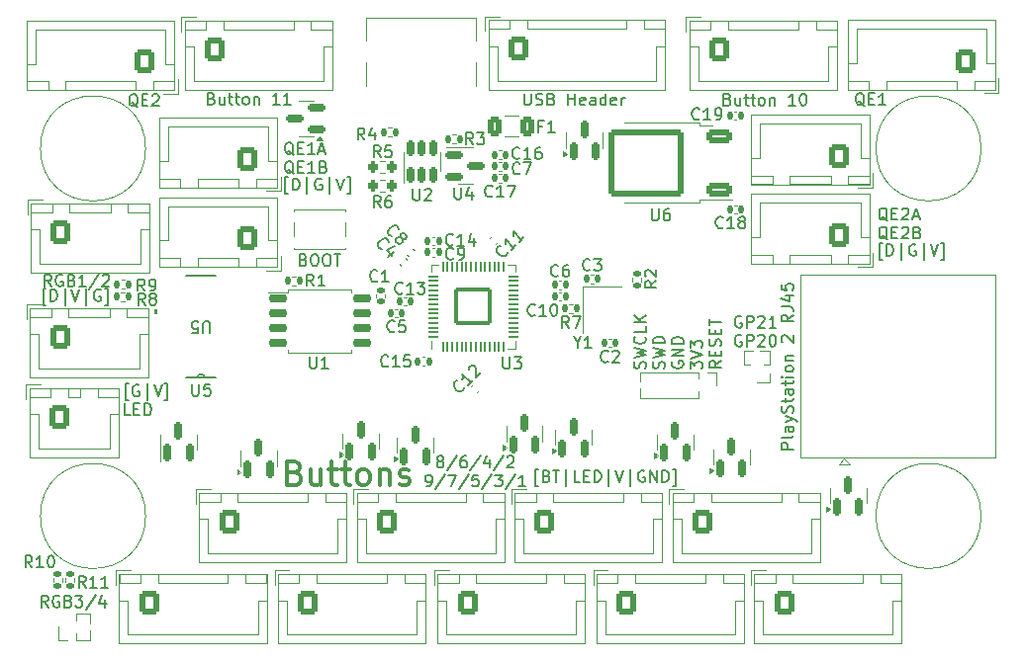
<source format=gbr>
%TF.GenerationSoftware,KiCad,Pcbnew,8.0.6*%
%TF.CreationDate,2024-11-30T03:54:52-08:00*%
%TF.ProjectId,Axion-Board,4178696f-6e2d-4426-9f61-72642e6b6963,rev?*%
%TF.SameCoordinates,Original*%
%TF.FileFunction,Legend,Top*%
%TF.FilePolarity,Positive*%
%FSLAX46Y46*%
G04 Gerber Fmt 4.6, Leading zero omitted, Abs format (unit mm)*
G04 Created by KiCad (PCBNEW 8.0.6) date 2024-11-30 03:54:52*
%MOMM*%
%LPD*%
G01*
G04 APERTURE LIST*
G04 Aperture macros list*
%AMRoundRect*
0 Rectangle with rounded corners*
0 $1 Rounding radius*
0 $2 $3 $4 $5 $6 $7 $8 $9 X,Y pos of 4 corners*
0 Add a 4 corners polygon primitive as box body*
4,1,4,$2,$3,$4,$5,$6,$7,$8,$9,$2,$3,0*
0 Add four circle primitives for the rounded corners*
1,1,$1+$1,$2,$3*
1,1,$1+$1,$4,$5*
1,1,$1+$1,$6,$7*
1,1,$1+$1,$8,$9*
0 Add four rect primitives between the rounded corners*
20,1,$1+$1,$2,$3,$4,$5,0*
20,1,$1+$1,$4,$5,$6,$7,0*
20,1,$1+$1,$6,$7,$8,$9,0*
20,1,$1+$1,$8,$9,$2,$3,0*%
G04 Aperture macros list end*
%ADD10C,0.100000*%
%ADD11C,0.200000*%
%ADD12C,0.150000*%
%ADD13C,0.300000*%
%ADD14C,0.120000*%
%ADD15C,0.152400*%
%ADD16C,0.000000*%
%ADD17C,3.650000*%
%ADD18R,1.000000X1.000000*%
%ADD19O,1.000000X1.000000*%
%ADD20RoundRect,0.135000X0.185000X-0.135000X0.185000X0.135000X-0.185000X0.135000X-0.185000X-0.135000X0*%
%ADD21RoundRect,0.150000X0.150000X-0.587500X0.150000X0.587500X-0.150000X0.587500X-0.150000X-0.587500X0*%
%ADD22RoundRect,0.250000X-0.600000X-0.725000X0.600000X-0.725000X0.600000X0.725000X-0.600000X0.725000X0*%
%ADD23O,1.700000X1.950000*%
%ADD24RoundRect,0.140000X-0.021213X0.219203X-0.219203X0.021213X0.021213X-0.219203X0.219203X-0.021213X0*%
%ADD25RoundRect,0.150000X0.587500X0.150000X-0.587500X0.150000X-0.587500X-0.150000X0.587500X-0.150000X0*%
%ADD26RoundRect,0.140000X0.219203X0.021213X0.021213X0.219203X-0.219203X-0.021213X-0.021213X-0.219203X0*%
%ADD27RoundRect,0.150000X-0.587500X-0.150000X0.587500X-0.150000X0.587500X0.150000X-0.587500X0.150000X0*%
%ADD28RoundRect,0.200000X0.200000X0.275000X-0.200000X0.275000X-0.200000X-0.275000X0.200000X-0.275000X0*%
%ADD29RoundRect,0.250000X0.600000X0.725000X-0.600000X0.725000X-0.600000X-0.725000X0.600000X-0.725000X0*%
%ADD30RoundRect,0.150000X-0.650000X-0.150000X0.650000X-0.150000X0.650000X0.150000X-0.650000X0.150000X0*%
%ADD31RoundRect,0.250000X-0.375000X-0.625000X0.375000X-0.625000X0.375000X0.625000X-0.375000X0.625000X0*%
%ADD32RoundRect,0.050000X0.050000X-0.387500X0.050000X0.387500X-0.050000X0.387500X-0.050000X-0.387500X0*%
%ADD33RoundRect,0.050000X0.387500X-0.050000X0.387500X0.050000X-0.387500X0.050000X-0.387500X-0.050000X0*%
%ADD34RoundRect,0.144000X1.456000X-1.456000X1.456000X1.456000X-1.456000X1.456000X-1.456000X-1.456000X0*%
%ADD35RoundRect,0.140000X-0.140000X-0.170000X0.140000X-0.170000X0.140000X0.170000X-0.140000X0.170000X0*%
%ADD36RoundRect,0.140000X0.140000X0.170000X-0.140000X0.170000X-0.140000X-0.170000X0.140000X-0.170000X0*%
%ADD37RoundRect,0.135000X0.135000X0.185000X-0.135000X0.185000X-0.135000X-0.185000X0.135000X-0.185000X0*%
%ADD38RoundRect,0.135000X-0.135000X-0.185000X0.135000X-0.185000X0.135000X0.185000X-0.135000X0.185000X0*%
%ADD39RoundRect,0.150000X0.150000X-0.512500X0.150000X0.512500X-0.150000X0.512500X-0.150000X-0.512500X0*%
%ADD40RoundRect,0.140000X0.021213X-0.219203X0.219203X-0.021213X-0.021213X0.219203X-0.219203X0.021213X0*%
%ADD41RoundRect,0.250000X-0.600000X-0.750000X0.600000X-0.750000X0.600000X0.750000X-0.600000X0.750000X0*%
%ADD42O,1.700000X2.000000*%
%ADD43R,1.500000X1.500000*%
%ADD44C,1.500000*%
%ADD45R,1.050000X0.650000*%
%ADD46R,1.200000X1.400000*%
%ADD47C,0.650000*%
%ADD48R,0.600000X1.450000*%
%ADD49R,0.300000X1.450000*%
%ADD50O,1.000000X2.100000*%
%ADD51O,1.000000X1.600000*%
%ADD52RoundRect,0.140000X0.170000X-0.140000X0.170000X0.140000X-0.170000X0.140000X-0.170000X-0.140000X0*%
%ADD53R,1.981200X0.558800*%
%ADD54RoundRect,0.250000X0.850000X0.350000X-0.850000X0.350000X-0.850000X-0.350000X0.850000X-0.350000X0*%
%ADD55RoundRect,0.249997X2.950003X2.650003X-2.950003X2.650003X-2.950003X-2.650003X2.950003X-2.650003X0*%
G04 APERTURE END LIST*
D10*
X110700000Y-95300000D02*
G75*
G02*
X101700000Y-95300000I-4500000J0D01*
G01*
X101700000Y-95300000D02*
G75*
G02*
X110700000Y-95300000I4500000J0D01*
G01*
X182200000Y-63800000D02*
G75*
G02*
X173200000Y-63800000I-4500000J0D01*
G01*
X173200000Y-63800000D02*
G75*
G02*
X182200000Y-63800000I4500000J0D01*
G01*
X182200000Y-95300000D02*
G75*
G02*
X173200000Y-95300000I-4500000J0D01*
G01*
X173200000Y-95300000D02*
G75*
G02*
X182200000Y-95300000I4500000J0D01*
G01*
X110700000Y-63800000D02*
G75*
G02*
X101700000Y-63800000I-4500000J0D01*
G01*
X101700000Y-63800000D02*
G75*
G02*
X110700000Y-63800000I4500000J0D01*
G01*
D11*
X124203006Y-73343409D02*
X124345863Y-73391028D01*
X124345863Y-73391028D02*
X124393482Y-73438647D01*
X124393482Y-73438647D02*
X124441101Y-73533885D01*
X124441101Y-73533885D02*
X124441101Y-73676742D01*
X124441101Y-73676742D02*
X124393482Y-73771980D01*
X124393482Y-73771980D02*
X124345863Y-73819600D01*
X124345863Y-73819600D02*
X124250625Y-73867219D01*
X124250625Y-73867219D02*
X123869673Y-73867219D01*
X123869673Y-73867219D02*
X123869673Y-72867219D01*
X123869673Y-72867219D02*
X124203006Y-72867219D01*
X124203006Y-72867219D02*
X124298244Y-72914838D01*
X124298244Y-72914838D02*
X124345863Y-72962457D01*
X124345863Y-72962457D02*
X124393482Y-73057695D01*
X124393482Y-73057695D02*
X124393482Y-73152933D01*
X124393482Y-73152933D02*
X124345863Y-73248171D01*
X124345863Y-73248171D02*
X124298244Y-73295790D01*
X124298244Y-73295790D02*
X124203006Y-73343409D01*
X124203006Y-73343409D02*
X123869673Y-73343409D01*
X125060149Y-72867219D02*
X125250625Y-72867219D01*
X125250625Y-72867219D02*
X125345863Y-72914838D01*
X125345863Y-72914838D02*
X125441101Y-73010076D01*
X125441101Y-73010076D02*
X125488720Y-73200552D01*
X125488720Y-73200552D02*
X125488720Y-73533885D01*
X125488720Y-73533885D02*
X125441101Y-73724361D01*
X125441101Y-73724361D02*
X125345863Y-73819600D01*
X125345863Y-73819600D02*
X125250625Y-73867219D01*
X125250625Y-73867219D02*
X125060149Y-73867219D01*
X125060149Y-73867219D02*
X124964911Y-73819600D01*
X124964911Y-73819600D02*
X124869673Y-73724361D01*
X124869673Y-73724361D02*
X124822054Y-73533885D01*
X124822054Y-73533885D02*
X124822054Y-73200552D01*
X124822054Y-73200552D02*
X124869673Y-73010076D01*
X124869673Y-73010076D02*
X124964911Y-72914838D01*
X124964911Y-72914838D02*
X125060149Y-72867219D01*
X126107768Y-72867219D02*
X126298244Y-72867219D01*
X126298244Y-72867219D02*
X126393482Y-72914838D01*
X126393482Y-72914838D02*
X126488720Y-73010076D01*
X126488720Y-73010076D02*
X126536339Y-73200552D01*
X126536339Y-73200552D02*
X126536339Y-73533885D01*
X126536339Y-73533885D02*
X126488720Y-73724361D01*
X126488720Y-73724361D02*
X126393482Y-73819600D01*
X126393482Y-73819600D02*
X126298244Y-73867219D01*
X126298244Y-73867219D02*
X126107768Y-73867219D01*
X126107768Y-73867219D02*
X126012530Y-73819600D01*
X126012530Y-73819600D02*
X125917292Y-73724361D01*
X125917292Y-73724361D02*
X125869673Y-73533885D01*
X125869673Y-73533885D02*
X125869673Y-73200552D01*
X125869673Y-73200552D02*
X125917292Y-73010076D01*
X125917292Y-73010076D02*
X126012530Y-72914838D01*
X126012530Y-72914838D02*
X126107768Y-72867219D01*
X126822054Y-72867219D02*
X127393482Y-72867219D01*
X127107768Y-73867219D02*
X127107768Y-72867219D01*
X122905387Y-67700552D02*
X122667292Y-67700552D01*
X122667292Y-67700552D02*
X122667292Y-66271980D01*
X122667292Y-66271980D02*
X122905387Y-66271980D01*
X123286340Y-67367219D02*
X123286340Y-66367219D01*
X123286340Y-66367219D02*
X123524435Y-66367219D01*
X123524435Y-66367219D02*
X123667292Y-66414838D01*
X123667292Y-66414838D02*
X123762530Y-66510076D01*
X123762530Y-66510076D02*
X123810149Y-66605314D01*
X123810149Y-66605314D02*
X123857768Y-66795790D01*
X123857768Y-66795790D02*
X123857768Y-66938647D01*
X123857768Y-66938647D02*
X123810149Y-67129123D01*
X123810149Y-67129123D02*
X123762530Y-67224361D01*
X123762530Y-67224361D02*
X123667292Y-67319600D01*
X123667292Y-67319600D02*
X123524435Y-67367219D01*
X123524435Y-67367219D02*
X123286340Y-67367219D01*
X124524435Y-67700552D02*
X124524435Y-66271980D01*
X125762530Y-66414838D02*
X125667292Y-66367219D01*
X125667292Y-66367219D02*
X125524435Y-66367219D01*
X125524435Y-66367219D02*
X125381578Y-66414838D01*
X125381578Y-66414838D02*
X125286340Y-66510076D01*
X125286340Y-66510076D02*
X125238721Y-66605314D01*
X125238721Y-66605314D02*
X125191102Y-66795790D01*
X125191102Y-66795790D02*
X125191102Y-66938647D01*
X125191102Y-66938647D02*
X125238721Y-67129123D01*
X125238721Y-67129123D02*
X125286340Y-67224361D01*
X125286340Y-67224361D02*
X125381578Y-67319600D01*
X125381578Y-67319600D02*
X125524435Y-67367219D01*
X125524435Y-67367219D02*
X125619673Y-67367219D01*
X125619673Y-67367219D02*
X125762530Y-67319600D01*
X125762530Y-67319600D02*
X125810149Y-67271980D01*
X125810149Y-67271980D02*
X125810149Y-66938647D01*
X125810149Y-66938647D02*
X125619673Y-66938647D01*
X126476816Y-67700552D02*
X126476816Y-66271980D01*
X127048245Y-66367219D02*
X127381578Y-67367219D01*
X127381578Y-67367219D02*
X127714911Y-66367219D01*
X127953007Y-67700552D02*
X128191102Y-67700552D01*
X128191102Y-67700552D02*
X128191102Y-66271980D01*
X128191102Y-66271980D02*
X127953007Y-66271980D01*
X153454824Y-82642945D02*
X153502443Y-82500088D01*
X153502443Y-82500088D02*
X153502443Y-82261993D01*
X153502443Y-82261993D02*
X153454824Y-82166755D01*
X153454824Y-82166755D02*
X153407204Y-82119136D01*
X153407204Y-82119136D02*
X153311966Y-82071517D01*
X153311966Y-82071517D02*
X153216728Y-82071517D01*
X153216728Y-82071517D02*
X153121490Y-82119136D01*
X153121490Y-82119136D02*
X153073871Y-82166755D01*
X153073871Y-82166755D02*
X153026252Y-82261993D01*
X153026252Y-82261993D02*
X152978633Y-82452469D01*
X152978633Y-82452469D02*
X152931014Y-82547707D01*
X152931014Y-82547707D02*
X152883395Y-82595326D01*
X152883395Y-82595326D02*
X152788157Y-82642945D01*
X152788157Y-82642945D02*
X152692919Y-82642945D01*
X152692919Y-82642945D02*
X152597681Y-82595326D01*
X152597681Y-82595326D02*
X152550062Y-82547707D01*
X152550062Y-82547707D02*
X152502443Y-82452469D01*
X152502443Y-82452469D02*
X152502443Y-82214374D01*
X152502443Y-82214374D02*
X152550062Y-82071517D01*
X152502443Y-81738183D02*
X153502443Y-81500088D01*
X153502443Y-81500088D02*
X152788157Y-81309612D01*
X152788157Y-81309612D02*
X153502443Y-81119136D01*
X153502443Y-81119136D02*
X152502443Y-80881041D01*
X153407204Y-79928660D02*
X153454824Y-79976279D01*
X153454824Y-79976279D02*
X153502443Y-80119136D01*
X153502443Y-80119136D02*
X153502443Y-80214374D01*
X153502443Y-80214374D02*
X153454824Y-80357231D01*
X153454824Y-80357231D02*
X153359585Y-80452469D01*
X153359585Y-80452469D02*
X153264347Y-80500088D01*
X153264347Y-80500088D02*
X153073871Y-80547707D01*
X153073871Y-80547707D02*
X152931014Y-80547707D01*
X152931014Y-80547707D02*
X152740538Y-80500088D01*
X152740538Y-80500088D02*
X152645300Y-80452469D01*
X152645300Y-80452469D02*
X152550062Y-80357231D01*
X152550062Y-80357231D02*
X152502443Y-80214374D01*
X152502443Y-80214374D02*
X152502443Y-80119136D01*
X152502443Y-80119136D02*
X152550062Y-79976279D01*
X152550062Y-79976279D02*
X152597681Y-79928660D01*
X153502443Y-79023898D02*
X153502443Y-79500088D01*
X153502443Y-79500088D02*
X152502443Y-79500088D01*
X153502443Y-78690564D02*
X152502443Y-78690564D01*
X153502443Y-78119136D02*
X152931014Y-78547707D01*
X152502443Y-78119136D02*
X153073871Y-78690564D01*
X155064768Y-82642945D02*
X155112387Y-82500088D01*
X155112387Y-82500088D02*
X155112387Y-82261993D01*
X155112387Y-82261993D02*
X155064768Y-82166755D01*
X155064768Y-82166755D02*
X155017148Y-82119136D01*
X155017148Y-82119136D02*
X154921910Y-82071517D01*
X154921910Y-82071517D02*
X154826672Y-82071517D01*
X154826672Y-82071517D02*
X154731434Y-82119136D01*
X154731434Y-82119136D02*
X154683815Y-82166755D01*
X154683815Y-82166755D02*
X154636196Y-82261993D01*
X154636196Y-82261993D02*
X154588577Y-82452469D01*
X154588577Y-82452469D02*
X154540958Y-82547707D01*
X154540958Y-82547707D02*
X154493339Y-82595326D01*
X154493339Y-82595326D02*
X154398101Y-82642945D01*
X154398101Y-82642945D02*
X154302863Y-82642945D01*
X154302863Y-82642945D02*
X154207625Y-82595326D01*
X154207625Y-82595326D02*
X154160006Y-82547707D01*
X154160006Y-82547707D02*
X154112387Y-82452469D01*
X154112387Y-82452469D02*
X154112387Y-82214374D01*
X154112387Y-82214374D02*
X154160006Y-82071517D01*
X154112387Y-81738183D02*
X155112387Y-81500088D01*
X155112387Y-81500088D02*
X154398101Y-81309612D01*
X154398101Y-81309612D02*
X155112387Y-81119136D01*
X155112387Y-81119136D02*
X154112387Y-80881041D01*
X155112387Y-80500088D02*
X154112387Y-80500088D01*
X154112387Y-80500088D02*
X154112387Y-80261993D01*
X154112387Y-80261993D02*
X154160006Y-80119136D01*
X154160006Y-80119136D02*
X154255244Y-80023898D01*
X154255244Y-80023898D02*
X154350482Y-79976279D01*
X154350482Y-79976279D02*
X154540958Y-79928660D01*
X154540958Y-79928660D02*
X154683815Y-79928660D01*
X154683815Y-79928660D02*
X154874291Y-79976279D01*
X154874291Y-79976279D02*
X154969529Y-80023898D01*
X154969529Y-80023898D02*
X155064768Y-80119136D01*
X155064768Y-80119136D02*
X155112387Y-80261993D01*
X155112387Y-80261993D02*
X155112387Y-80500088D01*
X155769950Y-82071517D02*
X155722331Y-82166755D01*
X155722331Y-82166755D02*
X155722331Y-82309612D01*
X155722331Y-82309612D02*
X155769950Y-82452469D01*
X155769950Y-82452469D02*
X155865188Y-82547707D01*
X155865188Y-82547707D02*
X155960426Y-82595326D01*
X155960426Y-82595326D02*
X156150902Y-82642945D01*
X156150902Y-82642945D02*
X156293759Y-82642945D01*
X156293759Y-82642945D02*
X156484235Y-82595326D01*
X156484235Y-82595326D02*
X156579473Y-82547707D01*
X156579473Y-82547707D02*
X156674712Y-82452469D01*
X156674712Y-82452469D02*
X156722331Y-82309612D01*
X156722331Y-82309612D02*
X156722331Y-82214374D01*
X156722331Y-82214374D02*
X156674712Y-82071517D01*
X156674712Y-82071517D02*
X156627092Y-82023898D01*
X156627092Y-82023898D02*
X156293759Y-82023898D01*
X156293759Y-82023898D02*
X156293759Y-82214374D01*
X156722331Y-81595326D02*
X155722331Y-81595326D01*
X155722331Y-81595326D02*
X156722331Y-81023898D01*
X156722331Y-81023898D02*
X155722331Y-81023898D01*
X156722331Y-80547707D02*
X155722331Y-80547707D01*
X155722331Y-80547707D02*
X155722331Y-80309612D01*
X155722331Y-80309612D02*
X155769950Y-80166755D01*
X155769950Y-80166755D02*
X155865188Y-80071517D01*
X155865188Y-80071517D02*
X155960426Y-80023898D01*
X155960426Y-80023898D02*
X156150902Y-79976279D01*
X156150902Y-79976279D02*
X156293759Y-79976279D01*
X156293759Y-79976279D02*
X156484235Y-80023898D01*
X156484235Y-80023898D02*
X156579473Y-80071517D01*
X156579473Y-80071517D02*
X156674712Y-80166755D01*
X156674712Y-80166755D02*
X156722331Y-80309612D01*
X156722331Y-80309612D02*
X156722331Y-80547707D01*
X157332275Y-82690564D02*
X157332275Y-82071517D01*
X157332275Y-82071517D02*
X157713227Y-82404850D01*
X157713227Y-82404850D02*
X157713227Y-82261993D01*
X157713227Y-82261993D02*
X157760846Y-82166755D01*
X157760846Y-82166755D02*
X157808465Y-82119136D01*
X157808465Y-82119136D02*
X157903703Y-82071517D01*
X157903703Y-82071517D02*
X158141798Y-82071517D01*
X158141798Y-82071517D02*
X158237036Y-82119136D01*
X158237036Y-82119136D02*
X158284656Y-82166755D01*
X158284656Y-82166755D02*
X158332275Y-82261993D01*
X158332275Y-82261993D02*
X158332275Y-82547707D01*
X158332275Y-82547707D02*
X158284656Y-82642945D01*
X158284656Y-82642945D02*
X158237036Y-82690564D01*
X157332275Y-81785802D02*
X158332275Y-81452469D01*
X158332275Y-81452469D02*
X157332275Y-81119136D01*
X157332275Y-80881040D02*
X157332275Y-80261993D01*
X157332275Y-80261993D02*
X157713227Y-80595326D01*
X157713227Y-80595326D02*
X157713227Y-80452469D01*
X157713227Y-80452469D02*
X157760846Y-80357231D01*
X157760846Y-80357231D02*
X157808465Y-80309612D01*
X157808465Y-80309612D02*
X157903703Y-80261993D01*
X157903703Y-80261993D02*
X158141798Y-80261993D01*
X158141798Y-80261993D02*
X158237036Y-80309612D01*
X158237036Y-80309612D02*
X158284656Y-80357231D01*
X158284656Y-80357231D02*
X158332275Y-80452469D01*
X158332275Y-80452469D02*
X158332275Y-80738183D01*
X158332275Y-80738183D02*
X158284656Y-80833421D01*
X158284656Y-80833421D02*
X158237036Y-80881040D01*
X159942219Y-82023898D02*
X159466028Y-82357231D01*
X159942219Y-82595326D02*
X158942219Y-82595326D01*
X158942219Y-82595326D02*
X158942219Y-82214374D01*
X158942219Y-82214374D02*
X158989838Y-82119136D01*
X158989838Y-82119136D02*
X159037457Y-82071517D01*
X159037457Y-82071517D02*
X159132695Y-82023898D01*
X159132695Y-82023898D02*
X159275552Y-82023898D01*
X159275552Y-82023898D02*
X159370790Y-82071517D01*
X159370790Y-82071517D02*
X159418409Y-82119136D01*
X159418409Y-82119136D02*
X159466028Y-82214374D01*
X159466028Y-82214374D02*
X159466028Y-82595326D01*
X159418409Y-81595326D02*
X159418409Y-81261993D01*
X159942219Y-81119136D02*
X159942219Y-81595326D01*
X159942219Y-81595326D02*
X158942219Y-81595326D01*
X158942219Y-81595326D02*
X158942219Y-81119136D01*
X159894600Y-80738183D02*
X159942219Y-80595326D01*
X159942219Y-80595326D02*
X159942219Y-80357231D01*
X159942219Y-80357231D02*
X159894600Y-80261993D01*
X159894600Y-80261993D02*
X159846980Y-80214374D01*
X159846980Y-80214374D02*
X159751742Y-80166755D01*
X159751742Y-80166755D02*
X159656504Y-80166755D01*
X159656504Y-80166755D02*
X159561266Y-80214374D01*
X159561266Y-80214374D02*
X159513647Y-80261993D01*
X159513647Y-80261993D02*
X159466028Y-80357231D01*
X159466028Y-80357231D02*
X159418409Y-80547707D01*
X159418409Y-80547707D02*
X159370790Y-80642945D01*
X159370790Y-80642945D02*
X159323171Y-80690564D01*
X159323171Y-80690564D02*
X159227933Y-80738183D01*
X159227933Y-80738183D02*
X159132695Y-80738183D01*
X159132695Y-80738183D02*
X159037457Y-80690564D01*
X159037457Y-80690564D02*
X158989838Y-80642945D01*
X158989838Y-80642945D02*
X158942219Y-80547707D01*
X158942219Y-80547707D02*
X158942219Y-80309612D01*
X158942219Y-80309612D02*
X158989838Y-80166755D01*
X159418409Y-79738183D02*
X159418409Y-79404850D01*
X159942219Y-79261993D02*
X159942219Y-79738183D01*
X159942219Y-79738183D02*
X158942219Y-79738183D01*
X158942219Y-79738183D02*
X158942219Y-79261993D01*
X158942219Y-78976278D02*
X158942219Y-78404850D01*
X159942219Y-78690564D02*
X158942219Y-78690564D01*
X143094673Y-59092219D02*
X143094673Y-59901742D01*
X143094673Y-59901742D02*
X143142292Y-59996980D01*
X143142292Y-59996980D02*
X143189911Y-60044600D01*
X143189911Y-60044600D02*
X143285149Y-60092219D01*
X143285149Y-60092219D02*
X143475625Y-60092219D01*
X143475625Y-60092219D02*
X143570863Y-60044600D01*
X143570863Y-60044600D02*
X143618482Y-59996980D01*
X143618482Y-59996980D02*
X143666101Y-59901742D01*
X143666101Y-59901742D02*
X143666101Y-59092219D01*
X144094673Y-60044600D02*
X144237530Y-60092219D01*
X144237530Y-60092219D02*
X144475625Y-60092219D01*
X144475625Y-60092219D02*
X144570863Y-60044600D01*
X144570863Y-60044600D02*
X144618482Y-59996980D01*
X144618482Y-59996980D02*
X144666101Y-59901742D01*
X144666101Y-59901742D02*
X144666101Y-59806504D01*
X144666101Y-59806504D02*
X144618482Y-59711266D01*
X144618482Y-59711266D02*
X144570863Y-59663647D01*
X144570863Y-59663647D02*
X144475625Y-59616028D01*
X144475625Y-59616028D02*
X144285149Y-59568409D01*
X144285149Y-59568409D02*
X144189911Y-59520790D01*
X144189911Y-59520790D02*
X144142292Y-59473171D01*
X144142292Y-59473171D02*
X144094673Y-59377933D01*
X144094673Y-59377933D02*
X144094673Y-59282695D01*
X144094673Y-59282695D02*
X144142292Y-59187457D01*
X144142292Y-59187457D02*
X144189911Y-59139838D01*
X144189911Y-59139838D02*
X144285149Y-59092219D01*
X144285149Y-59092219D02*
X144523244Y-59092219D01*
X144523244Y-59092219D02*
X144666101Y-59139838D01*
X145428006Y-59568409D02*
X145570863Y-59616028D01*
X145570863Y-59616028D02*
X145618482Y-59663647D01*
X145618482Y-59663647D02*
X145666101Y-59758885D01*
X145666101Y-59758885D02*
X145666101Y-59901742D01*
X145666101Y-59901742D02*
X145618482Y-59996980D01*
X145618482Y-59996980D02*
X145570863Y-60044600D01*
X145570863Y-60044600D02*
X145475625Y-60092219D01*
X145475625Y-60092219D02*
X145094673Y-60092219D01*
X145094673Y-60092219D02*
X145094673Y-59092219D01*
X145094673Y-59092219D02*
X145428006Y-59092219D01*
X145428006Y-59092219D02*
X145523244Y-59139838D01*
X145523244Y-59139838D02*
X145570863Y-59187457D01*
X145570863Y-59187457D02*
X145618482Y-59282695D01*
X145618482Y-59282695D02*
X145618482Y-59377933D01*
X145618482Y-59377933D02*
X145570863Y-59473171D01*
X145570863Y-59473171D02*
X145523244Y-59520790D01*
X145523244Y-59520790D02*
X145428006Y-59568409D01*
X145428006Y-59568409D02*
X145094673Y-59568409D01*
X146856578Y-60092219D02*
X146856578Y-59092219D01*
X146856578Y-59568409D02*
X147428006Y-59568409D01*
X147428006Y-60092219D02*
X147428006Y-59092219D01*
X148285149Y-60044600D02*
X148189911Y-60092219D01*
X148189911Y-60092219D02*
X147999435Y-60092219D01*
X147999435Y-60092219D02*
X147904197Y-60044600D01*
X147904197Y-60044600D02*
X147856578Y-59949361D01*
X147856578Y-59949361D02*
X147856578Y-59568409D01*
X147856578Y-59568409D02*
X147904197Y-59473171D01*
X147904197Y-59473171D02*
X147999435Y-59425552D01*
X147999435Y-59425552D02*
X148189911Y-59425552D01*
X148189911Y-59425552D02*
X148285149Y-59473171D01*
X148285149Y-59473171D02*
X148332768Y-59568409D01*
X148332768Y-59568409D02*
X148332768Y-59663647D01*
X148332768Y-59663647D02*
X147856578Y-59758885D01*
X149189911Y-60092219D02*
X149189911Y-59568409D01*
X149189911Y-59568409D02*
X149142292Y-59473171D01*
X149142292Y-59473171D02*
X149047054Y-59425552D01*
X149047054Y-59425552D02*
X148856578Y-59425552D01*
X148856578Y-59425552D02*
X148761340Y-59473171D01*
X149189911Y-60044600D02*
X149094673Y-60092219D01*
X149094673Y-60092219D02*
X148856578Y-60092219D01*
X148856578Y-60092219D02*
X148761340Y-60044600D01*
X148761340Y-60044600D02*
X148713721Y-59949361D01*
X148713721Y-59949361D02*
X148713721Y-59854123D01*
X148713721Y-59854123D02*
X148761340Y-59758885D01*
X148761340Y-59758885D02*
X148856578Y-59711266D01*
X148856578Y-59711266D02*
X149094673Y-59711266D01*
X149094673Y-59711266D02*
X149189911Y-59663647D01*
X150094673Y-60092219D02*
X150094673Y-59092219D01*
X150094673Y-60044600D02*
X149999435Y-60092219D01*
X149999435Y-60092219D02*
X149808959Y-60092219D01*
X149808959Y-60092219D02*
X149713721Y-60044600D01*
X149713721Y-60044600D02*
X149666102Y-59996980D01*
X149666102Y-59996980D02*
X149618483Y-59901742D01*
X149618483Y-59901742D02*
X149618483Y-59616028D01*
X149618483Y-59616028D02*
X149666102Y-59520790D01*
X149666102Y-59520790D02*
X149713721Y-59473171D01*
X149713721Y-59473171D02*
X149808959Y-59425552D01*
X149808959Y-59425552D02*
X149999435Y-59425552D01*
X149999435Y-59425552D02*
X150094673Y-59473171D01*
X150951816Y-60044600D02*
X150856578Y-60092219D01*
X150856578Y-60092219D02*
X150666102Y-60092219D01*
X150666102Y-60092219D02*
X150570864Y-60044600D01*
X150570864Y-60044600D02*
X150523245Y-59949361D01*
X150523245Y-59949361D02*
X150523245Y-59568409D01*
X150523245Y-59568409D02*
X150570864Y-59473171D01*
X150570864Y-59473171D02*
X150666102Y-59425552D01*
X150666102Y-59425552D02*
X150856578Y-59425552D01*
X150856578Y-59425552D02*
X150951816Y-59473171D01*
X150951816Y-59473171D02*
X150999435Y-59568409D01*
X150999435Y-59568409D02*
X150999435Y-59663647D01*
X150999435Y-59663647D02*
X150523245Y-59758885D01*
X151428007Y-60092219D02*
X151428007Y-59425552D01*
X151428007Y-59616028D02*
X151475626Y-59520790D01*
X151475626Y-59520790D02*
X151523245Y-59473171D01*
X151523245Y-59473171D02*
X151618483Y-59425552D01*
X151618483Y-59425552D02*
X151713721Y-59425552D01*
X144305387Y-92725552D02*
X144067292Y-92725552D01*
X144067292Y-92725552D02*
X144067292Y-91296980D01*
X144067292Y-91296980D02*
X144305387Y-91296980D01*
X145019673Y-91868409D02*
X145162530Y-91916028D01*
X145162530Y-91916028D02*
X145210149Y-91963647D01*
X145210149Y-91963647D02*
X145257768Y-92058885D01*
X145257768Y-92058885D02*
X145257768Y-92201742D01*
X145257768Y-92201742D02*
X145210149Y-92296980D01*
X145210149Y-92296980D02*
X145162530Y-92344600D01*
X145162530Y-92344600D02*
X145067292Y-92392219D01*
X145067292Y-92392219D02*
X144686340Y-92392219D01*
X144686340Y-92392219D02*
X144686340Y-91392219D01*
X144686340Y-91392219D02*
X145019673Y-91392219D01*
X145019673Y-91392219D02*
X145114911Y-91439838D01*
X145114911Y-91439838D02*
X145162530Y-91487457D01*
X145162530Y-91487457D02*
X145210149Y-91582695D01*
X145210149Y-91582695D02*
X145210149Y-91677933D01*
X145210149Y-91677933D02*
X145162530Y-91773171D01*
X145162530Y-91773171D02*
X145114911Y-91820790D01*
X145114911Y-91820790D02*
X145019673Y-91868409D01*
X145019673Y-91868409D02*
X144686340Y-91868409D01*
X145543483Y-91392219D02*
X146114911Y-91392219D01*
X145829197Y-92392219D02*
X145829197Y-91392219D01*
X146686340Y-92725552D02*
X146686340Y-91296980D01*
X147876816Y-92392219D02*
X147400626Y-92392219D01*
X147400626Y-92392219D02*
X147400626Y-91392219D01*
X148210150Y-91868409D02*
X148543483Y-91868409D01*
X148686340Y-92392219D02*
X148210150Y-92392219D01*
X148210150Y-92392219D02*
X148210150Y-91392219D01*
X148210150Y-91392219D02*
X148686340Y-91392219D01*
X149114912Y-92392219D02*
X149114912Y-91392219D01*
X149114912Y-91392219D02*
X149353007Y-91392219D01*
X149353007Y-91392219D02*
X149495864Y-91439838D01*
X149495864Y-91439838D02*
X149591102Y-91535076D01*
X149591102Y-91535076D02*
X149638721Y-91630314D01*
X149638721Y-91630314D02*
X149686340Y-91820790D01*
X149686340Y-91820790D02*
X149686340Y-91963647D01*
X149686340Y-91963647D02*
X149638721Y-92154123D01*
X149638721Y-92154123D02*
X149591102Y-92249361D01*
X149591102Y-92249361D02*
X149495864Y-92344600D01*
X149495864Y-92344600D02*
X149353007Y-92392219D01*
X149353007Y-92392219D02*
X149114912Y-92392219D01*
X150353007Y-92725552D02*
X150353007Y-91296980D01*
X150924436Y-91392219D02*
X151257769Y-92392219D01*
X151257769Y-92392219D02*
X151591102Y-91392219D01*
X152162531Y-92725552D02*
X152162531Y-91296980D01*
X153400626Y-91439838D02*
X153305388Y-91392219D01*
X153305388Y-91392219D02*
X153162531Y-91392219D01*
X153162531Y-91392219D02*
X153019674Y-91439838D01*
X153019674Y-91439838D02*
X152924436Y-91535076D01*
X152924436Y-91535076D02*
X152876817Y-91630314D01*
X152876817Y-91630314D02*
X152829198Y-91820790D01*
X152829198Y-91820790D02*
X152829198Y-91963647D01*
X152829198Y-91963647D02*
X152876817Y-92154123D01*
X152876817Y-92154123D02*
X152924436Y-92249361D01*
X152924436Y-92249361D02*
X153019674Y-92344600D01*
X153019674Y-92344600D02*
X153162531Y-92392219D01*
X153162531Y-92392219D02*
X153257769Y-92392219D01*
X153257769Y-92392219D02*
X153400626Y-92344600D01*
X153400626Y-92344600D02*
X153448245Y-92296980D01*
X153448245Y-92296980D02*
X153448245Y-91963647D01*
X153448245Y-91963647D02*
X153257769Y-91963647D01*
X153876817Y-92392219D02*
X153876817Y-91392219D01*
X153876817Y-91392219D02*
X154448245Y-92392219D01*
X154448245Y-92392219D02*
X154448245Y-91392219D01*
X154924436Y-92392219D02*
X154924436Y-91392219D01*
X154924436Y-91392219D02*
X155162531Y-91392219D01*
X155162531Y-91392219D02*
X155305388Y-91439838D01*
X155305388Y-91439838D02*
X155400626Y-91535076D01*
X155400626Y-91535076D02*
X155448245Y-91630314D01*
X155448245Y-91630314D02*
X155495864Y-91820790D01*
X155495864Y-91820790D02*
X155495864Y-91963647D01*
X155495864Y-91963647D02*
X155448245Y-92154123D01*
X155448245Y-92154123D02*
X155400626Y-92249361D01*
X155400626Y-92249361D02*
X155305388Y-92344600D01*
X155305388Y-92344600D02*
X155162531Y-92392219D01*
X155162531Y-92392219D02*
X154924436Y-92392219D01*
X155829198Y-92725552D02*
X156067293Y-92725552D01*
X156067293Y-92725552D02*
X156067293Y-91296980D01*
X156067293Y-91296980D02*
X155829198Y-91296980D01*
D12*
X109227913Y-85395213D02*
X108989818Y-85395213D01*
X108989818Y-85395213D02*
X108989818Y-83966641D01*
X108989818Y-83966641D02*
X109227913Y-83966641D01*
X110132675Y-84109499D02*
X110037437Y-84061880D01*
X110037437Y-84061880D02*
X109894580Y-84061880D01*
X109894580Y-84061880D02*
X109751723Y-84109499D01*
X109751723Y-84109499D02*
X109656485Y-84204737D01*
X109656485Y-84204737D02*
X109608866Y-84299975D01*
X109608866Y-84299975D02*
X109561247Y-84490451D01*
X109561247Y-84490451D02*
X109561247Y-84633308D01*
X109561247Y-84633308D02*
X109608866Y-84823784D01*
X109608866Y-84823784D02*
X109656485Y-84919022D01*
X109656485Y-84919022D02*
X109751723Y-85014261D01*
X109751723Y-85014261D02*
X109894580Y-85061880D01*
X109894580Y-85061880D02*
X109989818Y-85061880D01*
X109989818Y-85061880D02*
X110132675Y-85014261D01*
X110132675Y-85014261D02*
X110180294Y-84966641D01*
X110180294Y-84966641D02*
X110180294Y-84633308D01*
X110180294Y-84633308D02*
X109989818Y-84633308D01*
X110846961Y-85395213D02*
X110846961Y-83966641D01*
X111418390Y-84061880D02*
X111751723Y-85061880D01*
X111751723Y-85061880D02*
X112085056Y-84061880D01*
X112323152Y-85395213D02*
X112561247Y-85395213D01*
X112561247Y-85395213D02*
X112561247Y-83966641D01*
X112561247Y-83966641D02*
X112323152Y-83966641D01*
X147648809Y-80428628D02*
X147648809Y-80904819D01*
X147315476Y-79904819D02*
X147648809Y-80428628D01*
X147648809Y-80428628D02*
X147982142Y-79904819D01*
X148839285Y-80904819D02*
X148267857Y-80904819D01*
X148553571Y-80904819D02*
X148553571Y-79904819D01*
X148553571Y-79904819D02*
X148458333Y-80047676D01*
X148458333Y-80047676D02*
X148363095Y-80142914D01*
X148363095Y-80142914D02*
X148267857Y-80190533D01*
D11*
X102633601Y-75613219D02*
X102300268Y-75137028D01*
X102062173Y-75613219D02*
X102062173Y-74613219D01*
X102062173Y-74613219D02*
X102443125Y-74613219D01*
X102443125Y-74613219D02*
X102538363Y-74660838D01*
X102538363Y-74660838D02*
X102585982Y-74708457D01*
X102585982Y-74708457D02*
X102633601Y-74803695D01*
X102633601Y-74803695D02*
X102633601Y-74946552D01*
X102633601Y-74946552D02*
X102585982Y-75041790D01*
X102585982Y-75041790D02*
X102538363Y-75089409D01*
X102538363Y-75089409D02*
X102443125Y-75137028D01*
X102443125Y-75137028D02*
X102062173Y-75137028D01*
X103585982Y-74660838D02*
X103490744Y-74613219D01*
X103490744Y-74613219D02*
X103347887Y-74613219D01*
X103347887Y-74613219D02*
X103205030Y-74660838D01*
X103205030Y-74660838D02*
X103109792Y-74756076D01*
X103109792Y-74756076D02*
X103062173Y-74851314D01*
X103062173Y-74851314D02*
X103014554Y-75041790D01*
X103014554Y-75041790D02*
X103014554Y-75184647D01*
X103014554Y-75184647D02*
X103062173Y-75375123D01*
X103062173Y-75375123D02*
X103109792Y-75470361D01*
X103109792Y-75470361D02*
X103205030Y-75565600D01*
X103205030Y-75565600D02*
X103347887Y-75613219D01*
X103347887Y-75613219D02*
X103443125Y-75613219D01*
X103443125Y-75613219D02*
X103585982Y-75565600D01*
X103585982Y-75565600D02*
X103633601Y-75517980D01*
X103633601Y-75517980D02*
X103633601Y-75184647D01*
X103633601Y-75184647D02*
X103443125Y-75184647D01*
X104395506Y-75089409D02*
X104538363Y-75137028D01*
X104538363Y-75137028D02*
X104585982Y-75184647D01*
X104585982Y-75184647D02*
X104633601Y-75279885D01*
X104633601Y-75279885D02*
X104633601Y-75422742D01*
X104633601Y-75422742D02*
X104585982Y-75517980D01*
X104585982Y-75517980D02*
X104538363Y-75565600D01*
X104538363Y-75565600D02*
X104443125Y-75613219D01*
X104443125Y-75613219D02*
X104062173Y-75613219D01*
X104062173Y-75613219D02*
X104062173Y-74613219D01*
X104062173Y-74613219D02*
X104395506Y-74613219D01*
X104395506Y-74613219D02*
X104490744Y-74660838D01*
X104490744Y-74660838D02*
X104538363Y-74708457D01*
X104538363Y-74708457D02*
X104585982Y-74803695D01*
X104585982Y-74803695D02*
X104585982Y-74898933D01*
X104585982Y-74898933D02*
X104538363Y-74994171D01*
X104538363Y-74994171D02*
X104490744Y-75041790D01*
X104490744Y-75041790D02*
X104395506Y-75089409D01*
X104395506Y-75089409D02*
X104062173Y-75089409D01*
X105585982Y-75613219D02*
X105014554Y-75613219D01*
X105300268Y-75613219D02*
X105300268Y-74613219D01*
X105300268Y-74613219D02*
X105205030Y-74756076D01*
X105205030Y-74756076D02*
X105109792Y-74851314D01*
X105109792Y-74851314D02*
X105014554Y-74898933D01*
X106728839Y-74565600D02*
X105871697Y-75851314D01*
X107014554Y-74708457D02*
X107062173Y-74660838D01*
X107062173Y-74660838D02*
X107157411Y-74613219D01*
X107157411Y-74613219D02*
X107395506Y-74613219D01*
X107395506Y-74613219D02*
X107490744Y-74660838D01*
X107490744Y-74660838D02*
X107538363Y-74708457D01*
X107538363Y-74708457D02*
X107585982Y-74803695D01*
X107585982Y-74803695D02*
X107585982Y-74898933D01*
X107585982Y-74898933D02*
X107538363Y-75041790D01*
X107538363Y-75041790D02*
X106966935Y-75613219D01*
X106966935Y-75613219D02*
X107585982Y-75613219D01*
X166117219Y-89580326D02*
X165117219Y-89580326D01*
X165117219Y-89580326D02*
X165117219Y-89199374D01*
X165117219Y-89199374D02*
X165164838Y-89104136D01*
X165164838Y-89104136D02*
X165212457Y-89056517D01*
X165212457Y-89056517D02*
X165307695Y-89008898D01*
X165307695Y-89008898D02*
X165450552Y-89008898D01*
X165450552Y-89008898D02*
X165545790Y-89056517D01*
X165545790Y-89056517D02*
X165593409Y-89104136D01*
X165593409Y-89104136D02*
X165641028Y-89199374D01*
X165641028Y-89199374D02*
X165641028Y-89580326D01*
X166117219Y-88437469D02*
X166069600Y-88532707D01*
X166069600Y-88532707D02*
X165974361Y-88580326D01*
X165974361Y-88580326D02*
X165117219Y-88580326D01*
X166117219Y-87627945D02*
X165593409Y-87627945D01*
X165593409Y-87627945D02*
X165498171Y-87675564D01*
X165498171Y-87675564D02*
X165450552Y-87770802D01*
X165450552Y-87770802D02*
X165450552Y-87961278D01*
X165450552Y-87961278D02*
X165498171Y-88056516D01*
X166069600Y-87627945D02*
X166117219Y-87723183D01*
X166117219Y-87723183D02*
X166117219Y-87961278D01*
X166117219Y-87961278D02*
X166069600Y-88056516D01*
X166069600Y-88056516D02*
X165974361Y-88104135D01*
X165974361Y-88104135D02*
X165879123Y-88104135D01*
X165879123Y-88104135D02*
X165783885Y-88056516D01*
X165783885Y-88056516D02*
X165736266Y-87961278D01*
X165736266Y-87961278D02*
X165736266Y-87723183D01*
X165736266Y-87723183D02*
X165688647Y-87627945D01*
X165450552Y-87246992D02*
X166117219Y-87008897D01*
X165450552Y-86770802D02*
X166117219Y-87008897D01*
X166117219Y-87008897D02*
X166355314Y-87104135D01*
X166355314Y-87104135D02*
X166402933Y-87151754D01*
X166402933Y-87151754D02*
X166450552Y-87246992D01*
X166069600Y-86437468D02*
X166117219Y-86294611D01*
X166117219Y-86294611D02*
X166117219Y-86056516D01*
X166117219Y-86056516D02*
X166069600Y-85961278D01*
X166069600Y-85961278D02*
X166021980Y-85913659D01*
X166021980Y-85913659D02*
X165926742Y-85866040D01*
X165926742Y-85866040D02*
X165831504Y-85866040D01*
X165831504Y-85866040D02*
X165736266Y-85913659D01*
X165736266Y-85913659D02*
X165688647Y-85961278D01*
X165688647Y-85961278D02*
X165641028Y-86056516D01*
X165641028Y-86056516D02*
X165593409Y-86246992D01*
X165593409Y-86246992D02*
X165545790Y-86342230D01*
X165545790Y-86342230D02*
X165498171Y-86389849D01*
X165498171Y-86389849D02*
X165402933Y-86437468D01*
X165402933Y-86437468D02*
X165307695Y-86437468D01*
X165307695Y-86437468D02*
X165212457Y-86389849D01*
X165212457Y-86389849D02*
X165164838Y-86342230D01*
X165164838Y-86342230D02*
X165117219Y-86246992D01*
X165117219Y-86246992D02*
X165117219Y-86008897D01*
X165117219Y-86008897D02*
X165164838Y-85866040D01*
X165450552Y-85580325D02*
X165450552Y-85199373D01*
X165117219Y-85437468D02*
X165974361Y-85437468D01*
X165974361Y-85437468D02*
X166069600Y-85389849D01*
X166069600Y-85389849D02*
X166117219Y-85294611D01*
X166117219Y-85294611D02*
X166117219Y-85199373D01*
X166117219Y-84437468D02*
X165593409Y-84437468D01*
X165593409Y-84437468D02*
X165498171Y-84485087D01*
X165498171Y-84485087D02*
X165450552Y-84580325D01*
X165450552Y-84580325D02*
X165450552Y-84770801D01*
X165450552Y-84770801D02*
X165498171Y-84866039D01*
X166069600Y-84437468D02*
X166117219Y-84532706D01*
X166117219Y-84532706D02*
X166117219Y-84770801D01*
X166117219Y-84770801D02*
X166069600Y-84866039D01*
X166069600Y-84866039D02*
X165974361Y-84913658D01*
X165974361Y-84913658D02*
X165879123Y-84913658D01*
X165879123Y-84913658D02*
X165783885Y-84866039D01*
X165783885Y-84866039D02*
X165736266Y-84770801D01*
X165736266Y-84770801D02*
X165736266Y-84532706D01*
X165736266Y-84532706D02*
X165688647Y-84437468D01*
X165450552Y-84104134D02*
X165450552Y-83723182D01*
X165117219Y-83961277D02*
X165974361Y-83961277D01*
X165974361Y-83961277D02*
X166069600Y-83913658D01*
X166069600Y-83913658D02*
X166117219Y-83818420D01*
X166117219Y-83818420D02*
X166117219Y-83723182D01*
X166117219Y-83389848D02*
X165450552Y-83389848D01*
X165117219Y-83389848D02*
X165164838Y-83437467D01*
X165164838Y-83437467D02*
X165212457Y-83389848D01*
X165212457Y-83389848D02*
X165164838Y-83342229D01*
X165164838Y-83342229D02*
X165117219Y-83389848D01*
X165117219Y-83389848D02*
X165212457Y-83389848D01*
X166117219Y-82770801D02*
X166069600Y-82866039D01*
X166069600Y-82866039D02*
X166021980Y-82913658D01*
X166021980Y-82913658D02*
X165926742Y-82961277D01*
X165926742Y-82961277D02*
X165641028Y-82961277D01*
X165641028Y-82961277D02*
X165545790Y-82913658D01*
X165545790Y-82913658D02*
X165498171Y-82866039D01*
X165498171Y-82866039D02*
X165450552Y-82770801D01*
X165450552Y-82770801D02*
X165450552Y-82627944D01*
X165450552Y-82627944D02*
X165498171Y-82532706D01*
X165498171Y-82532706D02*
X165545790Y-82485087D01*
X165545790Y-82485087D02*
X165641028Y-82437468D01*
X165641028Y-82437468D02*
X165926742Y-82437468D01*
X165926742Y-82437468D02*
X166021980Y-82485087D01*
X166021980Y-82485087D02*
X166069600Y-82532706D01*
X166069600Y-82532706D02*
X166117219Y-82627944D01*
X166117219Y-82627944D02*
X166117219Y-82770801D01*
X165450552Y-82008896D02*
X166117219Y-82008896D01*
X165545790Y-82008896D02*
X165498171Y-81961277D01*
X165498171Y-81961277D02*
X165450552Y-81866039D01*
X165450552Y-81866039D02*
X165450552Y-81723182D01*
X165450552Y-81723182D02*
X165498171Y-81627944D01*
X165498171Y-81627944D02*
X165593409Y-81580325D01*
X165593409Y-81580325D02*
X166117219Y-81580325D01*
X165212457Y-80389848D02*
X165164838Y-80342229D01*
X165164838Y-80342229D02*
X165117219Y-80246991D01*
X165117219Y-80246991D02*
X165117219Y-80008896D01*
X165117219Y-80008896D02*
X165164838Y-79913658D01*
X165164838Y-79913658D02*
X165212457Y-79866039D01*
X165212457Y-79866039D02*
X165307695Y-79818420D01*
X165307695Y-79818420D02*
X165402933Y-79818420D01*
X165402933Y-79818420D02*
X165545790Y-79866039D01*
X165545790Y-79866039D02*
X166117219Y-80437467D01*
X166117219Y-80437467D02*
X166117219Y-79818420D01*
X166117219Y-78056515D02*
X165641028Y-78389848D01*
X166117219Y-78627943D02*
X165117219Y-78627943D01*
X165117219Y-78627943D02*
X165117219Y-78246991D01*
X165117219Y-78246991D02*
X165164838Y-78151753D01*
X165164838Y-78151753D02*
X165212457Y-78104134D01*
X165212457Y-78104134D02*
X165307695Y-78056515D01*
X165307695Y-78056515D02*
X165450552Y-78056515D01*
X165450552Y-78056515D02*
X165545790Y-78104134D01*
X165545790Y-78104134D02*
X165593409Y-78151753D01*
X165593409Y-78151753D02*
X165641028Y-78246991D01*
X165641028Y-78246991D02*
X165641028Y-78627943D01*
X165117219Y-77342229D02*
X165831504Y-77342229D01*
X165831504Y-77342229D02*
X165974361Y-77389848D01*
X165974361Y-77389848D02*
X166069600Y-77485086D01*
X166069600Y-77485086D02*
X166117219Y-77627943D01*
X166117219Y-77627943D02*
X166117219Y-77723181D01*
X165450552Y-76437467D02*
X166117219Y-76437467D01*
X165069600Y-76675562D02*
X165783885Y-76913657D01*
X165783885Y-76913657D02*
X165783885Y-76294610D01*
X165117219Y-75437467D02*
X165117219Y-75913657D01*
X165117219Y-75913657D02*
X165593409Y-75961276D01*
X165593409Y-75961276D02*
X165545790Y-75913657D01*
X165545790Y-75913657D02*
X165498171Y-75818419D01*
X165498171Y-75818419D02*
X165498171Y-75580324D01*
X165498171Y-75580324D02*
X165545790Y-75485086D01*
X165545790Y-75485086D02*
X165593409Y-75437467D01*
X165593409Y-75437467D02*
X165688647Y-75389848D01*
X165688647Y-75389848D02*
X165926742Y-75389848D01*
X165926742Y-75389848D02*
X166021980Y-75437467D01*
X166021980Y-75437467D02*
X166069600Y-75485086D01*
X166069600Y-75485086D02*
X166117219Y-75580324D01*
X166117219Y-75580324D02*
X166117219Y-75818419D01*
X166117219Y-75818419D02*
X166069600Y-75913657D01*
X166069600Y-75913657D02*
X166021980Y-75961276D01*
X174186339Y-70002513D02*
X174091101Y-69954894D01*
X174091101Y-69954894D02*
X173995863Y-69859656D01*
X173995863Y-69859656D02*
X173853006Y-69716798D01*
X173853006Y-69716798D02*
X173757768Y-69669179D01*
X173757768Y-69669179D02*
X173662530Y-69669179D01*
X173710149Y-69907275D02*
X173614911Y-69859656D01*
X173614911Y-69859656D02*
X173519673Y-69764417D01*
X173519673Y-69764417D02*
X173472054Y-69573941D01*
X173472054Y-69573941D02*
X173472054Y-69240608D01*
X173472054Y-69240608D02*
X173519673Y-69050132D01*
X173519673Y-69050132D02*
X173614911Y-68954894D01*
X173614911Y-68954894D02*
X173710149Y-68907275D01*
X173710149Y-68907275D02*
X173900625Y-68907275D01*
X173900625Y-68907275D02*
X173995863Y-68954894D01*
X173995863Y-68954894D02*
X174091101Y-69050132D01*
X174091101Y-69050132D02*
X174138720Y-69240608D01*
X174138720Y-69240608D02*
X174138720Y-69573941D01*
X174138720Y-69573941D02*
X174091101Y-69764417D01*
X174091101Y-69764417D02*
X173995863Y-69859656D01*
X173995863Y-69859656D02*
X173900625Y-69907275D01*
X173900625Y-69907275D02*
X173710149Y-69907275D01*
X174567292Y-69383465D02*
X174900625Y-69383465D01*
X175043482Y-69907275D02*
X174567292Y-69907275D01*
X174567292Y-69907275D02*
X174567292Y-68907275D01*
X174567292Y-68907275D02*
X175043482Y-68907275D01*
X175424435Y-69002513D02*
X175472054Y-68954894D01*
X175472054Y-68954894D02*
X175567292Y-68907275D01*
X175567292Y-68907275D02*
X175805387Y-68907275D01*
X175805387Y-68907275D02*
X175900625Y-68954894D01*
X175900625Y-68954894D02*
X175948244Y-69002513D01*
X175948244Y-69002513D02*
X175995863Y-69097751D01*
X175995863Y-69097751D02*
X175995863Y-69192989D01*
X175995863Y-69192989D02*
X175948244Y-69335846D01*
X175948244Y-69335846D02*
X175376816Y-69907275D01*
X175376816Y-69907275D02*
X175995863Y-69907275D01*
X176376816Y-69621560D02*
X176853006Y-69621560D01*
X176281578Y-69907275D02*
X176614911Y-68907275D01*
X176614911Y-68907275D02*
X176948244Y-69907275D01*
X174186339Y-71612457D02*
X174091101Y-71564838D01*
X174091101Y-71564838D02*
X173995863Y-71469600D01*
X173995863Y-71469600D02*
X173853006Y-71326742D01*
X173853006Y-71326742D02*
X173757768Y-71279123D01*
X173757768Y-71279123D02*
X173662530Y-71279123D01*
X173710149Y-71517219D02*
X173614911Y-71469600D01*
X173614911Y-71469600D02*
X173519673Y-71374361D01*
X173519673Y-71374361D02*
X173472054Y-71183885D01*
X173472054Y-71183885D02*
X173472054Y-70850552D01*
X173472054Y-70850552D02*
X173519673Y-70660076D01*
X173519673Y-70660076D02*
X173614911Y-70564838D01*
X173614911Y-70564838D02*
X173710149Y-70517219D01*
X173710149Y-70517219D02*
X173900625Y-70517219D01*
X173900625Y-70517219D02*
X173995863Y-70564838D01*
X173995863Y-70564838D02*
X174091101Y-70660076D01*
X174091101Y-70660076D02*
X174138720Y-70850552D01*
X174138720Y-70850552D02*
X174138720Y-71183885D01*
X174138720Y-71183885D02*
X174091101Y-71374361D01*
X174091101Y-71374361D02*
X173995863Y-71469600D01*
X173995863Y-71469600D02*
X173900625Y-71517219D01*
X173900625Y-71517219D02*
X173710149Y-71517219D01*
X174567292Y-70993409D02*
X174900625Y-70993409D01*
X175043482Y-71517219D02*
X174567292Y-71517219D01*
X174567292Y-71517219D02*
X174567292Y-70517219D01*
X174567292Y-70517219D02*
X175043482Y-70517219D01*
X175424435Y-70612457D02*
X175472054Y-70564838D01*
X175472054Y-70564838D02*
X175567292Y-70517219D01*
X175567292Y-70517219D02*
X175805387Y-70517219D01*
X175805387Y-70517219D02*
X175900625Y-70564838D01*
X175900625Y-70564838D02*
X175948244Y-70612457D01*
X175948244Y-70612457D02*
X175995863Y-70707695D01*
X175995863Y-70707695D02*
X175995863Y-70802933D01*
X175995863Y-70802933D02*
X175948244Y-70945790D01*
X175948244Y-70945790D02*
X175376816Y-71517219D01*
X175376816Y-71517219D02*
X175995863Y-71517219D01*
X176757768Y-70993409D02*
X176900625Y-71041028D01*
X176900625Y-71041028D02*
X176948244Y-71088647D01*
X176948244Y-71088647D02*
X176995863Y-71183885D01*
X176995863Y-71183885D02*
X176995863Y-71326742D01*
X176995863Y-71326742D02*
X176948244Y-71421980D01*
X176948244Y-71421980D02*
X176900625Y-71469600D01*
X176900625Y-71469600D02*
X176805387Y-71517219D01*
X176805387Y-71517219D02*
X176424435Y-71517219D01*
X176424435Y-71517219D02*
X176424435Y-70517219D01*
X176424435Y-70517219D02*
X176757768Y-70517219D01*
X176757768Y-70517219D02*
X176853006Y-70564838D01*
X176853006Y-70564838D02*
X176900625Y-70612457D01*
X176900625Y-70612457D02*
X176948244Y-70707695D01*
X176948244Y-70707695D02*
X176948244Y-70802933D01*
X176948244Y-70802933D02*
X176900625Y-70898171D01*
X176900625Y-70898171D02*
X176853006Y-70945790D01*
X176853006Y-70945790D02*
X176757768Y-70993409D01*
X176757768Y-70993409D02*
X176424435Y-70993409D01*
X123361339Y-64377513D02*
X123266101Y-64329894D01*
X123266101Y-64329894D02*
X123170863Y-64234656D01*
X123170863Y-64234656D02*
X123028006Y-64091798D01*
X123028006Y-64091798D02*
X122932768Y-64044179D01*
X122932768Y-64044179D02*
X122837530Y-64044179D01*
X122885149Y-64282275D02*
X122789911Y-64234656D01*
X122789911Y-64234656D02*
X122694673Y-64139417D01*
X122694673Y-64139417D02*
X122647054Y-63948941D01*
X122647054Y-63948941D02*
X122647054Y-63615608D01*
X122647054Y-63615608D02*
X122694673Y-63425132D01*
X122694673Y-63425132D02*
X122789911Y-63329894D01*
X122789911Y-63329894D02*
X122885149Y-63282275D01*
X122885149Y-63282275D02*
X123075625Y-63282275D01*
X123075625Y-63282275D02*
X123170863Y-63329894D01*
X123170863Y-63329894D02*
X123266101Y-63425132D01*
X123266101Y-63425132D02*
X123313720Y-63615608D01*
X123313720Y-63615608D02*
X123313720Y-63948941D01*
X123313720Y-63948941D02*
X123266101Y-64139417D01*
X123266101Y-64139417D02*
X123170863Y-64234656D01*
X123170863Y-64234656D02*
X123075625Y-64282275D01*
X123075625Y-64282275D02*
X122885149Y-64282275D01*
X123742292Y-63758465D02*
X124075625Y-63758465D01*
X124218482Y-64282275D02*
X123742292Y-64282275D01*
X123742292Y-64282275D02*
X123742292Y-63282275D01*
X123742292Y-63282275D02*
X124218482Y-63282275D01*
X125170863Y-64282275D02*
X124599435Y-64282275D01*
X124885149Y-64282275D02*
X124885149Y-63282275D01*
X124885149Y-63282275D02*
X124789911Y-63425132D01*
X124789911Y-63425132D02*
X124694673Y-63520370D01*
X124694673Y-63520370D02*
X124599435Y-63567989D01*
X125551816Y-63996560D02*
X126028006Y-63996560D01*
X125456578Y-64282275D02*
X125789911Y-63282275D01*
X125789911Y-63282275D02*
X126123244Y-64282275D01*
X123361339Y-65987457D02*
X123266101Y-65939838D01*
X123266101Y-65939838D02*
X123170863Y-65844600D01*
X123170863Y-65844600D02*
X123028006Y-65701742D01*
X123028006Y-65701742D02*
X122932768Y-65654123D01*
X122932768Y-65654123D02*
X122837530Y-65654123D01*
X122885149Y-65892219D02*
X122789911Y-65844600D01*
X122789911Y-65844600D02*
X122694673Y-65749361D01*
X122694673Y-65749361D02*
X122647054Y-65558885D01*
X122647054Y-65558885D02*
X122647054Y-65225552D01*
X122647054Y-65225552D02*
X122694673Y-65035076D01*
X122694673Y-65035076D02*
X122789911Y-64939838D01*
X122789911Y-64939838D02*
X122885149Y-64892219D01*
X122885149Y-64892219D02*
X123075625Y-64892219D01*
X123075625Y-64892219D02*
X123170863Y-64939838D01*
X123170863Y-64939838D02*
X123266101Y-65035076D01*
X123266101Y-65035076D02*
X123313720Y-65225552D01*
X123313720Y-65225552D02*
X123313720Y-65558885D01*
X123313720Y-65558885D02*
X123266101Y-65749361D01*
X123266101Y-65749361D02*
X123170863Y-65844600D01*
X123170863Y-65844600D02*
X123075625Y-65892219D01*
X123075625Y-65892219D02*
X122885149Y-65892219D01*
X123742292Y-65368409D02*
X124075625Y-65368409D01*
X124218482Y-65892219D02*
X123742292Y-65892219D01*
X123742292Y-65892219D02*
X123742292Y-64892219D01*
X123742292Y-64892219D02*
X124218482Y-64892219D01*
X125170863Y-65892219D02*
X124599435Y-65892219D01*
X124885149Y-65892219D02*
X124885149Y-64892219D01*
X124885149Y-64892219D02*
X124789911Y-65035076D01*
X124789911Y-65035076D02*
X124694673Y-65130314D01*
X124694673Y-65130314D02*
X124599435Y-65177933D01*
X125932768Y-65368409D02*
X126075625Y-65416028D01*
X126075625Y-65416028D02*
X126123244Y-65463647D01*
X126123244Y-65463647D02*
X126170863Y-65558885D01*
X126170863Y-65558885D02*
X126170863Y-65701742D01*
X126170863Y-65701742D02*
X126123244Y-65796980D01*
X126123244Y-65796980D02*
X126075625Y-65844600D01*
X126075625Y-65844600D02*
X125980387Y-65892219D01*
X125980387Y-65892219D02*
X125599435Y-65892219D01*
X125599435Y-65892219D02*
X125599435Y-64892219D01*
X125599435Y-64892219D02*
X125932768Y-64892219D01*
X125932768Y-64892219D02*
X126028006Y-64939838D01*
X126028006Y-64939838D02*
X126075625Y-64987457D01*
X126075625Y-64987457D02*
X126123244Y-65082695D01*
X126123244Y-65082695D02*
X126123244Y-65177933D01*
X126123244Y-65177933D02*
X126075625Y-65273171D01*
X126075625Y-65273171D02*
X126028006Y-65320790D01*
X126028006Y-65320790D02*
X125932768Y-65368409D01*
X125932768Y-65368409D02*
X125599435Y-65368409D01*
D12*
X114688095Y-84004819D02*
X114688095Y-84814342D01*
X114688095Y-84814342D02*
X114735714Y-84909580D01*
X114735714Y-84909580D02*
X114783333Y-84957200D01*
X114783333Y-84957200D02*
X114878571Y-85004819D01*
X114878571Y-85004819D02*
X115069047Y-85004819D01*
X115069047Y-85004819D02*
X115164285Y-84957200D01*
X115164285Y-84957200D02*
X115211904Y-84909580D01*
X115211904Y-84909580D02*
X115259523Y-84814342D01*
X115259523Y-84814342D02*
X115259523Y-84004819D01*
X116211904Y-84004819D02*
X115735714Y-84004819D01*
X115735714Y-84004819D02*
X115688095Y-84481009D01*
X115688095Y-84481009D02*
X115735714Y-84433390D01*
X115735714Y-84433390D02*
X115830952Y-84385771D01*
X115830952Y-84385771D02*
X116069047Y-84385771D01*
X116069047Y-84385771D02*
X116164285Y-84433390D01*
X116164285Y-84433390D02*
X116211904Y-84481009D01*
X116211904Y-84481009D02*
X116259523Y-84576247D01*
X116259523Y-84576247D02*
X116259523Y-84814342D01*
X116259523Y-84814342D02*
X116211904Y-84909580D01*
X116211904Y-84909580D02*
X116164285Y-84957200D01*
X116164285Y-84957200D02*
X116069047Y-85004819D01*
X116069047Y-85004819D02*
X115830952Y-85004819D01*
X115830952Y-85004819D02*
X115735714Y-84957200D01*
X115735714Y-84957200D02*
X115688095Y-84909580D01*
D11*
X160503006Y-59593409D02*
X160645863Y-59641028D01*
X160645863Y-59641028D02*
X160693482Y-59688647D01*
X160693482Y-59688647D02*
X160741101Y-59783885D01*
X160741101Y-59783885D02*
X160741101Y-59926742D01*
X160741101Y-59926742D02*
X160693482Y-60021980D01*
X160693482Y-60021980D02*
X160645863Y-60069600D01*
X160645863Y-60069600D02*
X160550625Y-60117219D01*
X160550625Y-60117219D02*
X160169673Y-60117219D01*
X160169673Y-60117219D02*
X160169673Y-59117219D01*
X160169673Y-59117219D02*
X160503006Y-59117219D01*
X160503006Y-59117219D02*
X160598244Y-59164838D01*
X160598244Y-59164838D02*
X160645863Y-59212457D01*
X160645863Y-59212457D02*
X160693482Y-59307695D01*
X160693482Y-59307695D02*
X160693482Y-59402933D01*
X160693482Y-59402933D02*
X160645863Y-59498171D01*
X160645863Y-59498171D02*
X160598244Y-59545790D01*
X160598244Y-59545790D02*
X160503006Y-59593409D01*
X160503006Y-59593409D02*
X160169673Y-59593409D01*
X161598244Y-59450552D02*
X161598244Y-60117219D01*
X161169673Y-59450552D02*
X161169673Y-59974361D01*
X161169673Y-59974361D02*
X161217292Y-60069600D01*
X161217292Y-60069600D02*
X161312530Y-60117219D01*
X161312530Y-60117219D02*
X161455387Y-60117219D01*
X161455387Y-60117219D02*
X161550625Y-60069600D01*
X161550625Y-60069600D02*
X161598244Y-60021980D01*
X161931578Y-59450552D02*
X162312530Y-59450552D01*
X162074435Y-59117219D02*
X162074435Y-59974361D01*
X162074435Y-59974361D02*
X162122054Y-60069600D01*
X162122054Y-60069600D02*
X162217292Y-60117219D01*
X162217292Y-60117219D02*
X162312530Y-60117219D01*
X162503007Y-59450552D02*
X162883959Y-59450552D01*
X162645864Y-59117219D02*
X162645864Y-59974361D01*
X162645864Y-59974361D02*
X162693483Y-60069600D01*
X162693483Y-60069600D02*
X162788721Y-60117219D01*
X162788721Y-60117219D02*
X162883959Y-60117219D01*
X163360150Y-60117219D02*
X163264912Y-60069600D01*
X163264912Y-60069600D02*
X163217293Y-60021980D01*
X163217293Y-60021980D02*
X163169674Y-59926742D01*
X163169674Y-59926742D02*
X163169674Y-59641028D01*
X163169674Y-59641028D02*
X163217293Y-59545790D01*
X163217293Y-59545790D02*
X163264912Y-59498171D01*
X163264912Y-59498171D02*
X163360150Y-59450552D01*
X163360150Y-59450552D02*
X163503007Y-59450552D01*
X163503007Y-59450552D02*
X163598245Y-59498171D01*
X163598245Y-59498171D02*
X163645864Y-59545790D01*
X163645864Y-59545790D02*
X163693483Y-59641028D01*
X163693483Y-59641028D02*
X163693483Y-59926742D01*
X163693483Y-59926742D02*
X163645864Y-60021980D01*
X163645864Y-60021980D02*
X163598245Y-60069600D01*
X163598245Y-60069600D02*
X163503007Y-60117219D01*
X163503007Y-60117219D02*
X163360150Y-60117219D01*
X164122055Y-59450552D02*
X164122055Y-60117219D01*
X164122055Y-59545790D02*
X164169674Y-59498171D01*
X164169674Y-59498171D02*
X164264912Y-59450552D01*
X164264912Y-59450552D02*
X164407769Y-59450552D01*
X164407769Y-59450552D02*
X164503007Y-59498171D01*
X164503007Y-59498171D02*
X164550626Y-59593409D01*
X164550626Y-59593409D02*
X164550626Y-60117219D01*
X166312531Y-60117219D02*
X165741103Y-60117219D01*
X166026817Y-60117219D02*
X166026817Y-59117219D01*
X166026817Y-59117219D02*
X165931579Y-59260076D01*
X165931579Y-59260076D02*
X165836341Y-59355314D01*
X165836341Y-59355314D02*
X165741103Y-59402933D01*
X166931579Y-59117219D02*
X167026817Y-59117219D01*
X167026817Y-59117219D02*
X167122055Y-59164838D01*
X167122055Y-59164838D02*
X167169674Y-59212457D01*
X167169674Y-59212457D02*
X167217293Y-59307695D01*
X167217293Y-59307695D02*
X167264912Y-59498171D01*
X167264912Y-59498171D02*
X167264912Y-59736266D01*
X167264912Y-59736266D02*
X167217293Y-59926742D01*
X167217293Y-59926742D02*
X167169674Y-60021980D01*
X167169674Y-60021980D02*
X167122055Y-60069600D01*
X167122055Y-60069600D02*
X167026817Y-60117219D01*
X167026817Y-60117219D02*
X166931579Y-60117219D01*
X166931579Y-60117219D02*
X166836341Y-60069600D01*
X166836341Y-60069600D02*
X166788722Y-60021980D01*
X166788722Y-60021980D02*
X166741103Y-59926742D01*
X166741103Y-59926742D02*
X166693484Y-59736266D01*
X166693484Y-59736266D02*
X166693484Y-59498171D01*
X166693484Y-59498171D02*
X166741103Y-59307695D01*
X166741103Y-59307695D02*
X166788722Y-59212457D01*
X166788722Y-59212457D02*
X166836341Y-59164838D01*
X166836341Y-59164838D02*
X166931579Y-59117219D01*
D12*
X158082142Y-61259580D02*
X158034523Y-61307200D01*
X158034523Y-61307200D02*
X157891666Y-61354819D01*
X157891666Y-61354819D02*
X157796428Y-61354819D01*
X157796428Y-61354819D02*
X157653571Y-61307200D01*
X157653571Y-61307200D02*
X157558333Y-61211961D01*
X157558333Y-61211961D02*
X157510714Y-61116723D01*
X157510714Y-61116723D02*
X157463095Y-60926247D01*
X157463095Y-60926247D02*
X157463095Y-60783390D01*
X157463095Y-60783390D02*
X157510714Y-60592914D01*
X157510714Y-60592914D02*
X157558333Y-60497676D01*
X157558333Y-60497676D02*
X157653571Y-60402438D01*
X157653571Y-60402438D02*
X157796428Y-60354819D01*
X157796428Y-60354819D02*
X157891666Y-60354819D01*
X157891666Y-60354819D02*
X158034523Y-60402438D01*
X158034523Y-60402438D02*
X158082142Y-60450057D01*
X159034523Y-61354819D02*
X158463095Y-61354819D01*
X158748809Y-61354819D02*
X158748809Y-60354819D01*
X158748809Y-60354819D02*
X158653571Y-60497676D01*
X158653571Y-60497676D02*
X158558333Y-60592914D01*
X158558333Y-60592914D02*
X158463095Y-60640533D01*
X159510714Y-61354819D02*
X159701190Y-61354819D01*
X159701190Y-61354819D02*
X159796428Y-61307200D01*
X159796428Y-61307200D02*
X159844047Y-61259580D01*
X159844047Y-61259580D02*
X159939285Y-61116723D01*
X159939285Y-61116723D02*
X159986904Y-60926247D01*
X159986904Y-60926247D02*
X159986904Y-60545295D01*
X159986904Y-60545295D02*
X159939285Y-60450057D01*
X159939285Y-60450057D02*
X159891666Y-60402438D01*
X159891666Y-60402438D02*
X159796428Y-60354819D01*
X159796428Y-60354819D02*
X159605952Y-60354819D01*
X159605952Y-60354819D02*
X159510714Y-60402438D01*
X159510714Y-60402438D02*
X159463095Y-60450057D01*
X159463095Y-60450057D02*
X159415476Y-60545295D01*
X159415476Y-60545295D02*
X159415476Y-60783390D01*
X159415476Y-60783390D02*
X159463095Y-60878628D01*
X159463095Y-60878628D02*
X159510714Y-60926247D01*
X159510714Y-60926247D02*
X159605952Y-60973866D01*
X159605952Y-60973866D02*
X159796428Y-60973866D01*
X159796428Y-60973866D02*
X159891666Y-60926247D01*
X159891666Y-60926247D02*
X159939285Y-60878628D01*
X159939285Y-60878628D02*
X159986904Y-60783390D01*
D11*
X173730387Y-73325552D02*
X173492292Y-73325552D01*
X173492292Y-73325552D02*
X173492292Y-71896980D01*
X173492292Y-71896980D02*
X173730387Y-71896980D01*
X174111340Y-72992219D02*
X174111340Y-71992219D01*
X174111340Y-71992219D02*
X174349435Y-71992219D01*
X174349435Y-71992219D02*
X174492292Y-72039838D01*
X174492292Y-72039838D02*
X174587530Y-72135076D01*
X174587530Y-72135076D02*
X174635149Y-72230314D01*
X174635149Y-72230314D02*
X174682768Y-72420790D01*
X174682768Y-72420790D02*
X174682768Y-72563647D01*
X174682768Y-72563647D02*
X174635149Y-72754123D01*
X174635149Y-72754123D02*
X174587530Y-72849361D01*
X174587530Y-72849361D02*
X174492292Y-72944600D01*
X174492292Y-72944600D02*
X174349435Y-72992219D01*
X174349435Y-72992219D02*
X174111340Y-72992219D01*
X175349435Y-73325552D02*
X175349435Y-71896980D01*
X176587530Y-72039838D02*
X176492292Y-71992219D01*
X176492292Y-71992219D02*
X176349435Y-71992219D01*
X176349435Y-71992219D02*
X176206578Y-72039838D01*
X176206578Y-72039838D02*
X176111340Y-72135076D01*
X176111340Y-72135076D02*
X176063721Y-72230314D01*
X176063721Y-72230314D02*
X176016102Y-72420790D01*
X176016102Y-72420790D02*
X176016102Y-72563647D01*
X176016102Y-72563647D02*
X176063721Y-72754123D01*
X176063721Y-72754123D02*
X176111340Y-72849361D01*
X176111340Y-72849361D02*
X176206578Y-72944600D01*
X176206578Y-72944600D02*
X176349435Y-72992219D01*
X176349435Y-72992219D02*
X176444673Y-72992219D01*
X176444673Y-72992219D02*
X176587530Y-72944600D01*
X176587530Y-72944600D02*
X176635149Y-72896980D01*
X176635149Y-72896980D02*
X176635149Y-72563647D01*
X176635149Y-72563647D02*
X176444673Y-72563647D01*
X177301816Y-73325552D02*
X177301816Y-71896980D01*
X177873245Y-71992219D02*
X178206578Y-72992219D01*
X178206578Y-72992219D02*
X178539911Y-71992219D01*
X178778007Y-73325552D02*
X179016102Y-73325552D01*
X179016102Y-73325552D02*
X179016102Y-71896980D01*
X179016102Y-71896980D02*
X178778007Y-71896980D01*
D12*
X133588095Y-67254819D02*
X133588095Y-68064342D01*
X133588095Y-68064342D02*
X133635714Y-68159580D01*
X133635714Y-68159580D02*
X133683333Y-68207200D01*
X133683333Y-68207200D02*
X133778571Y-68254819D01*
X133778571Y-68254819D02*
X133969047Y-68254819D01*
X133969047Y-68254819D02*
X134064285Y-68207200D01*
X134064285Y-68207200D02*
X134111904Y-68159580D01*
X134111904Y-68159580D02*
X134159523Y-68064342D01*
X134159523Y-68064342D02*
X134159523Y-67254819D01*
X134588095Y-67350057D02*
X134635714Y-67302438D01*
X134635714Y-67302438D02*
X134730952Y-67254819D01*
X134730952Y-67254819D02*
X134969047Y-67254819D01*
X134969047Y-67254819D02*
X135064285Y-67302438D01*
X135064285Y-67302438D02*
X135111904Y-67350057D01*
X135111904Y-67350057D02*
X135159523Y-67445295D01*
X135159523Y-67445295D02*
X135159523Y-67540533D01*
X135159523Y-67540533D02*
X135111904Y-67683390D01*
X135111904Y-67683390D02*
X134540476Y-68254819D01*
X134540476Y-68254819D02*
X135159523Y-68254819D01*
X137138095Y-67154819D02*
X137138095Y-67964342D01*
X137138095Y-67964342D02*
X137185714Y-68059580D01*
X137185714Y-68059580D02*
X137233333Y-68107200D01*
X137233333Y-68107200D02*
X137328571Y-68154819D01*
X137328571Y-68154819D02*
X137519047Y-68154819D01*
X137519047Y-68154819D02*
X137614285Y-68107200D01*
X137614285Y-68107200D02*
X137661904Y-68059580D01*
X137661904Y-68059580D02*
X137709523Y-67964342D01*
X137709523Y-67964342D02*
X137709523Y-67154819D01*
X138614285Y-67488152D02*
X138614285Y-68154819D01*
X138376190Y-67107200D02*
X138138095Y-67821485D01*
X138138095Y-67821485D02*
X138757142Y-67821485D01*
D11*
X110036339Y-60262457D02*
X109941101Y-60214838D01*
X109941101Y-60214838D02*
X109845863Y-60119600D01*
X109845863Y-60119600D02*
X109703006Y-59976742D01*
X109703006Y-59976742D02*
X109607768Y-59929123D01*
X109607768Y-59929123D02*
X109512530Y-59929123D01*
X109560149Y-60167219D02*
X109464911Y-60119600D01*
X109464911Y-60119600D02*
X109369673Y-60024361D01*
X109369673Y-60024361D02*
X109322054Y-59833885D01*
X109322054Y-59833885D02*
X109322054Y-59500552D01*
X109322054Y-59500552D02*
X109369673Y-59310076D01*
X109369673Y-59310076D02*
X109464911Y-59214838D01*
X109464911Y-59214838D02*
X109560149Y-59167219D01*
X109560149Y-59167219D02*
X109750625Y-59167219D01*
X109750625Y-59167219D02*
X109845863Y-59214838D01*
X109845863Y-59214838D02*
X109941101Y-59310076D01*
X109941101Y-59310076D02*
X109988720Y-59500552D01*
X109988720Y-59500552D02*
X109988720Y-59833885D01*
X109988720Y-59833885D02*
X109941101Y-60024361D01*
X109941101Y-60024361D02*
X109845863Y-60119600D01*
X109845863Y-60119600D02*
X109750625Y-60167219D01*
X109750625Y-60167219D02*
X109560149Y-60167219D01*
X110417292Y-59643409D02*
X110750625Y-59643409D01*
X110893482Y-60167219D02*
X110417292Y-60167219D01*
X110417292Y-60167219D02*
X110417292Y-59167219D01*
X110417292Y-59167219D02*
X110893482Y-59167219D01*
X111274435Y-59262457D02*
X111322054Y-59214838D01*
X111322054Y-59214838D02*
X111417292Y-59167219D01*
X111417292Y-59167219D02*
X111655387Y-59167219D01*
X111655387Y-59167219D02*
X111750625Y-59214838D01*
X111750625Y-59214838D02*
X111798244Y-59262457D01*
X111798244Y-59262457D02*
X111845863Y-59357695D01*
X111845863Y-59357695D02*
X111845863Y-59452933D01*
X111845863Y-59452933D02*
X111798244Y-59595790D01*
X111798244Y-59595790D02*
X111226816Y-60167219D01*
X111226816Y-60167219D02*
X111845863Y-60167219D01*
X135829762Y-90585846D02*
X135734524Y-90538227D01*
X135734524Y-90538227D02*
X135686905Y-90490608D01*
X135686905Y-90490608D02*
X135639286Y-90395370D01*
X135639286Y-90395370D02*
X135639286Y-90347751D01*
X135639286Y-90347751D02*
X135686905Y-90252513D01*
X135686905Y-90252513D02*
X135734524Y-90204894D01*
X135734524Y-90204894D02*
X135829762Y-90157275D01*
X135829762Y-90157275D02*
X136020238Y-90157275D01*
X136020238Y-90157275D02*
X136115476Y-90204894D01*
X136115476Y-90204894D02*
X136163095Y-90252513D01*
X136163095Y-90252513D02*
X136210714Y-90347751D01*
X136210714Y-90347751D02*
X136210714Y-90395370D01*
X136210714Y-90395370D02*
X136163095Y-90490608D01*
X136163095Y-90490608D02*
X136115476Y-90538227D01*
X136115476Y-90538227D02*
X136020238Y-90585846D01*
X136020238Y-90585846D02*
X135829762Y-90585846D01*
X135829762Y-90585846D02*
X135734524Y-90633465D01*
X135734524Y-90633465D02*
X135686905Y-90681084D01*
X135686905Y-90681084D02*
X135639286Y-90776322D01*
X135639286Y-90776322D02*
X135639286Y-90966798D01*
X135639286Y-90966798D02*
X135686905Y-91062036D01*
X135686905Y-91062036D02*
X135734524Y-91109656D01*
X135734524Y-91109656D02*
X135829762Y-91157275D01*
X135829762Y-91157275D02*
X136020238Y-91157275D01*
X136020238Y-91157275D02*
X136115476Y-91109656D01*
X136115476Y-91109656D02*
X136163095Y-91062036D01*
X136163095Y-91062036D02*
X136210714Y-90966798D01*
X136210714Y-90966798D02*
X136210714Y-90776322D01*
X136210714Y-90776322D02*
X136163095Y-90681084D01*
X136163095Y-90681084D02*
X136115476Y-90633465D01*
X136115476Y-90633465D02*
X136020238Y-90585846D01*
X137353571Y-90109656D02*
X136496429Y-91395370D01*
X138115476Y-90157275D02*
X137925000Y-90157275D01*
X137925000Y-90157275D02*
X137829762Y-90204894D01*
X137829762Y-90204894D02*
X137782143Y-90252513D01*
X137782143Y-90252513D02*
X137686905Y-90395370D01*
X137686905Y-90395370D02*
X137639286Y-90585846D01*
X137639286Y-90585846D02*
X137639286Y-90966798D01*
X137639286Y-90966798D02*
X137686905Y-91062036D01*
X137686905Y-91062036D02*
X137734524Y-91109656D01*
X137734524Y-91109656D02*
X137829762Y-91157275D01*
X137829762Y-91157275D02*
X138020238Y-91157275D01*
X138020238Y-91157275D02*
X138115476Y-91109656D01*
X138115476Y-91109656D02*
X138163095Y-91062036D01*
X138163095Y-91062036D02*
X138210714Y-90966798D01*
X138210714Y-90966798D02*
X138210714Y-90728703D01*
X138210714Y-90728703D02*
X138163095Y-90633465D01*
X138163095Y-90633465D02*
X138115476Y-90585846D01*
X138115476Y-90585846D02*
X138020238Y-90538227D01*
X138020238Y-90538227D02*
X137829762Y-90538227D01*
X137829762Y-90538227D02*
X137734524Y-90585846D01*
X137734524Y-90585846D02*
X137686905Y-90633465D01*
X137686905Y-90633465D02*
X137639286Y-90728703D01*
X139353571Y-90109656D02*
X138496429Y-91395370D01*
X140115476Y-90490608D02*
X140115476Y-91157275D01*
X139877381Y-90109656D02*
X139639286Y-90823941D01*
X139639286Y-90823941D02*
X140258333Y-90823941D01*
X141353571Y-90109656D02*
X140496429Y-91395370D01*
X141639286Y-90252513D02*
X141686905Y-90204894D01*
X141686905Y-90204894D02*
X141782143Y-90157275D01*
X141782143Y-90157275D02*
X142020238Y-90157275D01*
X142020238Y-90157275D02*
X142115476Y-90204894D01*
X142115476Y-90204894D02*
X142163095Y-90252513D01*
X142163095Y-90252513D02*
X142210714Y-90347751D01*
X142210714Y-90347751D02*
X142210714Y-90442989D01*
X142210714Y-90442989D02*
X142163095Y-90585846D01*
X142163095Y-90585846D02*
X141591667Y-91157275D01*
X141591667Y-91157275D02*
X142210714Y-91157275D01*
X134734524Y-92767219D02*
X134925000Y-92767219D01*
X134925000Y-92767219D02*
X135020238Y-92719600D01*
X135020238Y-92719600D02*
X135067857Y-92671980D01*
X135067857Y-92671980D02*
X135163095Y-92529123D01*
X135163095Y-92529123D02*
X135210714Y-92338647D01*
X135210714Y-92338647D02*
X135210714Y-91957695D01*
X135210714Y-91957695D02*
X135163095Y-91862457D01*
X135163095Y-91862457D02*
X135115476Y-91814838D01*
X135115476Y-91814838D02*
X135020238Y-91767219D01*
X135020238Y-91767219D02*
X134829762Y-91767219D01*
X134829762Y-91767219D02*
X134734524Y-91814838D01*
X134734524Y-91814838D02*
X134686905Y-91862457D01*
X134686905Y-91862457D02*
X134639286Y-91957695D01*
X134639286Y-91957695D02*
X134639286Y-92195790D01*
X134639286Y-92195790D02*
X134686905Y-92291028D01*
X134686905Y-92291028D02*
X134734524Y-92338647D01*
X134734524Y-92338647D02*
X134829762Y-92386266D01*
X134829762Y-92386266D02*
X135020238Y-92386266D01*
X135020238Y-92386266D02*
X135115476Y-92338647D01*
X135115476Y-92338647D02*
X135163095Y-92291028D01*
X135163095Y-92291028D02*
X135210714Y-92195790D01*
X136353571Y-91719600D02*
X135496429Y-93005314D01*
X136591667Y-91767219D02*
X137258333Y-91767219D01*
X137258333Y-91767219D02*
X136829762Y-92767219D01*
X138353571Y-91719600D02*
X137496429Y-93005314D01*
X139163095Y-91767219D02*
X138686905Y-91767219D01*
X138686905Y-91767219D02*
X138639286Y-92243409D01*
X138639286Y-92243409D02*
X138686905Y-92195790D01*
X138686905Y-92195790D02*
X138782143Y-92148171D01*
X138782143Y-92148171D02*
X139020238Y-92148171D01*
X139020238Y-92148171D02*
X139115476Y-92195790D01*
X139115476Y-92195790D02*
X139163095Y-92243409D01*
X139163095Y-92243409D02*
X139210714Y-92338647D01*
X139210714Y-92338647D02*
X139210714Y-92576742D01*
X139210714Y-92576742D02*
X139163095Y-92671980D01*
X139163095Y-92671980D02*
X139115476Y-92719600D01*
X139115476Y-92719600D02*
X139020238Y-92767219D01*
X139020238Y-92767219D02*
X138782143Y-92767219D01*
X138782143Y-92767219D02*
X138686905Y-92719600D01*
X138686905Y-92719600D02*
X138639286Y-92671980D01*
X140353571Y-91719600D02*
X139496429Y-93005314D01*
X140591667Y-91767219D02*
X141210714Y-91767219D01*
X141210714Y-91767219D02*
X140877381Y-92148171D01*
X140877381Y-92148171D02*
X141020238Y-92148171D01*
X141020238Y-92148171D02*
X141115476Y-92195790D01*
X141115476Y-92195790D02*
X141163095Y-92243409D01*
X141163095Y-92243409D02*
X141210714Y-92338647D01*
X141210714Y-92338647D02*
X141210714Y-92576742D01*
X141210714Y-92576742D02*
X141163095Y-92671980D01*
X141163095Y-92671980D02*
X141115476Y-92719600D01*
X141115476Y-92719600D02*
X141020238Y-92767219D01*
X141020238Y-92767219D02*
X140734524Y-92767219D01*
X140734524Y-92767219D02*
X140639286Y-92719600D01*
X140639286Y-92719600D02*
X140591667Y-92671980D01*
X142353571Y-91719600D02*
X141496429Y-93005314D01*
X143210714Y-92767219D02*
X142639286Y-92767219D01*
X142925000Y-92767219D02*
X142925000Y-91767219D01*
X142925000Y-91767219D02*
X142829762Y-91910076D01*
X142829762Y-91910076D02*
X142734524Y-92005314D01*
X142734524Y-92005314D02*
X142639286Y-92052933D01*
X102358601Y-103117219D02*
X102025268Y-102641028D01*
X101787173Y-103117219D02*
X101787173Y-102117219D01*
X101787173Y-102117219D02*
X102168125Y-102117219D01*
X102168125Y-102117219D02*
X102263363Y-102164838D01*
X102263363Y-102164838D02*
X102310982Y-102212457D01*
X102310982Y-102212457D02*
X102358601Y-102307695D01*
X102358601Y-102307695D02*
X102358601Y-102450552D01*
X102358601Y-102450552D02*
X102310982Y-102545790D01*
X102310982Y-102545790D02*
X102263363Y-102593409D01*
X102263363Y-102593409D02*
X102168125Y-102641028D01*
X102168125Y-102641028D02*
X101787173Y-102641028D01*
X103310982Y-102164838D02*
X103215744Y-102117219D01*
X103215744Y-102117219D02*
X103072887Y-102117219D01*
X103072887Y-102117219D02*
X102930030Y-102164838D01*
X102930030Y-102164838D02*
X102834792Y-102260076D01*
X102834792Y-102260076D02*
X102787173Y-102355314D01*
X102787173Y-102355314D02*
X102739554Y-102545790D01*
X102739554Y-102545790D02*
X102739554Y-102688647D01*
X102739554Y-102688647D02*
X102787173Y-102879123D01*
X102787173Y-102879123D02*
X102834792Y-102974361D01*
X102834792Y-102974361D02*
X102930030Y-103069600D01*
X102930030Y-103069600D02*
X103072887Y-103117219D01*
X103072887Y-103117219D02*
X103168125Y-103117219D01*
X103168125Y-103117219D02*
X103310982Y-103069600D01*
X103310982Y-103069600D02*
X103358601Y-103021980D01*
X103358601Y-103021980D02*
X103358601Y-102688647D01*
X103358601Y-102688647D02*
X103168125Y-102688647D01*
X104120506Y-102593409D02*
X104263363Y-102641028D01*
X104263363Y-102641028D02*
X104310982Y-102688647D01*
X104310982Y-102688647D02*
X104358601Y-102783885D01*
X104358601Y-102783885D02*
X104358601Y-102926742D01*
X104358601Y-102926742D02*
X104310982Y-103021980D01*
X104310982Y-103021980D02*
X104263363Y-103069600D01*
X104263363Y-103069600D02*
X104168125Y-103117219D01*
X104168125Y-103117219D02*
X103787173Y-103117219D01*
X103787173Y-103117219D02*
X103787173Y-102117219D01*
X103787173Y-102117219D02*
X104120506Y-102117219D01*
X104120506Y-102117219D02*
X104215744Y-102164838D01*
X104215744Y-102164838D02*
X104263363Y-102212457D01*
X104263363Y-102212457D02*
X104310982Y-102307695D01*
X104310982Y-102307695D02*
X104310982Y-102402933D01*
X104310982Y-102402933D02*
X104263363Y-102498171D01*
X104263363Y-102498171D02*
X104215744Y-102545790D01*
X104215744Y-102545790D02*
X104120506Y-102593409D01*
X104120506Y-102593409D02*
X103787173Y-102593409D01*
X104691935Y-102117219D02*
X105310982Y-102117219D01*
X105310982Y-102117219D02*
X104977649Y-102498171D01*
X104977649Y-102498171D02*
X105120506Y-102498171D01*
X105120506Y-102498171D02*
X105215744Y-102545790D01*
X105215744Y-102545790D02*
X105263363Y-102593409D01*
X105263363Y-102593409D02*
X105310982Y-102688647D01*
X105310982Y-102688647D02*
X105310982Y-102926742D01*
X105310982Y-102926742D02*
X105263363Y-103021980D01*
X105263363Y-103021980D02*
X105215744Y-103069600D01*
X105215744Y-103069600D02*
X105120506Y-103117219D01*
X105120506Y-103117219D02*
X104834792Y-103117219D01*
X104834792Y-103117219D02*
X104739554Y-103069600D01*
X104739554Y-103069600D02*
X104691935Y-103021980D01*
X106453839Y-102069600D02*
X105596697Y-103355314D01*
X107215744Y-102450552D02*
X107215744Y-103117219D01*
X106977649Y-102069600D02*
X106739554Y-102783885D01*
X106739554Y-102783885D02*
X107358601Y-102783885D01*
X172211339Y-60162457D02*
X172116101Y-60114838D01*
X172116101Y-60114838D02*
X172020863Y-60019600D01*
X172020863Y-60019600D02*
X171878006Y-59876742D01*
X171878006Y-59876742D02*
X171782768Y-59829123D01*
X171782768Y-59829123D02*
X171687530Y-59829123D01*
X171735149Y-60067219D02*
X171639911Y-60019600D01*
X171639911Y-60019600D02*
X171544673Y-59924361D01*
X171544673Y-59924361D02*
X171497054Y-59733885D01*
X171497054Y-59733885D02*
X171497054Y-59400552D01*
X171497054Y-59400552D02*
X171544673Y-59210076D01*
X171544673Y-59210076D02*
X171639911Y-59114838D01*
X171639911Y-59114838D02*
X171735149Y-59067219D01*
X171735149Y-59067219D02*
X171925625Y-59067219D01*
X171925625Y-59067219D02*
X172020863Y-59114838D01*
X172020863Y-59114838D02*
X172116101Y-59210076D01*
X172116101Y-59210076D02*
X172163720Y-59400552D01*
X172163720Y-59400552D02*
X172163720Y-59733885D01*
X172163720Y-59733885D02*
X172116101Y-59924361D01*
X172116101Y-59924361D02*
X172020863Y-60019600D01*
X172020863Y-60019600D02*
X171925625Y-60067219D01*
X171925625Y-60067219D02*
X171735149Y-60067219D01*
X172592292Y-59543409D02*
X172925625Y-59543409D01*
X173068482Y-60067219D02*
X172592292Y-60067219D01*
X172592292Y-60067219D02*
X172592292Y-59067219D01*
X172592292Y-59067219D02*
X173068482Y-59067219D01*
X174020863Y-60067219D02*
X173449435Y-60067219D01*
X173735149Y-60067219D02*
X173735149Y-59067219D01*
X173735149Y-59067219D02*
X173639911Y-59210076D01*
X173639911Y-59210076D02*
X173544673Y-59305314D01*
X173544673Y-59305314D02*
X173449435Y-59352933D01*
X102168887Y-77216552D02*
X101930792Y-77216552D01*
X101930792Y-77216552D02*
X101930792Y-75787980D01*
X101930792Y-75787980D02*
X102168887Y-75787980D01*
X102549840Y-76883219D02*
X102549840Y-75883219D01*
X102549840Y-75883219D02*
X102787935Y-75883219D01*
X102787935Y-75883219D02*
X102930792Y-75930838D01*
X102930792Y-75930838D02*
X103026030Y-76026076D01*
X103026030Y-76026076D02*
X103073649Y-76121314D01*
X103073649Y-76121314D02*
X103121268Y-76311790D01*
X103121268Y-76311790D02*
X103121268Y-76454647D01*
X103121268Y-76454647D02*
X103073649Y-76645123D01*
X103073649Y-76645123D02*
X103026030Y-76740361D01*
X103026030Y-76740361D02*
X102930792Y-76835600D01*
X102930792Y-76835600D02*
X102787935Y-76883219D01*
X102787935Y-76883219D02*
X102549840Y-76883219D01*
X103787935Y-77216552D02*
X103787935Y-75787980D01*
X104359364Y-75883219D02*
X104692697Y-76883219D01*
X104692697Y-76883219D02*
X105026030Y-75883219D01*
X105597459Y-77216552D02*
X105597459Y-75787980D01*
X106835554Y-75930838D02*
X106740316Y-75883219D01*
X106740316Y-75883219D02*
X106597459Y-75883219D01*
X106597459Y-75883219D02*
X106454602Y-75930838D01*
X106454602Y-75930838D02*
X106359364Y-76026076D01*
X106359364Y-76026076D02*
X106311745Y-76121314D01*
X106311745Y-76121314D02*
X106264126Y-76311790D01*
X106264126Y-76311790D02*
X106264126Y-76454647D01*
X106264126Y-76454647D02*
X106311745Y-76645123D01*
X106311745Y-76645123D02*
X106359364Y-76740361D01*
X106359364Y-76740361D02*
X106454602Y-76835600D01*
X106454602Y-76835600D02*
X106597459Y-76883219D01*
X106597459Y-76883219D02*
X106692697Y-76883219D01*
X106692697Y-76883219D02*
X106835554Y-76835600D01*
X106835554Y-76835600D02*
X106883173Y-76787980D01*
X106883173Y-76787980D02*
X106883173Y-76454647D01*
X106883173Y-76454647D02*
X106692697Y-76454647D01*
X107216507Y-77216552D02*
X107454602Y-77216552D01*
X107454602Y-77216552D02*
X107454602Y-75787980D01*
X107454602Y-75787980D02*
X107216507Y-75787980D01*
D12*
X124763095Y-81654819D02*
X124763095Y-82464342D01*
X124763095Y-82464342D02*
X124810714Y-82559580D01*
X124810714Y-82559580D02*
X124858333Y-82607200D01*
X124858333Y-82607200D02*
X124953571Y-82654819D01*
X124953571Y-82654819D02*
X125144047Y-82654819D01*
X125144047Y-82654819D02*
X125239285Y-82607200D01*
X125239285Y-82607200D02*
X125286904Y-82559580D01*
X125286904Y-82559580D02*
X125334523Y-82464342D01*
X125334523Y-82464342D02*
X125334523Y-81654819D01*
X126334523Y-82654819D02*
X125763095Y-82654819D01*
X126048809Y-82654819D02*
X126048809Y-81654819D01*
X126048809Y-81654819D02*
X125953571Y-81797676D01*
X125953571Y-81797676D02*
X125858333Y-81892914D01*
X125858333Y-81892914D02*
X125763095Y-81940533D01*
D11*
X116353006Y-59518409D02*
X116495863Y-59566028D01*
X116495863Y-59566028D02*
X116543482Y-59613647D01*
X116543482Y-59613647D02*
X116591101Y-59708885D01*
X116591101Y-59708885D02*
X116591101Y-59851742D01*
X116591101Y-59851742D02*
X116543482Y-59946980D01*
X116543482Y-59946980D02*
X116495863Y-59994600D01*
X116495863Y-59994600D02*
X116400625Y-60042219D01*
X116400625Y-60042219D02*
X116019673Y-60042219D01*
X116019673Y-60042219D02*
X116019673Y-59042219D01*
X116019673Y-59042219D02*
X116353006Y-59042219D01*
X116353006Y-59042219D02*
X116448244Y-59089838D01*
X116448244Y-59089838D02*
X116495863Y-59137457D01*
X116495863Y-59137457D02*
X116543482Y-59232695D01*
X116543482Y-59232695D02*
X116543482Y-59327933D01*
X116543482Y-59327933D02*
X116495863Y-59423171D01*
X116495863Y-59423171D02*
X116448244Y-59470790D01*
X116448244Y-59470790D02*
X116353006Y-59518409D01*
X116353006Y-59518409D02*
X116019673Y-59518409D01*
X117448244Y-59375552D02*
X117448244Y-60042219D01*
X117019673Y-59375552D02*
X117019673Y-59899361D01*
X117019673Y-59899361D02*
X117067292Y-59994600D01*
X117067292Y-59994600D02*
X117162530Y-60042219D01*
X117162530Y-60042219D02*
X117305387Y-60042219D01*
X117305387Y-60042219D02*
X117400625Y-59994600D01*
X117400625Y-59994600D02*
X117448244Y-59946980D01*
X117781578Y-59375552D02*
X118162530Y-59375552D01*
X117924435Y-59042219D02*
X117924435Y-59899361D01*
X117924435Y-59899361D02*
X117972054Y-59994600D01*
X117972054Y-59994600D02*
X118067292Y-60042219D01*
X118067292Y-60042219D02*
X118162530Y-60042219D01*
X118353007Y-59375552D02*
X118733959Y-59375552D01*
X118495864Y-59042219D02*
X118495864Y-59899361D01*
X118495864Y-59899361D02*
X118543483Y-59994600D01*
X118543483Y-59994600D02*
X118638721Y-60042219D01*
X118638721Y-60042219D02*
X118733959Y-60042219D01*
X119210150Y-60042219D02*
X119114912Y-59994600D01*
X119114912Y-59994600D02*
X119067293Y-59946980D01*
X119067293Y-59946980D02*
X119019674Y-59851742D01*
X119019674Y-59851742D02*
X119019674Y-59566028D01*
X119019674Y-59566028D02*
X119067293Y-59470790D01*
X119067293Y-59470790D02*
X119114912Y-59423171D01*
X119114912Y-59423171D02*
X119210150Y-59375552D01*
X119210150Y-59375552D02*
X119353007Y-59375552D01*
X119353007Y-59375552D02*
X119448245Y-59423171D01*
X119448245Y-59423171D02*
X119495864Y-59470790D01*
X119495864Y-59470790D02*
X119543483Y-59566028D01*
X119543483Y-59566028D02*
X119543483Y-59851742D01*
X119543483Y-59851742D02*
X119495864Y-59946980D01*
X119495864Y-59946980D02*
X119448245Y-59994600D01*
X119448245Y-59994600D02*
X119353007Y-60042219D01*
X119353007Y-60042219D02*
X119210150Y-60042219D01*
X119972055Y-59375552D02*
X119972055Y-60042219D01*
X119972055Y-59470790D02*
X120019674Y-59423171D01*
X120019674Y-59423171D02*
X120114912Y-59375552D01*
X120114912Y-59375552D02*
X120257769Y-59375552D01*
X120257769Y-59375552D02*
X120353007Y-59423171D01*
X120353007Y-59423171D02*
X120400626Y-59518409D01*
X120400626Y-59518409D02*
X120400626Y-60042219D01*
X122162531Y-60042219D02*
X121591103Y-60042219D01*
X121876817Y-60042219D02*
X121876817Y-59042219D01*
X121876817Y-59042219D02*
X121781579Y-59185076D01*
X121781579Y-59185076D02*
X121686341Y-59280314D01*
X121686341Y-59280314D02*
X121591103Y-59327933D01*
X123114912Y-60042219D02*
X122543484Y-60042219D01*
X122829198Y-60042219D02*
X122829198Y-59042219D01*
X122829198Y-59042219D02*
X122733960Y-59185076D01*
X122733960Y-59185076D02*
X122638722Y-59280314D01*
X122638722Y-59280314D02*
X122543484Y-59327933D01*
D12*
X144666666Y-61881009D02*
X144333333Y-61881009D01*
X144333333Y-62404819D02*
X144333333Y-61404819D01*
X144333333Y-61404819D02*
X144809523Y-61404819D01*
X145714285Y-62404819D02*
X145142857Y-62404819D01*
X145428571Y-62404819D02*
X145428571Y-61404819D01*
X145428571Y-61404819D02*
X145333333Y-61547676D01*
X145333333Y-61547676D02*
X145238095Y-61642914D01*
X145238095Y-61642914D02*
X145142857Y-61690533D01*
D13*
X123490225Y-91592019D02*
X123775939Y-91687257D01*
X123775939Y-91687257D02*
X123871177Y-91782495D01*
X123871177Y-91782495D02*
X123966415Y-91972971D01*
X123966415Y-91972971D02*
X123966415Y-92258685D01*
X123966415Y-92258685D02*
X123871177Y-92449161D01*
X123871177Y-92449161D02*
X123775939Y-92544400D01*
X123775939Y-92544400D02*
X123585463Y-92639638D01*
X123585463Y-92639638D02*
X122823558Y-92639638D01*
X122823558Y-92639638D02*
X122823558Y-90639638D01*
X122823558Y-90639638D02*
X123490225Y-90639638D01*
X123490225Y-90639638D02*
X123680701Y-90734876D01*
X123680701Y-90734876D02*
X123775939Y-90830114D01*
X123775939Y-90830114D02*
X123871177Y-91020590D01*
X123871177Y-91020590D02*
X123871177Y-91211066D01*
X123871177Y-91211066D02*
X123775939Y-91401542D01*
X123775939Y-91401542D02*
X123680701Y-91496780D01*
X123680701Y-91496780D02*
X123490225Y-91592019D01*
X123490225Y-91592019D02*
X122823558Y-91592019D01*
X125680701Y-91306304D02*
X125680701Y-92639638D01*
X124823558Y-91306304D02*
X124823558Y-92353923D01*
X124823558Y-92353923D02*
X124918796Y-92544400D01*
X124918796Y-92544400D02*
X125109272Y-92639638D01*
X125109272Y-92639638D02*
X125394987Y-92639638D01*
X125394987Y-92639638D02*
X125585463Y-92544400D01*
X125585463Y-92544400D02*
X125680701Y-92449161D01*
X126347368Y-91306304D02*
X127109272Y-91306304D01*
X126633082Y-90639638D02*
X126633082Y-92353923D01*
X126633082Y-92353923D02*
X126728320Y-92544400D01*
X126728320Y-92544400D02*
X126918796Y-92639638D01*
X126918796Y-92639638D02*
X127109272Y-92639638D01*
X127490225Y-91306304D02*
X128252129Y-91306304D01*
X127775939Y-90639638D02*
X127775939Y-92353923D01*
X127775939Y-92353923D02*
X127871177Y-92544400D01*
X127871177Y-92544400D02*
X128061653Y-92639638D01*
X128061653Y-92639638D02*
X128252129Y-92639638D01*
X129204510Y-92639638D02*
X129014034Y-92544400D01*
X129014034Y-92544400D02*
X128918796Y-92449161D01*
X128918796Y-92449161D02*
X128823558Y-92258685D01*
X128823558Y-92258685D02*
X128823558Y-91687257D01*
X128823558Y-91687257D02*
X128918796Y-91496780D01*
X128918796Y-91496780D02*
X129014034Y-91401542D01*
X129014034Y-91401542D02*
X129204510Y-91306304D01*
X129204510Y-91306304D02*
X129490225Y-91306304D01*
X129490225Y-91306304D02*
X129680701Y-91401542D01*
X129680701Y-91401542D02*
X129775939Y-91496780D01*
X129775939Y-91496780D02*
X129871177Y-91687257D01*
X129871177Y-91687257D02*
X129871177Y-92258685D01*
X129871177Y-92258685D02*
X129775939Y-92449161D01*
X129775939Y-92449161D02*
X129680701Y-92544400D01*
X129680701Y-92544400D02*
X129490225Y-92639638D01*
X129490225Y-92639638D02*
X129204510Y-92639638D01*
X130728320Y-91306304D02*
X130728320Y-92639638D01*
X130728320Y-91496780D02*
X130823558Y-91401542D01*
X130823558Y-91401542D02*
X131014034Y-91306304D01*
X131014034Y-91306304D02*
X131299749Y-91306304D01*
X131299749Y-91306304D02*
X131490225Y-91401542D01*
X131490225Y-91401542D02*
X131585463Y-91592019D01*
X131585463Y-91592019D02*
X131585463Y-92639638D01*
X132442606Y-92544400D02*
X132633082Y-92639638D01*
X132633082Y-92639638D02*
X133014034Y-92639638D01*
X133014034Y-92639638D02*
X133204511Y-92544400D01*
X133204511Y-92544400D02*
X133299749Y-92353923D01*
X133299749Y-92353923D02*
X133299749Y-92258685D01*
X133299749Y-92258685D02*
X133204511Y-92068209D01*
X133204511Y-92068209D02*
X133014034Y-91972971D01*
X133014034Y-91972971D02*
X132728320Y-91972971D01*
X132728320Y-91972971D02*
X132537844Y-91877733D01*
X132537844Y-91877733D02*
X132442606Y-91687257D01*
X132442606Y-91687257D02*
X132442606Y-91592019D01*
X132442606Y-91592019D02*
X132537844Y-91401542D01*
X132537844Y-91401542D02*
X132728320Y-91306304D01*
X132728320Y-91306304D02*
X133014034Y-91306304D01*
X133014034Y-91306304D02*
X133204511Y-91401542D01*
D12*
X141288095Y-81679819D02*
X141288095Y-82489342D01*
X141288095Y-82489342D02*
X141335714Y-82584580D01*
X141335714Y-82584580D02*
X141383333Y-82632200D01*
X141383333Y-82632200D02*
X141478571Y-82679819D01*
X141478571Y-82679819D02*
X141669047Y-82679819D01*
X141669047Y-82679819D02*
X141764285Y-82632200D01*
X141764285Y-82632200D02*
X141811904Y-82584580D01*
X141811904Y-82584580D02*
X141859523Y-82489342D01*
X141859523Y-82489342D02*
X141859523Y-81679819D01*
X142240476Y-81679819D02*
X142859523Y-81679819D01*
X142859523Y-81679819D02*
X142526190Y-82060771D01*
X142526190Y-82060771D02*
X142669047Y-82060771D01*
X142669047Y-82060771D02*
X142764285Y-82108390D01*
X142764285Y-82108390D02*
X142811904Y-82156009D01*
X142811904Y-82156009D02*
X142859523Y-82251247D01*
X142859523Y-82251247D02*
X142859523Y-82489342D01*
X142859523Y-82489342D02*
X142811904Y-82584580D01*
X142811904Y-82584580D02*
X142764285Y-82632200D01*
X142764285Y-82632200D02*
X142669047Y-82679819D01*
X142669047Y-82679819D02*
X142383333Y-82679819D01*
X142383333Y-82679819D02*
X142288095Y-82632200D01*
X142288095Y-82632200D02*
X142240476Y-82584580D01*
D11*
X161693482Y-78204894D02*
X161598244Y-78157275D01*
X161598244Y-78157275D02*
X161455387Y-78157275D01*
X161455387Y-78157275D02*
X161312530Y-78204894D01*
X161312530Y-78204894D02*
X161217292Y-78300132D01*
X161217292Y-78300132D02*
X161169673Y-78395370D01*
X161169673Y-78395370D02*
X161122054Y-78585846D01*
X161122054Y-78585846D02*
X161122054Y-78728703D01*
X161122054Y-78728703D02*
X161169673Y-78919179D01*
X161169673Y-78919179D02*
X161217292Y-79014417D01*
X161217292Y-79014417D02*
X161312530Y-79109656D01*
X161312530Y-79109656D02*
X161455387Y-79157275D01*
X161455387Y-79157275D02*
X161550625Y-79157275D01*
X161550625Y-79157275D02*
X161693482Y-79109656D01*
X161693482Y-79109656D02*
X161741101Y-79062036D01*
X161741101Y-79062036D02*
X161741101Y-78728703D01*
X161741101Y-78728703D02*
X161550625Y-78728703D01*
X162169673Y-79157275D02*
X162169673Y-78157275D01*
X162169673Y-78157275D02*
X162550625Y-78157275D01*
X162550625Y-78157275D02*
X162645863Y-78204894D01*
X162645863Y-78204894D02*
X162693482Y-78252513D01*
X162693482Y-78252513D02*
X162741101Y-78347751D01*
X162741101Y-78347751D02*
X162741101Y-78490608D01*
X162741101Y-78490608D02*
X162693482Y-78585846D01*
X162693482Y-78585846D02*
X162645863Y-78633465D01*
X162645863Y-78633465D02*
X162550625Y-78681084D01*
X162550625Y-78681084D02*
X162169673Y-78681084D01*
X163122054Y-78252513D02*
X163169673Y-78204894D01*
X163169673Y-78204894D02*
X163264911Y-78157275D01*
X163264911Y-78157275D02*
X163503006Y-78157275D01*
X163503006Y-78157275D02*
X163598244Y-78204894D01*
X163598244Y-78204894D02*
X163645863Y-78252513D01*
X163645863Y-78252513D02*
X163693482Y-78347751D01*
X163693482Y-78347751D02*
X163693482Y-78442989D01*
X163693482Y-78442989D02*
X163645863Y-78585846D01*
X163645863Y-78585846D02*
X163074435Y-79157275D01*
X163074435Y-79157275D02*
X163693482Y-79157275D01*
X164645863Y-79157275D02*
X164074435Y-79157275D01*
X164360149Y-79157275D02*
X164360149Y-78157275D01*
X164360149Y-78157275D02*
X164264911Y-78300132D01*
X164264911Y-78300132D02*
X164169673Y-78395370D01*
X164169673Y-78395370D02*
X164074435Y-78442989D01*
X161693482Y-79814838D02*
X161598244Y-79767219D01*
X161598244Y-79767219D02*
X161455387Y-79767219D01*
X161455387Y-79767219D02*
X161312530Y-79814838D01*
X161312530Y-79814838D02*
X161217292Y-79910076D01*
X161217292Y-79910076D02*
X161169673Y-80005314D01*
X161169673Y-80005314D02*
X161122054Y-80195790D01*
X161122054Y-80195790D02*
X161122054Y-80338647D01*
X161122054Y-80338647D02*
X161169673Y-80529123D01*
X161169673Y-80529123D02*
X161217292Y-80624361D01*
X161217292Y-80624361D02*
X161312530Y-80719600D01*
X161312530Y-80719600D02*
X161455387Y-80767219D01*
X161455387Y-80767219D02*
X161550625Y-80767219D01*
X161550625Y-80767219D02*
X161693482Y-80719600D01*
X161693482Y-80719600D02*
X161741101Y-80671980D01*
X161741101Y-80671980D02*
X161741101Y-80338647D01*
X161741101Y-80338647D02*
X161550625Y-80338647D01*
X162169673Y-80767219D02*
X162169673Y-79767219D01*
X162169673Y-79767219D02*
X162550625Y-79767219D01*
X162550625Y-79767219D02*
X162645863Y-79814838D01*
X162645863Y-79814838D02*
X162693482Y-79862457D01*
X162693482Y-79862457D02*
X162741101Y-79957695D01*
X162741101Y-79957695D02*
X162741101Y-80100552D01*
X162741101Y-80100552D02*
X162693482Y-80195790D01*
X162693482Y-80195790D02*
X162645863Y-80243409D01*
X162645863Y-80243409D02*
X162550625Y-80291028D01*
X162550625Y-80291028D02*
X162169673Y-80291028D01*
X163122054Y-79862457D02*
X163169673Y-79814838D01*
X163169673Y-79814838D02*
X163264911Y-79767219D01*
X163264911Y-79767219D02*
X163503006Y-79767219D01*
X163503006Y-79767219D02*
X163598244Y-79814838D01*
X163598244Y-79814838D02*
X163645863Y-79862457D01*
X163645863Y-79862457D02*
X163693482Y-79957695D01*
X163693482Y-79957695D02*
X163693482Y-80052933D01*
X163693482Y-80052933D02*
X163645863Y-80195790D01*
X163645863Y-80195790D02*
X163074435Y-80767219D01*
X163074435Y-80767219D02*
X163693482Y-80767219D01*
X164312530Y-79767219D02*
X164407768Y-79767219D01*
X164407768Y-79767219D02*
X164503006Y-79814838D01*
X164503006Y-79814838D02*
X164550625Y-79862457D01*
X164550625Y-79862457D02*
X164598244Y-79957695D01*
X164598244Y-79957695D02*
X164645863Y-80148171D01*
X164645863Y-80148171D02*
X164645863Y-80386266D01*
X164645863Y-80386266D02*
X164598244Y-80576742D01*
X164598244Y-80576742D02*
X164550625Y-80671980D01*
X164550625Y-80671980D02*
X164503006Y-80719600D01*
X164503006Y-80719600D02*
X164407768Y-80767219D01*
X164407768Y-80767219D02*
X164312530Y-80767219D01*
X164312530Y-80767219D02*
X164217292Y-80719600D01*
X164217292Y-80719600D02*
X164169673Y-80671980D01*
X164169673Y-80671980D02*
X164122054Y-80576742D01*
X164122054Y-80576742D02*
X164074435Y-80386266D01*
X164074435Y-80386266D02*
X164074435Y-80148171D01*
X164074435Y-80148171D02*
X164122054Y-79957695D01*
X164122054Y-79957695D02*
X164169673Y-79862457D01*
X164169673Y-79862457D02*
X164217292Y-79814838D01*
X164217292Y-79814838D02*
X164312530Y-79767219D01*
D12*
X154404819Y-75166666D02*
X153928628Y-75499999D01*
X154404819Y-75738094D02*
X153404819Y-75738094D01*
X153404819Y-75738094D02*
X153404819Y-75357142D01*
X153404819Y-75357142D02*
X153452438Y-75261904D01*
X153452438Y-75261904D02*
X153500057Y-75214285D01*
X153500057Y-75214285D02*
X153595295Y-75166666D01*
X153595295Y-75166666D02*
X153738152Y-75166666D01*
X153738152Y-75166666D02*
X153833390Y-75214285D01*
X153833390Y-75214285D02*
X153881009Y-75261904D01*
X153881009Y-75261904D02*
X153928628Y-75357142D01*
X153928628Y-75357142D02*
X153928628Y-75738094D01*
X153500057Y-74785713D02*
X153452438Y-74738094D01*
X153452438Y-74738094D02*
X153404819Y-74642856D01*
X153404819Y-74642856D02*
X153404819Y-74404761D01*
X153404819Y-74404761D02*
X153452438Y-74309523D01*
X153452438Y-74309523D02*
X153500057Y-74261904D01*
X153500057Y-74261904D02*
X153595295Y-74214285D01*
X153595295Y-74214285D02*
X153690533Y-74214285D01*
X153690533Y-74214285D02*
X153833390Y-74261904D01*
X153833390Y-74261904D02*
X154404819Y-74833332D01*
X154404819Y-74833332D02*
X154404819Y-74214285D01*
X137970870Y-84287652D02*
X137970870Y-84354996D01*
X137970870Y-84354996D02*
X137903526Y-84489683D01*
X137903526Y-84489683D02*
X137836183Y-84557026D01*
X137836183Y-84557026D02*
X137701496Y-84624370D01*
X137701496Y-84624370D02*
X137566809Y-84624370D01*
X137566809Y-84624370D02*
X137465794Y-84590698D01*
X137465794Y-84590698D02*
X137297435Y-84489683D01*
X137297435Y-84489683D02*
X137196420Y-84388668D01*
X137196420Y-84388668D02*
X137095404Y-84220309D01*
X137095404Y-84220309D02*
X137061733Y-84119294D01*
X137061733Y-84119294D02*
X137061733Y-83984607D01*
X137061733Y-83984607D02*
X137129076Y-83849920D01*
X137129076Y-83849920D02*
X137196420Y-83782576D01*
X137196420Y-83782576D02*
X137331107Y-83715233D01*
X137331107Y-83715233D02*
X137398450Y-83715233D01*
X138711648Y-83681561D02*
X138307587Y-84085622D01*
X138509618Y-83883591D02*
X137802511Y-83176485D01*
X137802511Y-83176485D02*
X137836183Y-83344843D01*
X137836183Y-83344843D02*
X137836183Y-83479530D01*
X137836183Y-83479530D02*
X137802511Y-83580546D01*
X138341259Y-82772423D02*
X138341259Y-82705080D01*
X138341259Y-82705080D02*
X138374931Y-82604065D01*
X138374931Y-82604065D02*
X138543290Y-82435706D01*
X138543290Y-82435706D02*
X138644305Y-82402034D01*
X138644305Y-82402034D02*
X138711649Y-82402034D01*
X138711649Y-82402034D02*
X138812664Y-82435706D01*
X138812664Y-82435706D02*
X138880007Y-82503049D01*
X138880007Y-82503049D02*
X138947351Y-82637736D01*
X138947351Y-82637736D02*
X138947351Y-83445858D01*
X138947351Y-83445858D02*
X139385084Y-83008126D01*
X100974642Y-99704819D02*
X100641309Y-99228628D01*
X100403214Y-99704819D02*
X100403214Y-98704819D01*
X100403214Y-98704819D02*
X100784166Y-98704819D01*
X100784166Y-98704819D02*
X100879404Y-98752438D01*
X100879404Y-98752438D02*
X100927023Y-98800057D01*
X100927023Y-98800057D02*
X100974642Y-98895295D01*
X100974642Y-98895295D02*
X100974642Y-99038152D01*
X100974642Y-99038152D02*
X100927023Y-99133390D01*
X100927023Y-99133390D02*
X100879404Y-99181009D01*
X100879404Y-99181009D02*
X100784166Y-99228628D01*
X100784166Y-99228628D02*
X100403214Y-99228628D01*
X101927023Y-99704819D02*
X101355595Y-99704819D01*
X101641309Y-99704819D02*
X101641309Y-98704819D01*
X101641309Y-98704819D02*
X101546071Y-98847676D01*
X101546071Y-98847676D02*
X101450833Y-98942914D01*
X101450833Y-98942914D02*
X101355595Y-98990533D01*
X102546071Y-98704819D02*
X102641309Y-98704819D01*
X102641309Y-98704819D02*
X102736547Y-98752438D01*
X102736547Y-98752438D02*
X102784166Y-98800057D01*
X102784166Y-98800057D02*
X102831785Y-98895295D01*
X102831785Y-98895295D02*
X102879404Y-99085771D01*
X102879404Y-99085771D02*
X102879404Y-99323866D01*
X102879404Y-99323866D02*
X102831785Y-99514342D01*
X102831785Y-99514342D02*
X102784166Y-99609580D01*
X102784166Y-99609580D02*
X102736547Y-99657200D01*
X102736547Y-99657200D02*
X102641309Y-99704819D01*
X102641309Y-99704819D02*
X102546071Y-99704819D01*
X102546071Y-99704819D02*
X102450833Y-99657200D01*
X102450833Y-99657200D02*
X102403214Y-99609580D01*
X102403214Y-99609580D02*
X102355595Y-99514342D01*
X102355595Y-99514342D02*
X102307976Y-99323866D01*
X102307976Y-99323866D02*
X102307976Y-99085771D01*
X102307976Y-99085771D02*
X102355595Y-98895295D01*
X102355595Y-98895295D02*
X102403214Y-98800057D01*
X102403214Y-98800057D02*
X102450833Y-98752438D01*
X102450833Y-98752438D02*
X102546071Y-98704819D01*
X131802887Y-71336411D02*
X131735543Y-71336411D01*
X131735543Y-71336411D02*
X131600856Y-71269067D01*
X131600856Y-71269067D02*
X131533513Y-71201724D01*
X131533513Y-71201724D02*
X131466169Y-71067037D01*
X131466169Y-71067037D02*
X131466169Y-70932350D01*
X131466169Y-70932350D02*
X131499841Y-70831335D01*
X131499841Y-70831335D02*
X131600856Y-70662976D01*
X131600856Y-70662976D02*
X131701871Y-70561961D01*
X131701871Y-70561961D02*
X131870230Y-70460945D01*
X131870230Y-70460945D02*
X131971245Y-70427274D01*
X131971245Y-70427274D02*
X132105932Y-70427274D01*
X132105932Y-70427274D02*
X132240619Y-70494617D01*
X132240619Y-70494617D02*
X132307963Y-70561961D01*
X132307963Y-70561961D02*
X132375306Y-70696648D01*
X132375306Y-70696648D02*
X132375306Y-70763991D01*
X132543665Y-71403754D02*
X132509993Y-71302739D01*
X132509993Y-71302739D02*
X132509993Y-71235396D01*
X132509993Y-71235396D02*
X132543665Y-71134380D01*
X132543665Y-71134380D02*
X132577337Y-71100709D01*
X132577337Y-71100709D02*
X132678352Y-71067037D01*
X132678352Y-71067037D02*
X132745696Y-71067037D01*
X132745696Y-71067037D02*
X132846711Y-71100709D01*
X132846711Y-71100709D02*
X132981398Y-71235396D01*
X132981398Y-71235396D02*
X133015070Y-71336411D01*
X133015070Y-71336411D02*
X133015070Y-71403754D01*
X133015070Y-71403754D02*
X132981398Y-71504770D01*
X132981398Y-71504770D02*
X132947726Y-71538441D01*
X132947726Y-71538441D02*
X132846711Y-71572113D01*
X132846711Y-71572113D02*
X132779367Y-71572113D01*
X132779367Y-71572113D02*
X132678352Y-71538441D01*
X132678352Y-71538441D02*
X132543665Y-71403754D01*
X132543665Y-71403754D02*
X132442650Y-71370083D01*
X132442650Y-71370083D02*
X132375306Y-71370083D01*
X132375306Y-71370083D02*
X132274291Y-71403754D01*
X132274291Y-71403754D02*
X132139604Y-71538441D01*
X132139604Y-71538441D02*
X132105932Y-71639457D01*
X132105932Y-71639457D02*
X132105932Y-71706800D01*
X132105932Y-71706800D02*
X132139604Y-71807815D01*
X132139604Y-71807815D02*
X132274291Y-71942502D01*
X132274291Y-71942502D02*
X132375306Y-71976174D01*
X132375306Y-71976174D02*
X132442650Y-71976174D01*
X132442650Y-71976174D02*
X132543665Y-71942502D01*
X132543665Y-71942502D02*
X132678352Y-71807815D01*
X132678352Y-71807815D02*
X132712024Y-71706800D01*
X132712024Y-71706800D02*
X132712024Y-71639457D01*
X132712024Y-71639457D02*
X132678352Y-71538441D01*
X130808333Y-68854819D02*
X130475000Y-68378628D01*
X130236905Y-68854819D02*
X130236905Y-67854819D01*
X130236905Y-67854819D02*
X130617857Y-67854819D01*
X130617857Y-67854819D02*
X130713095Y-67902438D01*
X130713095Y-67902438D02*
X130760714Y-67950057D01*
X130760714Y-67950057D02*
X130808333Y-68045295D01*
X130808333Y-68045295D02*
X130808333Y-68188152D01*
X130808333Y-68188152D02*
X130760714Y-68283390D01*
X130760714Y-68283390D02*
X130713095Y-68331009D01*
X130713095Y-68331009D02*
X130617857Y-68378628D01*
X130617857Y-68378628D02*
X130236905Y-68378628D01*
X131665476Y-67854819D02*
X131475000Y-67854819D01*
X131475000Y-67854819D02*
X131379762Y-67902438D01*
X131379762Y-67902438D02*
X131332143Y-67950057D01*
X131332143Y-67950057D02*
X131236905Y-68092914D01*
X131236905Y-68092914D02*
X131189286Y-68283390D01*
X131189286Y-68283390D02*
X131189286Y-68664342D01*
X131189286Y-68664342D02*
X131236905Y-68759580D01*
X131236905Y-68759580D02*
X131284524Y-68807200D01*
X131284524Y-68807200D02*
X131379762Y-68854819D01*
X131379762Y-68854819D02*
X131570238Y-68854819D01*
X131570238Y-68854819D02*
X131665476Y-68807200D01*
X131665476Y-68807200D02*
X131713095Y-68759580D01*
X131713095Y-68759580D02*
X131760714Y-68664342D01*
X131760714Y-68664342D02*
X131760714Y-68426247D01*
X131760714Y-68426247D02*
X131713095Y-68331009D01*
X131713095Y-68331009D02*
X131665476Y-68283390D01*
X131665476Y-68283390D02*
X131570238Y-68235771D01*
X131570238Y-68235771D02*
X131379762Y-68235771D01*
X131379762Y-68235771D02*
X131284524Y-68283390D01*
X131284524Y-68283390D02*
X131236905Y-68331009D01*
X131236905Y-68331009D02*
X131189286Y-68426247D01*
X130927887Y-72436411D02*
X130860543Y-72436411D01*
X130860543Y-72436411D02*
X130725856Y-72369067D01*
X130725856Y-72369067D02*
X130658513Y-72301724D01*
X130658513Y-72301724D02*
X130591169Y-72167037D01*
X130591169Y-72167037D02*
X130591169Y-72032350D01*
X130591169Y-72032350D02*
X130624841Y-71931335D01*
X130624841Y-71931335D02*
X130725856Y-71762976D01*
X130725856Y-71762976D02*
X130826871Y-71661961D01*
X130826871Y-71661961D02*
X130995230Y-71560945D01*
X130995230Y-71560945D02*
X131096245Y-71527274D01*
X131096245Y-71527274D02*
X131230932Y-71527274D01*
X131230932Y-71527274D02*
X131365619Y-71594617D01*
X131365619Y-71594617D02*
X131432963Y-71661961D01*
X131432963Y-71661961D02*
X131500306Y-71796648D01*
X131500306Y-71796648D02*
X131500306Y-71863991D01*
X131938039Y-72638441D02*
X131466635Y-73109846D01*
X132039054Y-72200709D02*
X131365619Y-72537426D01*
X131365619Y-72537426D02*
X131803352Y-72975159D01*
X150283333Y-82034580D02*
X150235714Y-82082200D01*
X150235714Y-82082200D02*
X150092857Y-82129819D01*
X150092857Y-82129819D02*
X149997619Y-82129819D01*
X149997619Y-82129819D02*
X149854762Y-82082200D01*
X149854762Y-82082200D02*
X149759524Y-81986961D01*
X149759524Y-81986961D02*
X149711905Y-81891723D01*
X149711905Y-81891723D02*
X149664286Y-81701247D01*
X149664286Y-81701247D02*
X149664286Y-81558390D01*
X149664286Y-81558390D02*
X149711905Y-81367914D01*
X149711905Y-81367914D02*
X149759524Y-81272676D01*
X149759524Y-81272676D02*
X149854762Y-81177438D01*
X149854762Y-81177438D02*
X149997619Y-81129819D01*
X149997619Y-81129819D02*
X150092857Y-81129819D01*
X150092857Y-81129819D02*
X150235714Y-81177438D01*
X150235714Y-81177438D02*
X150283333Y-81225057D01*
X150664286Y-81225057D02*
X150711905Y-81177438D01*
X150711905Y-81177438D02*
X150807143Y-81129819D01*
X150807143Y-81129819D02*
X151045238Y-81129819D01*
X151045238Y-81129819D02*
X151140476Y-81177438D01*
X151140476Y-81177438D02*
X151188095Y-81225057D01*
X151188095Y-81225057D02*
X151235714Y-81320295D01*
X151235714Y-81320295D02*
X151235714Y-81415533D01*
X151235714Y-81415533D02*
X151188095Y-81558390D01*
X151188095Y-81558390D02*
X150616667Y-82129819D01*
X150616667Y-82129819D02*
X151235714Y-82129819D01*
X137007142Y-72029580D02*
X136959523Y-72077200D01*
X136959523Y-72077200D02*
X136816666Y-72124819D01*
X136816666Y-72124819D02*
X136721428Y-72124819D01*
X136721428Y-72124819D02*
X136578571Y-72077200D01*
X136578571Y-72077200D02*
X136483333Y-71981961D01*
X136483333Y-71981961D02*
X136435714Y-71886723D01*
X136435714Y-71886723D02*
X136388095Y-71696247D01*
X136388095Y-71696247D02*
X136388095Y-71553390D01*
X136388095Y-71553390D02*
X136435714Y-71362914D01*
X136435714Y-71362914D02*
X136483333Y-71267676D01*
X136483333Y-71267676D02*
X136578571Y-71172438D01*
X136578571Y-71172438D02*
X136721428Y-71124819D01*
X136721428Y-71124819D02*
X136816666Y-71124819D01*
X136816666Y-71124819D02*
X136959523Y-71172438D01*
X136959523Y-71172438D02*
X137007142Y-71220057D01*
X137959523Y-72124819D02*
X137388095Y-72124819D01*
X137673809Y-72124819D02*
X137673809Y-71124819D01*
X137673809Y-71124819D02*
X137578571Y-71267676D01*
X137578571Y-71267676D02*
X137483333Y-71362914D01*
X137483333Y-71362914D02*
X137388095Y-71410533D01*
X138816666Y-71458152D02*
X138816666Y-72124819D01*
X138578571Y-71077200D02*
X138340476Y-71791485D01*
X138340476Y-71791485D02*
X138959523Y-71791485D01*
X144024642Y-78059580D02*
X143977023Y-78107200D01*
X143977023Y-78107200D02*
X143834166Y-78154819D01*
X143834166Y-78154819D02*
X143738928Y-78154819D01*
X143738928Y-78154819D02*
X143596071Y-78107200D01*
X143596071Y-78107200D02*
X143500833Y-78011961D01*
X143500833Y-78011961D02*
X143453214Y-77916723D01*
X143453214Y-77916723D02*
X143405595Y-77726247D01*
X143405595Y-77726247D02*
X143405595Y-77583390D01*
X143405595Y-77583390D02*
X143453214Y-77392914D01*
X143453214Y-77392914D02*
X143500833Y-77297676D01*
X143500833Y-77297676D02*
X143596071Y-77202438D01*
X143596071Y-77202438D02*
X143738928Y-77154819D01*
X143738928Y-77154819D02*
X143834166Y-77154819D01*
X143834166Y-77154819D02*
X143977023Y-77202438D01*
X143977023Y-77202438D02*
X144024642Y-77250057D01*
X144977023Y-78154819D02*
X144405595Y-78154819D01*
X144691309Y-78154819D02*
X144691309Y-77154819D01*
X144691309Y-77154819D02*
X144596071Y-77297676D01*
X144596071Y-77297676D02*
X144500833Y-77392914D01*
X144500833Y-77392914D02*
X144405595Y-77440533D01*
X145596071Y-77154819D02*
X145691309Y-77154819D01*
X145691309Y-77154819D02*
X145786547Y-77202438D01*
X145786547Y-77202438D02*
X145834166Y-77250057D01*
X145834166Y-77250057D02*
X145881785Y-77345295D01*
X145881785Y-77345295D02*
X145929404Y-77535771D01*
X145929404Y-77535771D02*
X145929404Y-77773866D01*
X145929404Y-77773866D02*
X145881785Y-77964342D01*
X145881785Y-77964342D02*
X145834166Y-78059580D01*
X145834166Y-78059580D02*
X145786547Y-78107200D01*
X145786547Y-78107200D02*
X145691309Y-78154819D01*
X145691309Y-78154819D02*
X145596071Y-78154819D01*
X145596071Y-78154819D02*
X145500833Y-78107200D01*
X145500833Y-78107200D02*
X145453214Y-78059580D01*
X145453214Y-78059580D02*
X145405595Y-77964342D01*
X145405595Y-77964342D02*
X145357976Y-77773866D01*
X145357976Y-77773866D02*
X145357976Y-77535771D01*
X145357976Y-77535771D02*
X145405595Y-77345295D01*
X145405595Y-77345295D02*
X145453214Y-77250057D01*
X145453214Y-77250057D02*
X145500833Y-77202438D01*
X145500833Y-77202438D02*
X145596071Y-77154819D01*
X130808333Y-64554819D02*
X130475000Y-64078628D01*
X130236905Y-64554819D02*
X130236905Y-63554819D01*
X130236905Y-63554819D02*
X130617857Y-63554819D01*
X130617857Y-63554819D02*
X130713095Y-63602438D01*
X130713095Y-63602438D02*
X130760714Y-63650057D01*
X130760714Y-63650057D02*
X130808333Y-63745295D01*
X130808333Y-63745295D02*
X130808333Y-63888152D01*
X130808333Y-63888152D02*
X130760714Y-63983390D01*
X130760714Y-63983390D02*
X130713095Y-64031009D01*
X130713095Y-64031009D02*
X130617857Y-64078628D01*
X130617857Y-64078628D02*
X130236905Y-64078628D01*
X131713095Y-63554819D02*
X131236905Y-63554819D01*
X131236905Y-63554819D02*
X131189286Y-64031009D01*
X131189286Y-64031009D02*
X131236905Y-63983390D01*
X131236905Y-63983390D02*
X131332143Y-63935771D01*
X131332143Y-63935771D02*
X131570238Y-63935771D01*
X131570238Y-63935771D02*
X131665476Y-63983390D01*
X131665476Y-63983390D02*
X131713095Y-64031009D01*
X131713095Y-64031009D02*
X131760714Y-64126247D01*
X131760714Y-64126247D02*
X131760714Y-64364342D01*
X131760714Y-64364342D02*
X131713095Y-64459580D01*
X131713095Y-64459580D02*
X131665476Y-64507200D01*
X131665476Y-64507200D02*
X131570238Y-64554819D01*
X131570238Y-64554819D02*
X131332143Y-64554819D01*
X131332143Y-64554819D02*
X131236905Y-64507200D01*
X131236905Y-64507200D02*
X131189286Y-64459580D01*
X125083333Y-75579819D02*
X124750000Y-75103628D01*
X124511905Y-75579819D02*
X124511905Y-74579819D01*
X124511905Y-74579819D02*
X124892857Y-74579819D01*
X124892857Y-74579819D02*
X124988095Y-74627438D01*
X124988095Y-74627438D02*
X125035714Y-74675057D01*
X125035714Y-74675057D02*
X125083333Y-74770295D01*
X125083333Y-74770295D02*
X125083333Y-74913152D01*
X125083333Y-74913152D02*
X125035714Y-75008390D01*
X125035714Y-75008390D02*
X124988095Y-75056009D01*
X124988095Y-75056009D02*
X124892857Y-75103628D01*
X124892857Y-75103628D02*
X124511905Y-75103628D01*
X126035714Y-75579819D02*
X125464286Y-75579819D01*
X125750000Y-75579819D02*
X125750000Y-74579819D01*
X125750000Y-74579819D02*
X125654762Y-74722676D01*
X125654762Y-74722676D02*
X125559524Y-74817914D01*
X125559524Y-74817914D02*
X125464286Y-74865533D01*
X131457142Y-82419580D02*
X131409523Y-82467200D01*
X131409523Y-82467200D02*
X131266666Y-82514819D01*
X131266666Y-82514819D02*
X131171428Y-82514819D01*
X131171428Y-82514819D02*
X131028571Y-82467200D01*
X131028571Y-82467200D02*
X130933333Y-82371961D01*
X130933333Y-82371961D02*
X130885714Y-82276723D01*
X130885714Y-82276723D02*
X130838095Y-82086247D01*
X130838095Y-82086247D02*
X130838095Y-81943390D01*
X130838095Y-81943390D02*
X130885714Y-81752914D01*
X130885714Y-81752914D02*
X130933333Y-81657676D01*
X130933333Y-81657676D02*
X131028571Y-81562438D01*
X131028571Y-81562438D02*
X131171428Y-81514819D01*
X131171428Y-81514819D02*
X131266666Y-81514819D01*
X131266666Y-81514819D02*
X131409523Y-81562438D01*
X131409523Y-81562438D02*
X131457142Y-81610057D01*
X132409523Y-82514819D02*
X131838095Y-82514819D01*
X132123809Y-82514819D02*
X132123809Y-81514819D01*
X132123809Y-81514819D02*
X132028571Y-81657676D01*
X132028571Y-81657676D02*
X131933333Y-81752914D01*
X131933333Y-81752914D02*
X131838095Y-81800533D01*
X133314285Y-81514819D02*
X132838095Y-81514819D01*
X132838095Y-81514819D02*
X132790476Y-81991009D01*
X132790476Y-81991009D02*
X132838095Y-81943390D01*
X132838095Y-81943390D02*
X132933333Y-81895771D01*
X132933333Y-81895771D02*
X133171428Y-81895771D01*
X133171428Y-81895771D02*
X133266666Y-81943390D01*
X133266666Y-81943390D02*
X133314285Y-81991009D01*
X133314285Y-81991009D02*
X133361904Y-82086247D01*
X133361904Y-82086247D02*
X133361904Y-82324342D01*
X133361904Y-82324342D02*
X133314285Y-82419580D01*
X133314285Y-82419580D02*
X133266666Y-82467200D01*
X133266666Y-82467200D02*
X133171428Y-82514819D01*
X133171428Y-82514819D02*
X132933333Y-82514819D01*
X132933333Y-82514819D02*
X132838095Y-82467200D01*
X132838095Y-82467200D02*
X132790476Y-82419580D01*
X132682142Y-76184580D02*
X132634523Y-76232200D01*
X132634523Y-76232200D02*
X132491666Y-76279819D01*
X132491666Y-76279819D02*
X132396428Y-76279819D01*
X132396428Y-76279819D02*
X132253571Y-76232200D01*
X132253571Y-76232200D02*
X132158333Y-76136961D01*
X132158333Y-76136961D02*
X132110714Y-76041723D01*
X132110714Y-76041723D02*
X132063095Y-75851247D01*
X132063095Y-75851247D02*
X132063095Y-75708390D01*
X132063095Y-75708390D02*
X132110714Y-75517914D01*
X132110714Y-75517914D02*
X132158333Y-75422676D01*
X132158333Y-75422676D02*
X132253571Y-75327438D01*
X132253571Y-75327438D02*
X132396428Y-75279819D01*
X132396428Y-75279819D02*
X132491666Y-75279819D01*
X132491666Y-75279819D02*
X132634523Y-75327438D01*
X132634523Y-75327438D02*
X132682142Y-75375057D01*
X133634523Y-76279819D02*
X133063095Y-76279819D01*
X133348809Y-76279819D02*
X133348809Y-75279819D01*
X133348809Y-75279819D02*
X133253571Y-75422676D01*
X133253571Y-75422676D02*
X133158333Y-75517914D01*
X133158333Y-75517914D02*
X133063095Y-75565533D01*
X133967857Y-75279819D02*
X134586904Y-75279819D01*
X134586904Y-75279819D02*
X134253571Y-75660771D01*
X134253571Y-75660771D02*
X134396428Y-75660771D01*
X134396428Y-75660771D02*
X134491666Y-75708390D01*
X134491666Y-75708390D02*
X134539285Y-75756009D01*
X134539285Y-75756009D02*
X134586904Y-75851247D01*
X134586904Y-75851247D02*
X134586904Y-76089342D01*
X134586904Y-76089342D02*
X134539285Y-76184580D01*
X134539285Y-76184580D02*
X134491666Y-76232200D01*
X134491666Y-76232200D02*
X134396428Y-76279819D01*
X134396428Y-76279819D02*
X134110714Y-76279819D01*
X134110714Y-76279819D02*
X134015476Y-76232200D01*
X134015476Y-76232200D02*
X133967857Y-76184580D01*
X138733333Y-63454819D02*
X138400000Y-62978628D01*
X138161905Y-63454819D02*
X138161905Y-62454819D01*
X138161905Y-62454819D02*
X138542857Y-62454819D01*
X138542857Y-62454819D02*
X138638095Y-62502438D01*
X138638095Y-62502438D02*
X138685714Y-62550057D01*
X138685714Y-62550057D02*
X138733333Y-62645295D01*
X138733333Y-62645295D02*
X138733333Y-62788152D01*
X138733333Y-62788152D02*
X138685714Y-62883390D01*
X138685714Y-62883390D02*
X138638095Y-62931009D01*
X138638095Y-62931009D02*
X138542857Y-62978628D01*
X138542857Y-62978628D02*
X138161905Y-62978628D01*
X139066667Y-62454819D02*
X139685714Y-62454819D01*
X139685714Y-62454819D02*
X139352381Y-62835771D01*
X139352381Y-62835771D02*
X139495238Y-62835771D01*
X139495238Y-62835771D02*
X139590476Y-62883390D01*
X139590476Y-62883390D02*
X139638095Y-62931009D01*
X139638095Y-62931009D02*
X139685714Y-63026247D01*
X139685714Y-63026247D02*
X139685714Y-63264342D01*
X139685714Y-63264342D02*
X139638095Y-63359580D01*
X139638095Y-63359580D02*
X139590476Y-63407200D01*
X139590476Y-63407200D02*
X139495238Y-63454819D01*
X139495238Y-63454819D02*
X139209524Y-63454819D01*
X139209524Y-63454819D02*
X139114286Y-63407200D01*
X139114286Y-63407200D02*
X139066667Y-63359580D01*
X140377142Y-67869580D02*
X140329523Y-67917200D01*
X140329523Y-67917200D02*
X140186666Y-67964819D01*
X140186666Y-67964819D02*
X140091428Y-67964819D01*
X140091428Y-67964819D02*
X139948571Y-67917200D01*
X139948571Y-67917200D02*
X139853333Y-67821961D01*
X139853333Y-67821961D02*
X139805714Y-67726723D01*
X139805714Y-67726723D02*
X139758095Y-67536247D01*
X139758095Y-67536247D02*
X139758095Y-67393390D01*
X139758095Y-67393390D02*
X139805714Y-67202914D01*
X139805714Y-67202914D02*
X139853333Y-67107676D01*
X139853333Y-67107676D02*
X139948571Y-67012438D01*
X139948571Y-67012438D02*
X140091428Y-66964819D01*
X140091428Y-66964819D02*
X140186666Y-66964819D01*
X140186666Y-66964819D02*
X140329523Y-67012438D01*
X140329523Y-67012438D02*
X140377142Y-67060057D01*
X141329523Y-67964819D02*
X140758095Y-67964819D01*
X141043809Y-67964819D02*
X141043809Y-66964819D01*
X141043809Y-66964819D02*
X140948571Y-67107676D01*
X140948571Y-67107676D02*
X140853333Y-67202914D01*
X140853333Y-67202914D02*
X140758095Y-67250533D01*
X141662857Y-66964819D02*
X142329523Y-66964819D01*
X142329523Y-66964819D02*
X141900952Y-67964819D01*
X142697142Y-64609580D02*
X142649523Y-64657200D01*
X142649523Y-64657200D02*
X142506666Y-64704819D01*
X142506666Y-64704819D02*
X142411428Y-64704819D01*
X142411428Y-64704819D02*
X142268571Y-64657200D01*
X142268571Y-64657200D02*
X142173333Y-64561961D01*
X142173333Y-64561961D02*
X142125714Y-64466723D01*
X142125714Y-64466723D02*
X142078095Y-64276247D01*
X142078095Y-64276247D02*
X142078095Y-64133390D01*
X142078095Y-64133390D02*
X142125714Y-63942914D01*
X142125714Y-63942914D02*
X142173333Y-63847676D01*
X142173333Y-63847676D02*
X142268571Y-63752438D01*
X142268571Y-63752438D02*
X142411428Y-63704819D01*
X142411428Y-63704819D02*
X142506666Y-63704819D01*
X142506666Y-63704819D02*
X142649523Y-63752438D01*
X142649523Y-63752438D02*
X142697142Y-63800057D01*
X143649523Y-64704819D02*
X143078095Y-64704819D01*
X143363809Y-64704819D02*
X143363809Y-63704819D01*
X143363809Y-63704819D02*
X143268571Y-63847676D01*
X143268571Y-63847676D02*
X143173333Y-63942914D01*
X143173333Y-63942914D02*
X143078095Y-63990533D01*
X144506666Y-63704819D02*
X144316190Y-63704819D01*
X144316190Y-63704819D02*
X144220952Y-63752438D01*
X144220952Y-63752438D02*
X144173333Y-63800057D01*
X144173333Y-63800057D02*
X144078095Y-63942914D01*
X144078095Y-63942914D02*
X144030476Y-64133390D01*
X144030476Y-64133390D02*
X144030476Y-64514342D01*
X144030476Y-64514342D02*
X144078095Y-64609580D01*
X144078095Y-64609580D02*
X144125714Y-64657200D01*
X144125714Y-64657200D02*
X144220952Y-64704819D01*
X144220952Y-64704819D02*
X144411428Y-64704819D01*
X144411428Y-64704819D02*
X144506666Y-64657200D01*
X144506666Y-64657200D02*
X144554285Y-64609580D01*
X144554285Y-64609580D02*
X144601904Y-64514342D01*
X144601904Y-64514342D02*
X144601904Y-64276247D01*
X144601904Y-64276247D02*
X144554285Y-64181009D01*
X144554285Y-64181009D02*
X144506666Y-64133390D01*
X144506666Y-64133390D02*
X144411428Y-64085771D01*
X144411428Y-64085771D02*
X144220952Y-64085771D01*
X144220952Y-64085771D02*
X144125714Y-64133390D01*
X144125714Y-64133390D02*
X144078095Y-64181009D01*
X144078095Y-64181009D02*
X144030476Y-64276247D01*
X146913333Y-79174819D02*
X146580000Y-78698628D01*
X146341905Y-79174819D02*
X146341905Y-78174819D01*
X146341905Y-78174819D02*
X146722857Y-78174819D01*
X146722857Y-78174819D02*
X146818095Y-78222438D01*
X146818095Y-78222438D02*
X146865714Y-78270057D01*
X146865714Y-78270057D02*
X146913333Y-78365295D01*
X146913333Y-78365295D02*
X146913333Y-78508152D01*
X146913333Y-78508152D02*
X146865714Y-78603390D01*
X146865714Y-78603390D02*
X146818095Y-78651009D01*
X146818095Y-78651009D02*
X146722857Y-78698628D01*
X146722857Y-78698628D02*
X146341905Y-78698628D01*
X147246667Y-78174819D02*
X147913333Y-78174819D01*
X147913333Y-78174819D02*
X147484762Y-79174819D01*
X132003333Y-79444580D02*
X131955714Y-79492200D01*
X131955714Y-79492200D02*
X131812857Y-79539819D01*
X131812857Y-79539819D02*
X131717619Y-79539819D01*
X131717619Y-79539819D02*
X131574762Y-79492200D01*
X131574762Y-79492200D02*
X131479524Y-79396961D01*
X131479524Y-79396961D02*
X131431905Y-79301723D01*
X131431905Y-79301723D02*
X131384286Y-79111247D01*
X131384286Y-79111247D02*
X131384286Y-78968390D01*
X131384286Y-78968390D02*
X131431905Y-78777914D01*
X131431905Y-78777914D02*
X131479524Y-78682676D01*
X131479524Y-78682676D02*
X131574762Y-78587438D01*
X131574762Y-78587438D02*
X131717619Y-78539819D01*
X131717619Y-78539819D02*
X131812857Y-78539819D01*
X131812857Y-78539819D02*
X131955714Y-78587438D01*
X131955714Y-78587438D02*
X132003333Y-78635057D01*
X132908095Y-78539819D02*
X132431905Y-78539819D01*
X132431905Y-78539819D02*
X132384286Y-79016009D01*
X132384286Y-79016009D02*
X132431905Y-78968390D01*
X132431905Y-78968390D02*
X132527143Y-78920771D01*
X132527143Y-78920771D02*
X132765238Y-78920771D01*
X132765238Y-78920771D02*
X132860476Y-78968390D01*
X132860476Y-78968390D02*
X132908095Y-79016009D01*
X132908095Y-79016009D02*
X132955714Y-79111247D01*
X132955714Y-79111247D02*
X132955714Y-79349342D01*
X132955714Y-79349342D02*
X132908095Y-79444580D01*
X132908095Y-79444580D02*
X132860476Y-79492200D01*
X132860476Y-79492200D02*
X132765238Y-79539819D01*
X132765238Y-79539819D02*
X132527143Y-79539819D01*
X132527143Y-79539819D02*
X132431905Y-79492200D01*
X132431905Y-79492200D02*
X132384286Y-79444580D01*
X160107142Y-70559580D02*
X160059523Y-70607200D01*
X160059523Y-70607200D02*
X159916666Y-70654819D01*
X159916666Y-70654819D02*
X159821428Y-70654819D01*
X159821428Y-70654819D02*
X159678571Y-70607200D01*
X159678571Y-70607200D02*
X159583333Y-70511961D01*
X159583333Y-70511961D02*
X159535714Y-70416723D01*
X159535714Y-70416723D02*
X159488095Y-70226247D01*
X159488095Y-70226247D02*
X159488095Y-70083390D01*
X159488095Y-70083390D02*
X159535714Y-69892914D01*
X159535714Y-69892914D02*
X159583333Y-69797676D01*
X159583333Y-69797676D02*
X159678571Y-69702438D01*
X159678571Y-69702438D02*
X159821428Y-69654819D01*
X159821428Y-69654819D02*
X159916666Y-69654819D01*
X159916666Y-69654819D02*
X160059523Y-69702438D01*
X160059523Y-69702438D02*
X160107142Y-69750057D01*
X161059523Y-70654819D02*
X160488095Y-70654819D01*
X160773809Y-70654819D02*
X160773809Y-69654819D01*
X160773809Y-69654819D02*
X160678571Y-69797676D01*
X160678571Y-69797676D02*
X160583333Y-69892914D01*
X160583333Y-69892914D02*
X160488095Y-69940533D01*
X161630952Y-70083390D02*
X161535714Y-70035771D01*
X161535714Y-70035771D02*
X161488095Y-69988152D01*
X161488095Y-69988152D02*
X161440476Y-69892914D01*
X161440476Y-69892914D02*
X161440476Y-69845295D01*
X161440476Y-69845295D02*
X161488095Y-69750057D01*
X161488095Y-69750057D02*
X161535714Y-69702438D01*
X161535714Y-69702438D02*
X161630952Y-69654819D01*
X161630952Y-69654819D02*
X161821428Y-69654819D01*
X161821428Y-69654819D02*
X161916666Y-69702438D01*
X161916666Y-69702438D02*
X161964285Y-69750057D01*
X161964285Y-69750057D02*
X162011904Y-69845295D01*
X162011904Y-69845295D02*
X162011904Y-69892914D01*
X162011904Y-69892914D02*
X161964285Y-69988152D01*
X161964285Y-69988152D02*
X161916666Y-70035771D01*
X161916666Y-70035771D02*
X161821428Y-70083390D01*
X161821428Y-70083390D02*
X161630952Y-70083390D01*
X161630952Y-70083390D02*
X161535714Y-70131009D01*
X161535714Y-70131009D02*
X161488095Y-70178628D01*
X161488095Y-70178628D02*
X161440476Y-70273866D01*
X161440476Y-70273866D02*
X161440476Y-70464342D01*
X161440476Y-70464342D02*
X161488095Y-70559580D01*
X161488095Y-70559580D02*
X161535714Y-70607200D01*
X161535714Y-70607200D02*
X161630952Y-70654819D01*
X161630952Y-70654819D02*
X161821428Y-70654819D01*
X161821428Y-70654819D02*
X161916666Y-70607200D01*
X161916666Y-70607200D02*
X161964285Y-70559580D01*
X161964285Y-70559580D02*
X162011904Y-70464342D01*
X162011904Y-70464342D02*
X162011904Y-70273866D01*
X162011904Y-70273866D02*
X161964285Y-70178628D01*
X161964285Y-70178628D02*
X161916666Y-70131009D01*
X161916666Y-70131009D02*
X161821428Y-70083390D01*
X141649693Y-72708830D02*
X141649693Y-72776174D01*
X141649693Y-72776174D02*
X141582349Y-72910861D01*
X141582349Y-72910861D02*
X141515006Y-72978204D01*
X141515006Y-72978204D02*
X141380319Y-73045548D01*
X141380319Y-73045548D02*
X141245632Y-73045548D01*
X141245632Y-73045548D02*
X141144617Y-73011876D01*
X141144617Y-73011876D02*
X140976258Y-72910861D01*
X140976258Y-72910861D02*
X140875243Y-72809846D01*
X140875243Y-72809846D02*
X140774227Y-72641487D01*
X140774227Y-72641487D02*
X140740556Y-72540472D01*
X140740556Y-72540472D02*
X140740556Y-72405785D01*
X140740556Y-72405785D02*
X140807899Y-72271098D01*
X140807899Y-72271098D02*
X140875243Y-72203754D01*
X140875243Y-72203754D02*
X141009930Y-72136411D01*
X141009930Y-72136411D02*
X141077273Y-72136411D01*
X142390471Y-72102739D02*
X141986410Y-72506800D01*
X142188441Y-72304769D02*
X141481334Y-71597663D01*
X141481334Y-71597663D02*
X141515006Y-71766021D01*
X141515006Y-71766021D02*
X141515006Y-71900708D01*
X141515006Y-71900708D02*
X141481334Y-72001724D01*
X143063907Y-71429304D02*
X142659846Y-71833365D01*
X142861876Y-71631334D02*
X142154769Y-70924227D01*
X142154769Y-70924227D02*
X142188441Y-71092586D01*
X142188441Y-71092586D02*
X142188441Y-71227273D01*
X142188441Y-71227273D02*
X142154769Y-71328288D01*
X109379642Y-86667238D02*
X108903452Y-86667238D01*
X108903452Y-86667238D02*
X108903452Y-85667238D01*
X109712976Y-86143428D02*
X110046309Y-86143428D01*
X110189166Y-86667238D02*
X109712976Y-86667238D01*
X109712976Y-86667238D02*
X109712976Y-85667238D01*
X109712976Y-85667238D02*
X110189166Y-85667238D01*
X110617738Y-86667238D02*
X110617738Y-85667238D01*
X110617738Y-85667238D02*
X110855833Y-85667238D01*
X110855833Y-85667238D02*
X110998690Y-85714857D01*
X110998690Y-85714857D02*
X111093928Y-85810095D01*
X111093928Y-85810095D02*
X111141547Y-85905333D01*
X111141547Y-85905333D02*
X111189166Y-86095809D01*
X111189166Y-86095809D02*
X111189166Y-86238666D01*
X111189166Y-86238666D02*
X111141547Y-86429142D01*
X111141547Y-86429142D02*
X111093928Y-86524380D01*
X111093928Y-86524380D02*
X110998690Y-86619619D01*
X110998690Y-86619619D02*
X110855833Y-86667238D01*
X110855833Y-86667238D02*
X110617738Y-86667238D01*
X105574642Y-101454819D02*
X105241309Y-100978628D01*
X105003214Y-101454819D02*
X105003214Y-100454819D01*
X105003214Y-100454819D02*
X105384166Y-100454819D01*
X105384166Y-100454819D02*
X105479404Y-100502438D01*
X105479404Y-100502438D02*
X105527023Y-100550057D01*
X105527023Y-100550057D02*
X105574642Y-100645295D01*
X105574642Y-100645295D02*
X105574642Y-100788152D01*
X105574642Y-100788152D02*
X105527023Y-100883390D01*
X105527023Y-100883390D02*
X105479404Y-100931009D01*
X105479404Y-100931009D02*
X105384166Y-100978628D01*
X105384166Y-100978628D02*
X105003214Y-100978628D01*
X106527023Y-101454819D02*
X105955595Y-101454819D01*
X106241309Y-101454819D02*
X106241309Y-100454819D01*
X106241309Y-100454819D02*
X106146071Y-100597676D01*
X106146071Y-100597676D02*
X106050833Y-100692914D01*
X106050833Y-100692914D02*
X105955595Y-100740533D01*
X107479404Y-101454819D02*
X106907976Y-101454819D01*
X107193690Y-101454819D02*
X107193690Y-100454819D01*
X107193690Y-100454819D02*
X107098452Y-100597676D01*
X107098452Y-100597676D02*
X107003214Y-100692914D01*
X107003214Y-100692914D02*
X106907976Y-100740533D01*
X137033333Y-73219580D02*
X136985714Y-73267200D01*
X136985714Y-73267200D02*
X136842857Y-73314819D01*
X136842857Y-73314819D02*
X136747619Y-73314819D01*
X136747619Y-73314819D02*
X136604762Y-73267200D01*
X136604762Y-73267200D02*
X136509524Y-73171961D01*
X136509524Y-73171961D02*
X136461905Y-73076723D01*
X136461905Y-73076723D02*
X136414286Y-72886247D01*
X136414286Y-72886247D02*
X136414286Y-72743390D01*
X136414286Y-72743390D02*
X136461905Y-72552914D01*
X136461905Y-72552914D02*
X136509524Y-72457676D01*
X136509524Y-72457676D02*
X136604762Y-72362438D01*
X136604762Y-72362438D02*
X136747619Y-72314819D01*
X136747619Y-72314819D02*
X136842857Y-72314819D01*
X136842857Y-72314819D02*
X136985714Y-72362438D01*
X136985714Y-72362438D02*
X137033333Y-72410057D01*
X137509524Y-73314819D02*
X137700000Y-73314819D01*
X137700000Y-73314819D02*
X137795238Y-73267200D01*
X137795238Y-73267200D02*
X137842857Y-73219580D01*
X137842857Y-73219580D02*
X137938095Y-73076723D01*
X137938095Y-73076723D02*
X137985714Y-72886247D01*
X137985714Y-72886247D02*
X137985714Y-72505295D01*
X137985714Y-72505295D02*
X137938095Y-72410057D01*
X137938095Y-72410057D02*
X137890476Y-72362438D01*
X137890476Y-72362438D02*
X137795238Y-72314819D01*
X137795238Y-72314819D02*
X137604762Y-72314819D01*
X137604762Y-72314819D02*
X137509524Y-72362438D01*
X137509524Y-72362438D02*
X137461905Y-72410057D01*
X137461905Y-72410057D02*
X137414286Y-72505295D01*
X137414286Y-72505295D02*
X137414286Y-72743390D01*
X137414286Y-72743390D02*
X137461905Y-72838628D01*
X137461905Y-72838628D02*
X137509524Y-72886247D01*
X137509524Y-72886247D02*
X137604762Y-72933866D01*
X137604762Y-72933866D02*
X137795238Y-72933866D01*
X137795238Y-72933866D02*
X137890476Y-72886247D01*
X137890476Y-72886247D02*
X137938095Y-72838628D01*
X137938095Y-72838628D02*
X137985714Y-72743390D01*
X110655833Y-77216819D02*
X110322500Y-76740628D01*
X110084405Y-77216819D02*
X110084405Y-76216819D01*
X110084405Y-76216819D02*
X110465357Y-76216819D01*
X110465357Y-76216819D02*
X110560595Y-76264438D01*
X110560595Y-76264438D02*
X110608214Y-76312057D01*
X110608214Y-76312057D02*
X110655833Y-76407295D01*
X110655833Y-76407295D02*
X110655833Y-76550152D01*
X110655833Y-76550152D02*
X110608214Y-76645390D01*
X110608214Y-76645390D02*
X110560595Y-76693009D01*
X110560595Y-76693009D02*
X110465357Y-76740628D01*
X110465357Y-76740628D02*
X110084405Y-76740628D01*
X111227262Y-76645390D02*
X111132024Y-76597771D01*
X111132024Y-76597771D02*
X111084405Y-76550152D01*
X111084405Y-76550152D02*
X111036786Y-76454914D01*
X111036786Y-76454914D02*
X111036786Y-76407295D01*
X111036786Y-76407295D02*
X111084405Y-76312057D01*
X111084405Y-76312057D02*
X111132024Y-76264438D01*
X111132024Y-76264438D02*
X111227262Y-76216819D01*
X111227262Y-76216819D02*
X111417738Y-76216819D01*
X111417738Y-76216819D02*
X111512976Y-76264438D01*
X111512976Y-76264438D02*
X111560595Y-76312057D01*
X111560595Y-76312057D02*
X111608214Y-76407295D01*
X111608214Y-76407295D02*
X111608214Y-76454914D01*
X111608214Y-76454914D02*
X111560595Y-76550152D01*
X111560595Y-76550152D02*
X111512976Y-76597771D01*
X111512976Y-76597771D02*
X111417738Y-76645390D01*
X111417738Y-76645390D02*
X111227262Y-76645390D01*
X111227262Y-76645390D02*
X111132024Y-76693009D01*
X111132024Y-76693009D02*
X111084405Y-76740628D01*
X111084405Y-76740628D02*
X111036786Y-76835866D01*
X111036786Y-76835866D02*
X111036786Y-77026342D01*
X111036786Y-77026342D02*
X111084405Y-77121580D01*
X111084405Y-77121580D02*
X111132024Y-77169200D01*
X111132024Y-77169200D02*
X111227262Y-77216819D01*
X111227262Y-77216819D02*
X111417738Y-77216819D01*
X111417738Y-77216819D02*
X111512976Y-77169200D01*
X111512976Y-77169200D02*
X111560595Y-77121580D01*
X111560595Y-77121580D02*
X111608214Y-77026342D01*
X111608214Y-77026342D02*
X111608214Y-76835866D01*
X111608214Y-76835866D02*
X111560595Y-76740628D01*
X111560595Y-76740628D02*
X111512976Y-76693009D01*
X111512976Y-76693009D02*
X111417738Y-76645390D01*
X142713333Y-65909580D02*
X142665714Y-65957200D01*
X142665714Y-65957200D02*
X142522857Y-66004819D01*
X142522857Y-66004819D02*
X142427619Y-66004819D01*
X142427619Y-66004819D02*
X142284762Y-65957200D01*
X142284762Y-65957200D02*
X142189524Y-65861961D01*
X142189524Y-65861961D02*
X142141905Y-65766723D01*
X142141905Y-65766723D02*
X142094286Y-65576247D01*
X142094286Y-65576247D02*
X142094286Y-65433390D01*
X142094286Y-65433390D02*
X142141905Y-65242914D01*
X142141905Y-65242914D02*
X142189524Y-65147676D01*
X142189524Y-65147676D02*
X142284762Y-65052438D01*
X142284762Y-65052438D02*
X142427619Y-65004819D01*
X142427619Y-65004819D02*
X142522857Y-65004819D01*
X142522857Y-65004819D02*
X142665714Y-65052438D01*
X142665714Y-65052438D02*
X142713333Y-65100057D01*
X143046667Y-65004819D02*
X143713333Y-65004819D01*
X143713333Y-65004819D02*
X143284762Y-66004819D01*
X130533333Y-75134580D02*
X130485714Y-75182200D01*
X130485714Y-75182200D02*
X130342857Y-75229819D01*
X130342857Y-75229819D02*
X130247619Y-75229819D01*
X130247619Y-75229819D02*
X130104762Y-75182200D01*
X130104762Y-75182200D02*
X130009524Y-75086961D01*
X130009524Y-75086961D02*
X129961905Y-74991723D01*
X129961905Y-74991723D02*
X129914286Y-74801247D01*
X129914286Y-74801247D02*
X129914286Y-74658390D01*
X129914286Y-74658390D02*
X129961905Y-74467914D01*
X129961905Y-74467914D02*
X130009524Y-74372676D01*
X130009524Y-74372676D02*
X130104762Y-74277438D01*
X130104762Y-74277438D02*
X130247619Y-74229819D01*
X130247619Y-74229819D02*
X130342857Y-74229819D01*
X130342857Y-74229819D02*
X130485714Y-74277438D01*
X130485714Y-74277438D02*
X130533333Y-74325057D01*
X131485714Y-75229819D02*
X130914286Y-75229819D01*
X131200000Y-75229819D02*
X131200000Y-74229819D01*
X131200000Y-74229819D02*
X131104762Y-74372676D01*
X131104762Y-74372676D02*
X131009524Y-74467914D01*
X131009524Y-74467914D02*
X130914286Y-74515533D01*
X129433333Y-63054819D02*
X129100000Y-62578628D01*
X128861905Y-63054819D02*
X128861905Y-62054819D01*
X128861905Y-62054819D02*
X129242857Y-62054819D01*
X129242857Y-62054819D02*
X129338095Y-62102438D01*
X129338095Y-62102438D02*
X129385714Y-62150057D01*
X129385714Y-62150057D02*
X129433333Y-62245295D01*
X129433333Y-62245295D02*
X129433333Y-62388152D01*
X129433333Y-62388152D02*
X129385714Y-62483390D01*
X129385714Y-62483390D02*
X129338095Y-62531009D01*
X129338095Y-62531009D02*
X129242857Y-62578628D01*
X129242857Y-62578628D02*
X128861905Y-62578628D01*
X130290476Y-62388152D02*
X130290476Y-63054819D01*
X130052381Y-62007200D02*
X129814286Y-62721485D01*
X129814286Y-62721485D02*
X130433333Y-62721485D01*
X146013333Y-74699580D02*
X145965714Y-74747200D01*
X145965714Y-74747200D02*
X145822857Y-74794819D01*
X145822857Y-74794819D02*
X145727619Y-74794819D01*
X145727619Y-74794819D02*
X145584762Y-74747200D01*
X145584762Y-74747200D02*
X145489524Y-74651961D01*
X145489524Y-74651961D02*
X145441905Y-74556723D01*
X145441905Y-74556723D02*
X145394286Y-74366247D01*
X145394286Y-74366247D02*
X145394286Y-74223390D01*
X145394286Y-74223390D02*
X145441905Y-74032914D01*
X145441905Y-74032914D02*
X145489524Y-73937676D01*
X145489524Y-73937676D02*
X145584762Y-73842438D01*
X145584762Y-73842438D02*
X145727619Y-73794819D01*
X145727619Y-73794819D02*
X145822857Y-73794819D01*
X145822857Y-73794819D02*
X145965714Y-73842438D01*
X145965714Y-73842438D02*
X146013333Y-73890057D01*
X146870476Y-73794819D02*
X146680000Y-73794819D01*
X146680000Y-73794819D02*
X146584762Y-73842438D01*
X146584762Y-73842438D02*
X146537143Y-73890057D01*
X146537143Y-73890057D02*
X146441905Y-74032914D01*
X146441905Y-74032914D02*
X146394286Y-74223390D01*
X146394286Y-74223390D02*
X146394286Y-74604342D01*
X146394286Y-74604342D02*
X146441905Y-74699580D01*
X146441905Y-74699580D02*
X146489524Y-74747200D01*
X146489524Y-74747200D02*
X146584762Y-74794819D01*
X146584762Y-74794819D02*
X146775238Y-74794819D01*
X146775238Y-74794819D02*
X146870476Y-74747200D01*
X146870476Y-74747200D02*
X146918095Y-74699580D01*
X146918095Y-74699580D02*
X146965714Y-74604342D01*
X146965714Y-74604342D02*
X146965714Y-74366247D01*
X146965714Y-74366247D02*
X146918095Y-74271009D01*
X146918095Y-74271009D02*
X146870476Y-74223390D01*
X146870476Y-74223390D02*
X146775238Y-74175771D01*
X146775238Y-74175771D02*
X146584762Y-74175771D01*
X146584762Y-74175771D02*
X146489524Y-74223390D01*
X146489524Y-74223390D02*
X146441905Y-74271009D01*
X146441905Y-74271009D02*
X146394286Y-74366247D01*
X116198104Y-79625180D02*
X116198104Y-78815657D01*
X116198104Y-78815657D02*
X116150485Y-78720419D01*
X116150485Y-78720419D02*
X116102866Y-78672800D01*
X116102866Y-78672800D02*
X116007628Y-78625180D01*
X116007628Y-78625180D02*
X115817152Y-78625180D01*
X115817152Y-78625180D02*
X115721914Y-78672800D01*
X115721914Y-78672800D02*
X115674295Y-78720419D01*
X115674295Y-78720419D02*
X115626676Y-78815657D01*
X115626676Y-78815657D02*
X115626676Y-79625180D01*
X114674295Y-79625180D02*
X115150485Y-79625180D01*
X115150485Y-79625180D02*
X115198104Y-79148990D01*
X115198104Y-79148990D02*
X115150485Y-79196609D01*
X115150485Y-79196609D02*
X115055247Y-79244228D01*
X115055247Y-79244228D02*
X114817152Y-79244228D01*
X114817152Y-79244228D02*
X114721914Y-79196609D01*
X114721914Y-79196609D02*
X114674295Y-79148990D01*
X114674295Y-79148990D02*
X114626676Y-79053752D01*
X114626676Y-79053752D02*
X114626676Y-78815657D01*
X114626676Y-78815657D02*
X114674295Y-78720419D01*
X114674295Y-78720419D02*
X114721914Y-78672800D01*
X114721914Y-78672800D02*
X114817152Y-78625180D01*
X114817152Y-78625180D02*
X115055247Y-78625180D01*
X115055247Y-78625180D02*
X115150485Y-78672800D01*
X115150485Y-78672800D02*
X115198104Y-78720419D01*
X148733333Y-74189580D02*
X148685714Y-74237200D01*
X148685714Y-74237200D02*
X148542857Y-74284819D01*
X148542857Y-74284819D02*
X148447619Y-74284819D01*
X148447619Y-74284819D02*
X148304762Y-74237200D01*
X148304762Y-74237200D02*
X148209524Y-74141961D01*
X148209524Y-74141961D02*
X148161905Y-74046723D01*
X148161905Y-74046723D02*
X148114286Y-73856247D01*
X148114286Y-73856247D02*
X148114286Y-73713390D01*
X148114286Y-73713390D02*
X148161905Y-73522914D01*
X148161905Y-73522914D02*
X148209524Y-73427676D01*
X148209524Y-73427676D02*
X148304762Y-73332438D01*
X148304762Y-73332438D02*
X148447619Y-73284819D01*
X148447619Y-73284819D02*
X148542857Y-73284819D01*
X148542857Y-73284819D02*
X148685714Y-73332438D01*
X148685714Y-73332438D02*
X148733333Y-73380057D01*
X149066667Y-73284819D02*
X149685714Y-73284819D01*
X149685714Y-73284819D02*
X149352381Y-73665771D01*
X149352381Y-73665771D02*
X149495238Y-73665771D01*
X149495238Y-73665771D02*
X149590476Y-73713390D01*
X149590476Y-73713390D02*
X149638095Y-73761009D01*
X149638095Y-73761009D02*
X149685714Y-73856247D01*
X149685714Y-73856247D02*
X149685714Y-74094342D01*
X149685714Y-74094342D02*
X149638095Y-74189580D01*
X149638095Y-74189580D02*
X149590476Y-74237200D01*
X149590476Y-74237200D02*
X149495238Y-74284819D01*
X149495238Y-74284819D02*
X149209524Y-74284819D01*
X149209524Y-74284819D02*
X149114286Y-74237200D01*
X149114286Y-74237200D02*
X149066667Y-74189580D01*
X110615833Y-76004819D02*
X110282500Y-75528628D01*
X110044405Y-76004819D02*
X110044405Y-75004819D01*
X110044405Y-75004819D02*
X110425357Y-75004819D01*
X110425357Y-75004819D02*
X110520595Y-75052438D01*
X110520595Y-75052438D02*
X110568214Y-75100057D01*
X110568214Y-75100057D02*
X110615833Y-75195295D01*
X110615833Y-75195295D02*
X110615833Y-75338152D01*
X110615833Y-75338152D02*
X110568214Y-75433390D01*
X110568214Y-75433390D02*
X110520595Y-75481009D01*
X110520595Y-75481009D02*
X110425357Y-75528628D01*
X110425357Y-75528628D02*
X110044405Y-75528628D01*
X111092024Y-76004819D02*
X111282500Y-76004819D01*
X111282500Y-76004819D02*
X111377738Y-75957200D01*
X111377738Y-75957200D02*
X111425357Y-75909580D01*
X111425357Y-75909580D02*
X111520595Y-75766723D01*
X111520595Y-75766723D02*
X111568214Y-75576247D01*
X111568214Y-75576247D02*
X111568214Y-75195295D01*
X111568214Y-75195295D02*
X111520595Y-75100057D01*
X111520595Y-75100057D02*
X111472976Y-75052438D01*
X111472976Y-75052438D02*
X111377738Y-75004819D01*
X111377738Y-75004819D02*
X111187262Y-75004819D01*
X111187262Y-75004819D02*
X111092024Y-75052438D01*
X111092024Y-75052438D02*
X111044405Y-75100057D01*
X111044405Y-75100057D02*
X110996786Y-75195295D01*
X110996786Y-75195295D02*
X110996786Y-75433390D01*
X110996786Y-75433390D02*
X111044405Y-75528628D01*
X111044405Y-75528628D02*
X111092024Y-75576247D01*
X111092024Y-75576247D02*
X111187262Y-75623866D01*
X111187262Y-75623866D02*
X111377738Y-75623866D01*
X111377738Y-75623866D02*
X111472976Y-75576247D01*
X111472976Y-75576247D02*
X111520595Y-75528628D01*
X111520595Y-75528628D02*
X111568214Y-75433390D01*
X154023095Y-68979819D02*
X154023095Y-69789342D01*
X154023095Y-69789342D02*
X154070714Y-69884580D01*
X154070714Y-69884580D02*
X154118333Y-69932200D01*
X154118333Y-69932200D02*
X154213571Y-69979819D01*
X154213571Y-69979819D02*
X154404047Y-69979819D01*
X154404047Y-69979819D02*
X154499285Y-69932200D01*
X154499285Y-69932200D02*
X154546904Y-69884580D01*
X154546904Y-69884580D02*
X154594523Y-69789342D01*
X154594523Y-69789342D02*
X154594523Y-68979819D01*
X155499285Y-68979819D02*
X155308809Y-68979819D01*
X155308809Y-68979819D02*
X155213571Y-69027438D01*
X155213571Y-69027438D02*
X155165952Y-69075057D01*
X155165952Y-69075057D02*
X155070714Y-69217914D01*
X155070714Y-69217914D02*
X155023095Y-69408390D01*
X155023095Y-69408390D02*
X155023095Y-69789342D01*
X155023095Y-69789342D02*
X155070714Y-69884580D01*
X155070714Y-69884580D02*
X155118333Y-69932200D01*
X155118333Y-69932200D02*
X155213571Y-69979819D01*
X155213571Y-69979819D02*
X155404047Y-69979819D01*
X155404047Y-69979819D02*
X155499285Y-69932200D01*
X155499285Y-69932200D02*
X155546904Y-69884580D01*
X155546904Y-69884580D02*
X155594523Y-69789342D01*
X155594523Y-69789342D02*
X155594523Y-69551247D01*
X155594523Y-69551247D02*
X155546904Y-69456009D01*
X155546904Y-69456009D02*
X155499285Y-69408390D01*
X155499285Y-69408390D02*
X155404047Y-69360771D01*
X155404047Y-69360771D02*
X155213571Y-69360771D01*
X155213571Y-69360771D02*
X155118333Y-69408390D01*
X155118333Y-69408390D02*
X155070714Y-69456009D01*
X155070714Y-69456009D02*
X155023095Y-69551247D01*
D14*
%TO.C,J6*%
X161890000Y-82340000D02*
X161890000Y-81135000D01*
X162436529Y-82340000D02*
X161890000Y-82340000D01*
X162692470Y-81135000D02*
X161890000Y-81135000D01*
X164110000Y-81135000D02*
X163307530Y-81135000D01*
X164110000Y-82340000D02*
X163563471Y-82340000D01*
X164110000Y-82340000D02*
X164110000Y-81135000D01*
X164110000Y-83100000D02*
X164110000Y-83860000D01*
X164110000Y-83860000D02*
X163000000Y-83860000D01*
%TO.C,R2*%
X152370000Y-75183641D02*
X152370000Y-74876359D01*
X153130000Y-75183641D02*
X153130000Y-74876359D01*
%TO.C,Q2*%
X141557500Y-88262500D02*
X141557500Y-87612500D01*
X141557500Y-88262500D02*
X141557500Y-88912500D01*
X144677500Y-88262500D02*
X144677500Y-87612500D01*
X144677500Y-88262500D02*
X144677500Y-88912500D01*
X141607500Y-89425000D02*
X141277500Y-89665000D01*
X141277500Y-89185000D01*
X141607500Y-89425000D01*
G36*
X141607500Y-89425000D02*
G01*
X141277500Y-89665000D01*
X141277500Y-89185000D01*
X141607500Y-89425000D01*
G37*
%TO.C,J2*%
X153025000Y-82965000D02*
X153025000Y-83767470D01*
X153025000Y-84382530D02*
X153025000Y-85185000D01*
X158040000Y-82965000D02*
X153025000Y-82965000D01*
X158040000Y-82965000D02*
X158040000Y-83511529D01*
X158040000Y-84638471D02*
X158040000Y-85185000D01*
X158040000Y-85185000D02*
X153025000Y-85185000D01*
X158800000Y-82965000D02*
X159560000Y-82965000D01*
X159560000Y-82965000D02*
X159560000Y-84075000D01*
%TO.C,BTN2*%
X149000000Y-99975000D02*
X149000000Y-101225000D01*
X149290000Y-100265000D02*
X149290000Y-106235000D01*
X149290000Y-106235000D02*
X161910000Y-106235000D01*
X149300000Y-100275000D02*
X149300000Y-101025000D01*
X149300000Y-101025000D02*
X151100000Y-101025000D01*
X149300000Y-102525000D02*
X150050000Y-102525000D01*
X150050000Y-102525000D02*
X150050000Y-105475000D01*
X150050000Y-105475000D02*
X155600000Y-105475000D01*
X150250000Y-99975000D02*
X149000000Y-99975000D01*
X151100000Y-100275000D02*
X149300000Y-100275000D01*
X151100000Y-101025000D02*
X151100000Y-100275000D01*
X152600000Y-100275000D02*
X152600000Y-101025000D01*
X152600000Y-101025000D02*
X158600000Y-101025000D01*
X158600000Y-100275000D02*
X152600000Y-100275000D01*
X158600000Y-101025000D02*
X158600000Y-100275000D01*
X160100000Y-100275000D02*
X160100000Y-101025000D01*
X160100000Y-101025000D02*
X161900000Y-101025000D01*
X161150000Y-102525000D02*
X161150000Y-105475000D01*
X161150000Y-105475000D02*
X155600000Y-105475000D01*
X161900000Y-100275000D02*
X160100000Y-100275000D01*
X161900000Y-101025000D02*
X161900000Y-100275000D01*
X161900000Y-102525000D02*
X161150000Y-102525000D01*
X161910000Y-100265000D02*
X149290000Y-100265000D01*
X161910000Y-106235000D02*
X161910000Y-100265000D01*
%TO.C,BTN7*%
X115000000Y-93025000D02*
X115000000Y-94275000D01*
X115290000Y-93315000D02*
X115290000Y-99285000D01*
X115290000Y-99285000D02*
X127910000Y-99285000D01*
X115300000Y-93325000D02*
X115300000Y-94075000D01*
X115300000Y-94075000D02*
X117100000Y-94075000D01*
X115300000Y-95575000D02*
X116050000Y-95575000D01*
X116050000Y-95575000D02*
X116050000Y-98525000D01*
X116050000Y-98525000D02*
X121600000Y-98525000D01*
X116250000Y-93025000D02*
X115000000Y-93025000D01*
X117100000Y-93325000D02*
X115300000Y-93325000D01*
X117100000Y-94075000D02*
X117100000Y-93325000D01*
X118600000Y-93325000D02*
X118600000Y-94075000D01*
X118600000Y-94075000D02*
X124600000Y-94075000D01*
X124600000Y-93325000D02*
X118600000Y-93325000D01*
X124600000Y-94075000D02*
X124600000Y-93325000D01*
X126100000Y-93325000D02*
X126100000Y-94075000D01*
X126100000Y-94075000D02*
X127900000Y-94075000D01*
X127150000Y-95575000D02*
X127150000Y-98525000D01*
X127150000Y-98525000D02*
X121600000Y-98525000D01*
X127900000Y-93325000D02*
X126100000Y-93325000D01*
X127900000Y-94075000D02*
X127900000Y-93325000D01*
X127900000Y-95575000D02*
X127150000Y-95575000D01*
X127910000Y-93315000D02*
X115290000Y-93315000D01*
X127910000Y-99285000D02*
X127910000Y-93315000D01*
%TO.C,BTN0*%
X162500000Y-99975000D02*
X162500000Y-101225000D01*
X162790000Y-100265000D02*
X162790000Y-106235000D01*
X162790000Y-106235000D02*
X175410000Y-106235000D01*
X162800000Y-100275000D02*
X162800000Y-101025000D01*
X162800000Y-101025000D02*
X164600000Y-101025000D01*
X162800000Y-102525000D02*
X163550000Y-102525000D01*
X163550000Y-102525000D02*
X163550000Y-105475000D01*
X163550000Y-105475000D02*
X169100000Y-105475000D01*
X163750000Y-99975000D02*
X162500000Y-99975000D01*
X164600000Y-100275000D02*
X162800000Y-100275000D01*
X164600000Y-101025000D02*
X164600000Y-100275000D01*
X166100000Y-100275000D02*
X166100000Y-101025000D01*
X166100000Y-101025000D02*
X172100000Y-101025000D01*
X172100000Y-100275000D02*
X166100000Y-100275000D01*
X172100000Y-101025000D02*
X172100000Y-100275000D01*
X173600000Y-100275000D02*
X173600000Y-101025000D01*
X173600000Y-101025000D02*
X175400000Y-101025000D01*
X174650000Y-102525000D02*
X174650000Y-105475000D01*
X174650000Y-105475000D02*
X169100000Y-105475000D01*
X175400000Y-100275000D02*
X173600000Y-100275000D01*
X175400000Y-101025000D02*
X175400000Y-100275000D01*
X175400000Y-102525000D02*
X174650000Y-102525000D01*
X175410000Y-100265000D02*
X162790000Y-100265000D01*
X175410000Y-106235000D02*
X175410000Y-100265000D01*
%TO.C,BTN8*%
X108150000Y-99975000D02*
X108150000Y-101225000D01*
X108440000Y-100265000D02*
X108440000Y-106235000D01*
X108440000Y-106235000D02*
X121060000Y-106235000D01*
X108450000Y-100275000D02*
X108450000Y-101025000D01*
X108450000Y-101025000D02*
X110250000Y-101025000D01*
X108450000Y-102525000D02*
X109200000Y-102525000D01*
X109200000Y-102525000D02*
X109200000Y-105475000D01*
X109200000Y-105475000D02*
X114750000Y-105475000D01*
X109400000Y-99975000D02*
X108150000Y-99975000D01*
X110250000Y-100275000D02*
X108450000Y-100275000D01*
X110250000Y-101025000D02*
X110250000Y-100275000D01*
X111750000Y-100275000D02*
X111750000Y-101025000D01*
X111750000Y-101025000D02*
X117750000Y-101025000D01*
X117750000Y-100275000D02*
X111750000Y-100275000D01*
X117750000Y-101025000D02*
X117750000Y-100275000D01*
X119250000Y-100275000D02*
X119250000Y-101025000D01*
X119250000Y-101025000D02*
X121050000Y-101025000D01*
X120300000Y-102525000D02*
X120300000Y-105475000D01*
X120300000Y-105475000D02*
X114750000Y-105475000D01*
X121050000Y-100275000D02*
X119250000Y-100275000D01*
X121050000Y-101025000D02*
X121050000Y-100275000D01*
X121050000Y-102525000D02*
X120300000Y-102525000D01*
X121060000Y-100265000D02*
X108440000Y-100265000D01*
X121060000Y-106235000D02*
X121060000Y-100265000D01*
%TO.C,Q10*%
X132207500Y-89237500D02*
X132207500Y-88587500D01*
X132207500Y-89237500D02*
X132207500Y-89887500D01*
X135327500Y-89237500D02*
X135327500Y-88587500D01*
X135327500Y-89237500D02*
X135327500Y-89887500D01*
X132257500Y-90400000D02*
X131927500Y-90640000D01*
X131927500Y-90160000D01*
X132257500Y-90400000D01*
G36*
X132257500Y-90400000D02*
G01*
X131927500Y-90640000D01*
X131927500Y-90160000D01*
X132257500Y-90400000D01*
G37*
%TO.C,C12*%
X138732282Y-84058601D02*
X138579779Y-84211104D01*
X139241399Y-84567718D02*
X139088896Y-84720221D01*
%TO.C,Q7*%
X124430000Y-59690000D02*
X123780000Y-59690000D01*
X124430000Y-59690000D02*
X125080000Y-59690000D01*
X124430000Y-62810000D02*
X123780000Y-62810000D01*
X124430000Y-62810000D02*
X125080000Y-62810000D01*
X125832500Y-63090000D02*
X125352500Y-63090000D01*
X125592500Y-62760000D01*
X125832500Y-63090000D01*
G36*
X125832500Y-63090000D02*
G01*
X125352500Y-63090000D01*
X125592500Y-62760000D01*
X125832500Y-63090000D01*
G37*
%TO.C,R10*%
X102787500Y-100963641D02*
X102787500Y-100656359D01*
X103547500Y-100963641D02*
X103547500Y-100656359D01*
%TO.C,C8*%
X133182282Y-73041399D02*
X133029779Y-72888896D01*
X133691399Y-72532282D02*
X133538896Y-72379779D01*
%TO.C,U4*%
X138062500Y-63740000D02*
X136387500Y-63740000D01*
X138062500Y-63740000D02*
X138712500Y-63740000D01*
X138062500Y-66860000D02*
X137412500Y-66860000D01*
X138062500Y-66860000D02*
X138712500Y-66860000D01*
%TO.C,BTN6*%
X121750000Y-99975000D02*
X121750000Y-101225000D01*
X122040000Y-100265000D02*
X122040000Y-106235000D01*
X122040000Y-106235000D02*
X134660000Y-106235000D01*
X122050000Y-100275000D02*
X122050000Y-101025000D01*
X122050000Y-101025000D02*
X123850000Y-101025000D01*
X122050000Y-102525000D02*
X122800000Y-102525000D01*
X122800000Y-102525000D02*
X122800000Y-105475000D01*
X122800000Y-105475000D02*
X128350000Y-105475000D01*
X123000000Y-99975000D02*
X121750000Y-99975000D01*
X123850000Y-100275000D02*
X122050000Y-100275000D01*
X123850000Y-101025000D02*
X123850000Y-100275000D01*
X125350000Y-100275000D02*
X125350000Y-101025000D01*
X125350000Y-101025000D02*
X131350000Y-101025000D01*
X131350000Y-100275000D02*
X125350000Y-100275000D01*
X131350000Y-101025000D02*
X131350000Y-100275000D01*
X132850000Y-100275000D02*
X132850000Y-101025000D01*
X132850000Y-101025000D02*
X134650000Y-101025000D01*
X133900000Y-102525000D02*
X133900000Y-105475000D01*
X133900000Y-105475000D02*
X128350000Y-105475000D01*
X134650000Y-100275000D02*
X132850000Y-100275000D01*
X134650000Y-101025000D02*
X134650000Y-100275000D01*
X134650000Y-102525000D02*
X133900000Y-102525000D01*
X134660000Y-100265000D02*
X122040000Y-100265000D01*
X134660000Y-106235000D02*
X134660000Y-100265000D01*
%TO.C,J16*%
X100517500Y-77187000D02*
X100517500Y-78437000D01*
X100807500Y-77477000D02*
X100807500Y-83447000D01*
X100807500Y-83447000D02*
X110927500Y-83447000D01*
X100817500Y-77487000D02*
X100817500Y-78237000D01*
X100817500Y-78237000D02*
X102617500Y-78237000D01*
X100817500Y-79737000D02*
X101567500Y-79737000D01*
X101567500Y-79737000D02*
X101567500Y-82687000D01*
X101567500Y-82687000D02*
X105867500Y-82687000D01*
X101767500Y-77187000D02*
X100517500Y-77187000D01*
X102617500Y-77487000D02*
X100817500Y-77487000D01*
X102617500Y-78237000D02*
X102617500Y-77487000D01*
X104117500Y-77487000D02*
X104117500Y-78237000D01*
X104117500Y-78237000D02*
X107617500Y-78237000D01*
X107617500Y-77487000D02*
X104117500Y-77487000D01*
X107617500Y-78237000D02*
X107617500Y-77487000D01*
X109117500Y-77487000D02*
X109117500Y-78237000D01*
X109117500Y-78237000D02*
X110917500Y-78237000D01*
X110167500Y-79737000D02*
X110167500Y-82687000D01*
X110167500Y-82687000D02*
X105867500Y-82687000D01*
X110917500Y-77487000D02*
X109117500Y-77487000D01*
X110917500Y-78237000D02*
X110917500Y-77487000D01*
X110917500Y-79737000D02*
X110167500Y-79737000D01*
X110927500Y-77477000D02*
X100807500Y-77477000D01*
X110927500Y-83447000D02*
X110927500Y-77477000D01*
%TO.C,R6*%
X131212258Y-66477500D02*
X130737742Y-66477500D01*
X131212258Y-67522500D02*
X130737742Y-67522500D01*
%TO.C,Q8*%
X159257500Y-90262500D02*
X159257500Y-89612500D01*
X159257500Y-90262500D02*
X159257500Y-90912500D01*
X162377500Y-90262500D02*
X162377500Y-89612500D01*
X162377500Y-90262500D02*
X162377500Y-90912500D01*
X159307500Y-91425000D02*
X158977500Y-91665000D01*
X158977500Y-91185000D01*
X159307500Y-91425000D01*
G36*
X159307500Y-91425000D02*
G01*
X158977500Y-91665000D01*
X158977500Y-91185000D01*
X159307500Y-91425000D01*
G37*
%TO.C,J19*%
X139750000Y-52500000D02*
X139750000Y-53750000D01*
X140040000Y-52790000D02*
X140040000Y-58760000D01*
X140040000Y-58760000D02*
X155160000Y-58760000D01*
X140050000Y-52800000D02*
X140050000Y-53550000D01*
X140050000Y-53550000D02*
X141850000Y-53550000D01*
X140050000Y-55050000D02*
X140800000Y-55050000D01*
X140800000Y-55050000D02*
X140800000Y-58000000D01*
X140800000Y-58000000D02*
X147600000Y-58000000D01*
X141000000Y-52500000D02*
X139750000Y-52500000D01*
X141850000Y-52800000D02*
X140050000Y-52800000D01*
X141850000Y-53550000D02*
X141850000Y-52800000D01*
X143350000Y-52800000D02*
X143350000Y-53550000D01*
X143350000Y-53550000D02*
X151850000Y-53550000D01*
X151850000Y-52800000D02*
X143350000Y-52800000D01*
X151850000Y-53550000D02*
X151850000Y-52800000D01*
X153350000Y-52800000D02*
X153350000Y-53550000D01*
X153350000Y-53550000D02*
X155150000Y-53550000D01*
X154400000Y-55050000D02*
X154400000Y-58000000D01*
X154400000Y-58000000D02*
X147600000Y-58000000D01*
X155150000Y-52800000D02*
X153350000Y-52800000D01*
X155150000Y-53550000D02*
X155150000Y-52800000D01*
X155150000Y-55050000D02*
X154400000Y-55050000D01*
X155160000Y-52790000D02*
X140040000Y-52790000D01*
X155160000Y-58760000D02*
X155160000Y-52790000D01*
%TO.C,J17*%
X170790000Y-52790000D02*
X170790000Y-58760000D01*
X170790000Y-58760000D02*
X183410000Y-58760000D01*
X170800000Y-56500000D02*
X171550000Y-56500000D01*
X170800000Y-58000000D02*
X170800000Y-58750000D01*
X170800000Y-58750000D02*
X172600000Y-58750000D01*
X171550000Y-53550000D02*
X177100000Y-53550000D01*
X171550000Y-56500000D02*
X171550000Y-53550000D01*
X172600000Y-58000000D02*
X170800000Y-58000000D01*
X172600000Y-58750000D02*
X172600000Y-58000000D01*
X174100000Y-58000000D02*
X174100000Y-58750000D01*
X174100000Y-58750000D02*
X180100000Y-58750000D01*
X180100000Y-58000000D02*
X174100000Y-58000000D01*
X180100000Y-58750000D02*
X180100000Y-58000000D01*
X181600000Y-58000000D02*
X181600000Y-58750000D01*
X181600000Y-58750000D02*
X183400000Y-58750000D01*
X182450000Y-59050000D02*
X183700000Y-59050000D01*
X182650000Y-53550000D02*
X177100000Y-53550000D01*
X182650000Y-56500000D02*
X182650000Y-53550000D01*
X183400000Y-56500000D02*
X182650000Y-56500000D01*
X183400000Y-58000000D02*
X181600000Y-58000000D01*
X183400000Y-58750000D02*
X183400000Y-58000000D01*
X183410000Y-52790000D02*
X170790000Y-52790000D01*
X183410000Y-58760000D02*
X183410000Y-52790000D01*
X183700000Y-59050000D02*
X183700000Y-57800000D01*
%TO.C,U1*%
X122875000Y-75870000D02*
X122875000Y-76130000D01*
X122875000Y-76130000D02*
X121200000Y-76130000D01*
X122875000Y-81320000D02*
X122875000Y-81060000D01*
X125600000Y-75870000D02*
X122875000Y-75870000D01*
X125600000Y-75870000D02*
X128325000Y-75870000D01*
X125600000Y-81320000D02*
X122875000Y-81320000D01*
X125600000Y-81320000D02*
X128325000Y-81320000D01*
X128325000Y-75870000D02*
X128325000Y-76130000D01*
X128325000Y-81320000D02*
X128325000Y-81060000D01*
%TO.C,F1*%
X141397936Y-60990000D02*
X142602064Y-60990000D01*
X141397936Y-62810000D02*
X142602064Y-62810000D01*
%TO.C,C4*%
X132561104Y-73870221D02*
X132408601Y-73717718D01*
X133070221Y-73361104D02*
X132917718Y-73208601D01*
%TO.C,Q4*%
X154457500Y-88962500D02*
X154457500Y-88312500D01*
X154457500Y-88962500D02*
X154457500Y-89612500D01*
X157577500Y-88962500D02*
X157577500Y-88312500D01*
X157577500Y-88962500D02*
X157577500Y-89612500D01*
X154507500Y-90125000D02*
X154177500Y-90365000D01*
X154177500Y-89885000D01*
X154507500Y-90125000D01*
G36*
X154507500Y-90125000D02*
G01*
X154177500Y-90365000D01*
X154177500Y-89885000D01*
X154507500Y-90125000D01*
G37*
%TO.C,U3*%
X135140000Y-73752500D02*
X135790000Y-73752500D01*
X135140000Y-74402500D02*
X135140000Y-73752500D01*
X135140000Y-80322500D02*
X135140000Y-80972500D01*
X142360000Y-73752500D02*
X141710000Y-73752500D01*
X142360000Y-74402500D02*
X142360000Y-73752500D01*
X142360000Y-80322500D02*
X142360000Y-80972500D01*
X142360000Y-80972500D02*
X141710000Y-80972500D01*
%TO.C,Q9*%
X145757500Y-88562500D02*
X145757500Y-87912500D01*
X145757500Y-88562500D02*
X145757500Y-89212500D01*
X148877500Y-88562500D02*
X148877500Y-87912500D01*
X148877500Y-88562500D02*
X148877500Y-89212500D01*
X145807500Y-89725000D02*
X145477500Y-89965000D01*
X145477500Y-89485000D01*
X145807500Y-89725000D01*
G36*
X145807500Y-89725000D02*
G01*
X145477500Y-89965000D01*
X145477500Y-89485000D01*
X145807500Y-89725000D01*
G37*
%TO.C,C2*%
X150322164Y-80120000D02*
X150537836Y-80120000D01*
X150322164Y-80840000D02*
X150537836Y-80840000D01*
%TO.C,C14*%
X135447836Y-71365000D02*
X135232164Y-71365000D01*
X135447836Y-72085000D02*
X135232164Y-72085000D01*
%TO.C,J15*%
X100592500Y-68200000D02*
X100592500Y-69450000D01*
X100882500Y-68490000D02*
X100882500Y-74460000D01*
X100882500Y-74460000D02*
X111002500Y-74460000D01*
X100892500Y-68500000D02*
X100892500Y-69250000D01*
X100892500Y-69250000D02*
X102692500Y-69250000D01*
X100892500Y-70750000D02*
X101642500Y-70750000D01*
X101642500Y-70750000D02*
X101642500Y-73700000D01*
X101642500Y-73700000D02*
X105942500Y-73700000D01*
X101842500Y-68200000D02*
X100592500Y-68200000D01*
X102692500Y-68500000D02*
X100892500Y-68500000D01*
X102692500Y-69250000D02*
X102692500Y-68500000D01*
X104192500Y-68500000D02*
X104192500Y-69250000D01*
X104192500Y-69250000D02*
X107692500Y-69250000D01*
X107692500Y-68500000D02*
X104192500Y-68500000D01*
X107692500Y-69250000D02*
X107692500Y-68500000D01*
X109192500Y-68500000D02*
X109192500Y-69250000D01*
X109192500Y-69250000D02*
X110992500Y-69250000D01*
X110242500Y-70750000D02*
X110242500Y-73700000D01*
X110242500Y-73700000D02*
X105942500Y-73700000D01*
X110992500Y-68500000D02*
X109192500Y-68500000D01*
X110992500Y-69250000D02*
X110992500Y-68500000D01*
X110992500Y-70750000D02*
X110242500Y-70750000D01*
X111002500Y-68490000D02*
X100882500Y-68490000D01*
X111002500Y-74460000D02*
X111002500Y-68490000D01*
%TO.C,J21*%
X111840000Y-61190000D02*
X111840000Y-67160000D01*
X111840000Y-67160000D02*
X121960000Y-67160000D01*
X111850000Y-64900000D02*
X112600000Y-64900000D01*
X111850000Y-66400000D02*
X111850000Y-67150000D01*
X111850000Y-67150000D02*
X113650000Y-67150000D01*
X112600000Y-61950000D02*
X116900000Y-61950000D01*
X112600000Y-64900000D02*
X112600000Y-61950000D01*
X113650000Y-66400000D02*
X111850000Y-66400000D01*
X113650000Y-67150000D02*
X113650000Y-66400000D01*
X115150000Y-66400000D02*
X115150000Y-67150000D01*
X115150000Y-67150000D02*
X118650000Y-67150000D01*
X118650000Y-66400000D02*
X115150000Y-66400000D01*
X118650000Y-67150000D02*
X118650000Y-66400000D01*
X120150000Y-66400000D02*
X120150000Y-67150000D01*
X120150000Y-67150000D02*
X121950000Y-67150000D01*
X121000000Y-67450000D02*
X122250000Y-67450000D01*
X121200000Y-61950000D02*
X116900000Y-61950000D01*
X121200000Y-64900000D02*
X121200000Y-61950000D01*
X121950000Y-64900000D02*
X121200000Y-64900000D01*
X121950000Y-66400000D02*
X120150000Y-66400000D01*
X121950000Y-67150000D02*
X121950000Y-66400000D01*
X121960000Y-61190000D02*
X111840000Y-61190000D01*
X121960000Y-67160000D02*
X121960000Y-61190000D01*
X122250000Y-67450000D02*
X122250000Y-66200000D01*
%TO.C,BTN3*%
X142000000Y-93025000D02*
X142000000Y-94275000D01*
X142290000Y-93315000D02*
X142290000Y-99285000D01*
X142290000Y-99285000D02*
X154910000Y-99285000D01*
X142300000Y-93325000D02*
X142300000Y-94075000D01*
X142300000Y-94075000D02*
X144100000Y-94075000D01*
X142300000Y-95575000D02*
X143050000Y-95575000D01*
X143050000Y-95575000D02*
X143050000Y-98525000D01*
X143050000Y-98525000D02*
X148600000Y-98525000D01*
X143250000Y-93025000D02*
X142000000Y-93025000D01*
X144100000Y-93325000D02*
X142300000Y-93325000D01*
X144100000Y-94075000D02*
X144100000Y-93325000D01*
X145600000Y-93325000D02*
X145600000Y-94075000D01*
X145600000Y-94075000D02*
X151600000Y-94075000D01*
X151600000Y-93325000D02*
X145600000Y-93325000D01*
X151600000Y-94075000D02*
X151600000Y-93325000D01*
X153100000Y-93325000D02*
X153100000Y-94075000D01*
X153100000Y-94075000D02*
X154900000Y-94075000D01*
X154150000Y-95575000D02*
X154150000Y-98525000D01*
X154150000Y-98525000D02*
X148600000Y-98525000D01*
X154900000Y-93325000D02*
X153100000Y-93325000D01*
X154900000Y-94075000D02*
X154900000Y-93325000D01*
X154900000Y-95575000D02*
X154150000Y-95575000D01*
X154910000Y-93315000D02*
X142290000Y-93315000D01*
X154910000Y-99285000D02*
X154910000Y-93315000D01*
%TO.C,C10*%
X146072164Y-76110000D02*
X146287836Y-76110000D01*
X146072164Y-76830000D02*
X146287836Y-76830000D01*
%TO.C,R5*%
X131212258Y-64877500D02*
X130737742Y-64877500D01*
X131212258Y-65922500D02*
X130737742Y-65922500D01*
%TO.C,R1*%
X123553641Y-74780000D02*
X123246359Y-74780000D01*
X123553641Y-75540000D02*
X123246359Y-75540000D01*
%TO.C,J18*%
X100540000Y-52840000D02*
X100540000Y-58810000D01*
X100540000Y-58810000D02*
X113160000Y-58810000D01*
X100550000Y-56550000D02*
X101300000Y-56550000D01*
X100550000Y-58050000D02*
X100550000Y-58800000D01*
X100550000Y-58800000D02*
X102350000Y-58800000D01*
X101300000Y-53600000D02*
X106850000Y-53600000D01*
X101300000Y-56550000D02*
X101300000Y-53600000D01*
X102350000Y-58050000D02*
X100550000Y-58050000D01*
X102350000Y-58800000D02*
X102350000Y-58050000D01*
X103850000Y-58050000D02*
X103850000Y-58800000D01*
X103850000Y-58800000D02*
X109850000Y-58800000D01*
X109850000Y-58050000D02*
X103850000Y-58050000D01*
X109850000Y-58800000D02*
X109850000Y-58050000D01*
X111350000Y-58050000D02*
X111350000Y-58800000D01*
X111350000Y-58800000D02*
X113150000Y-58800000D01*
X112200000Y-59100000D02*
X113450000Y-59100000D01*
X112400000Y-53600000D02*
X106850000Y-53600000D01*
X112400000Y-56550000D02*
X112400000Y-53600000D01*
X113150000Y-56550000D02*
X112400000Y-56550000D01*
X113150000Y-58050000D02*
X111350000Y-58050000D01*
X113150000Y-58800000D02*
X113150000Y-58050000D01*
X113160000Y-52840000D02*
X100540000Y-52840000D01*
X113160000Y-58810000D02*
X113160000Y-52840000D01*
X113450000Y-59100000D02*
X113450000Y-57850000D01*
%TO.C,C15*%
X134577836Y-81690000D02*
X134362164Y-81690000D01*
X134577836Y-82410000D02*
X134362164Y-82410000D01*
%TO.C,J14*%
X111840000Y-67990000D02*
X111840000Y-73960000D01*
X111840000Y-73960000D02*
X121960000Y-73960000D01*
X111850000Y-71700000D02*
X112600000Y-71700000D01*
X111850000Y-73200000D02*
X111850000Y-73950000D01*
X111850000Y-73950000D02*
X113650000Y-73950000D01*
X112600000Y-68750000D02*
X116900000Y-68750000D01*
X112600000Y-71700000D02*
X112600000Y-68750000D01*
X113650000Y-73200000D02*
X111850000Y-73200000D01*
X113650000Y-73950000D02*
X113650000Y-73200000D01*
X115150000Y-73200000D02*
X115150000Y-73950000D01*
X115150000Y-73950000D02*
X118650000Y-73950000D01*
X118650000Y-73200000D02*
X115150000Y-73200000D01*
X118650000Y-73950000D02*
X118650000Y-73200000D01*
X120150000Y-73200000D02*
X120150000Y-73950000D01*
X120150000Y-73950000D02*
X121950000Y-73950000D01*
X121000000Y-74250000D02*
X122250000Y-74250000D01*
X121200000Y-68750000D02*
X116900000Y-68750000D01*
X121200000Y-71700000D02*
X121200000Y-68750000D01*
X121950000Y-71700000D02*
X121200000Y-71700000D01*
X121950000Y-73200000D02*
X120150000Y-73200000D01*
X121950000Y-73950000D02*
X121950000Y-73200000D01*
X121960000Y-67990000D02*
X111840000Y-67990000D01*
X121960000Y-73960000D02*
X121960000Y-67990000D01*
X122250000Y-74250000D02*
X122250000Y-73000000D01*
%TO.C,C13*%
X133027836Y-76540000D02*
X132812164Y-76540000D01*
X133027836Y-77260000D02*
X132812164Y-77260000D01*
%TO.C,R3*%
X136956359Y-62620000D02*
X137263641Y-62620000D01*
X136956359Y-63380000D02*
X137263641Y-63380000D01*
%TO.C,Q6*%
X146707500Y-63100000D02*
X146707500Y-62450000D01*
X146707500Y-63100000D02*
X146707500Y-63750000D01*
X149827500Y-63100000D02*
X149827500Y-62450000D01*
X149827500Y-63100000D02*
X149827500Y-63750000D01*
X146757500Y-64262500D02*
X146427500Y-64502500D01*
X146427500Y-64022500D01*
X146757500Y-64262500D01*
G36*
X146757500Y-64262500D02*
G01*
X146427500Y-64502500D01*
X146427500Y-64022500D01*
X146757500Y-64262500D01*
G37*
%TO.C,C17*%
X141127836Y-65990000D02*
X140912164Y-65990000D01*
X141127836Y-66710000D02*
X140912164Y-66710000D01*
%TO.C,C16*%
X141127836Y-63990000D02*
X140912164Y-63990000D01*
X141127836Y-64710000D02*
X140912164Y-64710000D01*
%TO.C,BTN9*%
X156950000Y-52550000D02*
X156950000Y-53800000D01*
X157240000Y-52840000D02*
X157240000Y-58810000D01*
X157240000Y-58810000D02*
X169860000Y-58810000D01*
X157250000Y-52850000D02*
X157250000Y-53600000D01*
X157250000Y-53600000D02*
X159050000Y-53600000D01*
X157250000Y-55100000D02*
X158000000Y-55100000D01*
X158000000Y-55100000D02*
X158000000Y-58050000D01*
X158000000Y-58050000D02*
X163550000Y-58050000D01*
X158200000Y-52550000D02*
X156950000Y-52550000D01*
X159050000Y-52850000D02*
X157250000Y-52850000D01*
X159050000Y-53600000D02*
X159050000Y-52850000D01*
X160550000Y-52850000D02*
X160550000Y-53600000D01*
X160550000Y-53600000D02*
X166550000Y-53600000D01*
X166550000Y-52850000D02*
X160550000Y-52850000D01*
X166550000Y-53600000D02*
X166550000Y-52850000D01*
X168050000Y-52850000D02*
X168050000Y-53600000D01*
X168050000Y-53600000D02*
X169850000Y-53600000D01*
X169100000Y-55100000D02*
X169100000Y-58050000D01*
X169100000Y-58050000D02*
X163550000Y-58050000D01*
X169850000Y-52850000D02*
X168050000Y-52850000D01*
X169850000Y-53600000D02*
X169850000Y-52850000D01*
X169850000Y-55100000D02*
X169100000Y-55100000D01*
X169860000Y-52840000D02*
X157240000Y-52840000D01*
X169860000Y-58810000D02*
X169860000Y-52840000D01*
%TO.C,Q1*%
X127557500Y-88862500D02*
X127557500Y-88212500D01*
X127557500Y-88862500D02*
X127557500Y-89512500D01*
X130677500Y-88862500D02*
X130677500Y-88212500D01*
X130677500Y-88862500D02*
X130677500Y-89512500D01*
X127607500Y-90025000D02*
X127277500Y-90265000D01*
X127277500Y-89785000D01*
X127607500Y-90025000D01*
G36*
X127607500Y-90025000D02*
G01*
X127277500Y-90265000D01*
X127277500Y-89785000D01*
X127607500Y-90025000D01*
G37*
%TO.C,U2*%
X132790000Y-64962500D02*
X132790000Y-64162500D01*
X132790000Y-64962500D02*
X132790000Y-66762500D01*
X135910000Y-64962500D02*
X135910000Y-64162500D01*
X135910000Y-64962500D02*
X135910000Y-65762500D01*
%TO.C,R7*%
X147223641Y-77140000D02*
X146916359Y-77140000D01*
X147223641Y-77900000D02*
X146916359Y-77900000D01*
%TO.C,C5*%
X132277836Y-77565000D02*
X132062164Y-77565000D01*
X132277836Y-78285000D02*
X132062164Y-78285000D01*
%TO.C,C18*%
X161072164Y-68655000D02*
X161287836Y-68655000D01*
X161072164Y-69375000D02*
X161287836Y-69375000D01*
%TO.C,BTN5*%
X128500000Y-93025000D02*
X128500000Y-94275000D01*
X128790000Y-93315000D02*
X128790000Y-99285000D01*
X128790000Y-99285000D02*
X141410000Y-99285000D01*
X128800000Y-93325000D02*
X128800000Y-94075000D01*
X128800000Y-94075000D02*
X130600000Y-94075000D01*
X128800000Y-95575000D02*
X129550000Y-95575000D01*
X129550000Y-95575000D02*
X129550000Y-98525000D01*
X129550000Y-98525000D02*
X135100000Y-98525000D01*
X129750000Y-93025000D02*
X128500000Y-93025000D01*
X130600000Y-93325000D02*
X128800000Y-93325000D01*
X130600000Y-94075000D02*
X130600000Y-93325000D01*
X132100000Y-93325000D02*
X132100000Y-94075000D01*
X132100000Y-94075000D02*
X138100000Y-94075000D01*
X138100000Y-93325000D02*
X132100000Y-93325000D01*
X138100000Y-94075000D02*
X138100000Y-93325000D01*
X139600000Y-93325000D02*
X139600000Y-94075000D01*
X139600000Y-94075000D02*
X141400000Y-94075000D01*
X140650000Y-95575000D02*
X140650000Y-98525000D01*
X140650000Y-98525000D02*
X135100000Y-98525000D01*
X141400000Y-93325000D02*
X139600000Y-93325000D01*
X141400000Y-94075000D02*
X141400000Y-93325000D01*
X141400000Y-95575000D02*
X140650000Y-95575000D01*
X141410000Y-93315000D02*
X128790000Y-93315000D01*
X141410000Y-99285000D02*
X141410000Y-93315000D01*
%TO.C,Q3*%
X111957500Y-88962500D02*
X111957500Y-88312500D01*
X111957500Y-88962500D02*
X111957500Y-90637500D01*
X115077500Y-88962500D02*
X115077500Y-88312500D01*
X115077500Y-88962500D02*
X115077500Y-89612500D01*
%TO.C,J3*%
X162515000Y-67715000D02*
X162515000Y-73685000D01*
X162515000Y-73685000D02*
X172635000Y-73685000D01*
X162525000Y-71425000D02*
X163275000Y-71425000D01*
X162525000Y-72925000D02*
X162525000Y-73675000D01*
X162525000Y-73675000D02*
X164325000Y-73675000D01*
X163275000Y-68475000D02*
X167575000Y-68475000D01*
X163275000Y-71425000D02*
X163275000Y-68475000D01*
X164325000Y-72925000D02*
X162525000Y-72925000D01*
X164325000Y-73675000D02*
X164325000Y-72925000D01*
X165825000Y-72925000D02*
X165825000Y-73675000D01*
X165825000Y-73675000D02*
X169325000Y-73675000D01*
X169325000Y-72925000D02*
X165825000Y-72925000D01*
X169325000Y-73675000D02*
X169325000Y-72925000D01*
X170825000Y-72925000D02*
X170825000Y-73675000D01*
X170825000Y-73675000D02*
X172625000Y-73675000D01*
X171675000Y-73975000D02*
X172925000Y-73975000D01*
X171875000Y-68475000D02*
X167575000Y-68475000D01*
X171875000Y-71425000D02*
X171875000Y-68475000D01*
X172625000Y-71425000D02*
X171875000Y-71425000D01*
X172625000Y-72925000D02*
X170825000Y-72925000D01*
X172625000Y-73675000D02*
X172625000Y-72925000D01*
X172635000Y-67715000D02*
X162515000Y-67715000D01*
X172635000Y-73685000D02*
X172635000Y-67715000D01*
X172925000Y-73975000D02*
X172925000Y-72725000D01*
%TO.C,C11*%
X140158601Y-71482282D02*
X140311104Y-71329779D01*
X140667718Y-71991399D02*
X140820221Y-71838896D01*
%TO.C,Q5*%
X169257500Y-93562500D02*
X169257500Y-92912500D01*
X169257500Y-93562500D02*
X169257500Y-94212500D01*
X172377500Y-93562500D02*
X172377500Y-92912500D01*
X172377500Y-93562500D02*
X172377500Y-94212500D01*
X169307500Y-94725000D02*
X168977500Y-94965000D01*
X168977500Y-94485000D01*
X169307500Y-94725000D01*
G36*
X169307500Y-94725000D02*
G01*
X168977500Y-94965000D01*
X168977500Y-94485000D01*
X169307500Y-94725000D01*
G37*
%TO.C,C19*%
X161057164Y-60630000D02*
X161272836Y-60630000D01*
X161057164Y-61350000D02*
X161272836Y-61350000D01*
%TO.C,J7*%
X103237500Y-105910000D02*
X103237500Y-104800000D01*
X103997500Y-105910000D02*
X103237500Y-105910000D01*
X104757500Y-103690000D02*
X105962500Y-103690000D01*
X104757500Y-104236529D02*
X104757500Y-103690000D01*
X104757500Y-105910000D02*
X104757500Y-105363471D01*
X104757500Y-105910000D02*
X105962500Y-105910000D01*
X105962500Y-104492470D02*
X105962500Y-103690000D01*
X105962500Y-105910000D02*
X105962500Y-105107530D01*
%TO.C,LED*%
X100481500Y-84045000D02*
X100481500Y-85295000D01*
X100771500Y-84335000D02*
X100771500Y-90305000D01*
X100771500Y-90305000D02*
X108391500Y-90305000D01*
X100781500Y-84345000D02*
X100781500Y-85095000D01*
X100781500Y-85095000D02*
X102581500Y-85095000D01*
X100781500Y-86595000D02*
X101531500Y-86595000D01*
X101531500Y-86595000D02*
X101531500Y-89545000D01*
X101531500Y-89545000D02*
X104581500Y-89545000D01*
X101731500Y-84045000D02*
X100481500Y-84045000D01*
X102581500Y-84345000D02*
X100781500Y-84345000D01*
X102581500Y-85095000D02*
X102581500Y-84345000D01*
X104081500Y-84345000D02*
X104081500Y-85095000D01*
X104081500Y-85095000D02*
X105081500Y-85095000D01*
X105081500Y-84345000D02*
X104081500Y-84345000D01*
X105081500Y-85095000D02*
X105081500Y-84345000D01*
X106581500Y-84345000D02*
X106581500Y-85095000D01*
X106581500Y-85095000D02*
X108381500Y-85095000D01*
X107631500Y-86595000D02*
X107631500Y-89545000D01*
X107631500Y-89545000D02*
X104581500Y-89545000D01*
X108381500Y-84345000D02*
X106581500Y-84345000D01*
X108381500Y-85095000D02*
X108381500Y-84345000D01*
X108381500Y-86595000D02*
X107631500Y-86595000D01*
X108391500Y-84335000D02*
X100771500Y-84335000D01*
X108391500Y-90305000D02*
X108391500Y-84335000D01*
%TO.C,R11*%
X103837500Y-100963641D02*
X103837500Y-100656359D01*
X104597500Y-100963641D02*
X104597500Y-100656359D01*
%TO.C,C9*%
X135447836Y-72340000D02*
X135232164Y-72340000D01*
X135447836Y-73060000D02*
X135232164Y-73060000D01*
%TO.C,J20*%
X166710000Y-74595000D02*
X183450000Y-74595000D01*
X166710000Y-74605000D02*
X166710000Y-90325000D01*
X166710000Y-90325000D02*
X183450000Y-90325000D01*
X170000000Y-90905000D02*
X171000000Y-90905000D01*
X170500000Y-90405000D02*
X170000000Y-90905000D01*
X171000000Y-90905000D02*
X170500000Y-90405000D01*
X183450000Y-74595000D02*
X183450000Y-90325000D01*
%TO.C,R8*%
X108578859Y-76128000D02*
X108886141Y-76128000D01*
X108578859Y-76888000D02*
X108886141Y-76888000D01*
%TO.C,SW1*%
X123395000Y-69045000D02*
X123395000Y-69165000D01*
X123395000Y-70175000D02*
X123395000Y-71315000D01*
X123395000Y-72325000D02*
X123395000Y-72445000D01*
X123395000Y-72445000D02*
X127795000Y-72445000D01*
X127795000Y-69045000D02*
X123395000Y-69045000D01*
X127795000Y-69165000D02*
X127795000Y-69045000D01*
X127795000Y-71315000D02*
X127795000Y-70175000D01*
X127795000Y-72445000D02*
X127795000Y-72325000D01*
%TO.C,BTN1*%
X155500000Y-93025000D02*
X155500000Y-94275000D01*
X155790000Y-93315000D02*
X155790000Y-99285000D01*
X155790000Y-99285000D02*
X168410000Y-99285000D01*
X155800000Y-93325000D02*
X155800000Y-94075000D01*
X155800000Y-94075000D02*
X157600000Y-94075000D01*
X155800000Y-95575000D02*
X156550000Y-95575000D01*
X156550000Y-95575000D02*
X156550000Y-98525000D01*
X156550000Y-98525000D02*
X162100000Y-98525000D01*
X156750000Y-93025000D02*
X155500000Y-93025000D01*
X157600000Y-93325000D02*
X155800000Y-93325000D01*
X157600000Y-94075000D02*
X157600000Y-93325000D01*
X159100000Y-93325000D02*
X159100000Y-94075000D01*
X159100000Y-94075000D02*
X165100000Y-94075000D01*
X165100000Y-93325000D02*
X159100000Y-93325000D01*
X165100000Y-94075000D02*
X165100000Y-93325000D01*
X166600000Y-93325000D02*
X166600000Y-94075000D01*
X166600000Y-94075000D02*
X168400000Y-94075000D01*
X167650000Y-95575000D02*
X167650000Y-98525000D01*
X167650000Y-98525000D02*
X162100000Y-98525000D01*
X168400000Y-93325000D02*
X166600000Y-93325000D01*
X168400000Y-94075000D02*
X168400000Y-93325000D01*
X168400000Y-95575000D02*
X167650000Y-95575000D01*
X168410000Y-93315000D02*
X155790000Y-93315000D01*
X168410000Y-99285000D02*
X168410000Y-93315000D01*
%TO.C,Y1*%
X148150000Y-75630000D02*
X148150000Y-79630000D01*
X151450000Y-75630000D02*
X148150000Y-75630000D01*
%TO.C,J1*%
X129530000Y-54550000D02*
X129530000Y-52650000D01*
X129530000Y-58450000D02*
X129530000Y-56450000D01*
X138930000Y-52650000D02*
X129530000Y-52650000D01*
X138930000Y-54550000D02*
X138930000Y-52650000D01*
X138930000Y-58450000D02*
X138930000Y-56450000D01*
%TO.C,C7*%
X140912164Y-64990000D02*
X141127836Y-64990000D01*
X140912164Y-65710000D02*
X141127836Y-65710000D01*
%TO.C,C1*%
X130440000Y-76537836D02*
X130440000Y-76322164D01*
X131160000Y-76537836D02*
X131160000Y-76322164D01*
%TO.C,R4*%
X131743641Y-62020000D02*
X131436359Y-62020000D01*
X131743641Y-62780000D02*
X131436359Y-62780000D01*
%TO.C,Q11*%
X118807500Y-90362500D02*
X118807500Y-89712500D01*
X118807500Y-90362500D02*
X118807500Y-91012500D01*
X121927500Y-90362500D02*
X121927500Y-89712500D01*
X121927500Y-90362500D02*
X121927500Y-91012500D01*
X118857500Y-91525000D02*
X118527500Y-91765000D01*
X118527500Y-91285000D01*
X118857500Y-91525000D01*
G36*
X118857500Y-91525000D02*
G01*
X118527500Y-91765000D01*
X118527500Y-91285000D01*
X118857500Y-91525000D01*
G37*
%TO.C,C6*%
X146072164Y-75140000D02*
X146287836Y-75140000D01*
X146072164Y-75860000D02*
X146287836Y-75860000D01*
D15*
%TO.C,U5*%
X114143697Y-83448800D02*
X116728703Y-83448800D01*
X116728703Y-74711200D02*
X114143697Y-74711200D01*
X115131400Y-83448800D02*
G75*
G02*
X115741000Y-83448800I304800J0D01*
G01*
D16*
G36*
X111727800Y-78000500D02*
G01*
X111473800Y-78000500D01*
X111473800Y-77619500D01*
X111727800Y-77619500D01*
X111727800Y-78000500D01*
G37*
D14*
%TO.C,C3*%
X148792164Y-74630000D02*
X149007836Y-74630000D01*
X148792164Y-75350000D02*
X149007836Y-75350000D01*
%TO.C,J4*%
X162515000Y-60915000D02*
X162515000Y-66885000D01*
X162515000Y-66885000D02*
X172635000Y-66885000D01*
X162525000Y-64625000D02*
X163275000Y-64625000D01*
X162525000Y-66125000D02*
X162525000Y-66875000D01*
X162525000Y-66875000D02*
X164325000Y-66875000D01*
X163275000Y-61675000D02*
X167575000Y-61675000D01*
X163275000Y-64625000D02*
X163275000Y-61675000D01*
X164325000Y-66125000D02*
X162525000Y-66125000D01*
X164325000Y-66875000D02*
X164325000Y-66125000D01*
X165825000Y-66125000D02*
X165825000Y-66875000D01*
X165825000Y-66875000D02*
X169325000Y-66875000D01*
X169325000Y-66125000D02*
X165825000Y-66125000D01*
X169325000Y-66875000D02*
X169325000Y-66125000D01*
X170825000Y-66125000D02*
X170825000Y-66875000D01*
X170825000Y-66875000D02*
X172625000Y-66875000D01*
X171675000Y-67175000D02*
X172925000Y-67175000D01*
X171875000Y-61675000D02*
X167575000Y-61675000D01*
X171875000Y-64625000D02*
X171875000Y-61675000D01*
X172625000Y-64625000D02*
X171875000Y-64625000D01*
X172625000Y-66125000D02*
X170825000Y-66125000D01*
X172625000Y-66875000D02*
X172625000Y-66125000D01*
X172635000Y-60915000D02*
X162515000Y-60915000D01*
X172635000Y-66885000D02*
X172635000Y-60915000D01*
X172925000Y-67175000D02*
X172925000Y-65925000D01*
%TO.C,R9*%
X108618859Y-75070000D02*
X108926141Y-75070000D01*
X108618859Y-75830000D02*
X108926141Y-75830000D01*
%TO.C,U6*%
X151675000Y-61575000D02*
X158095000Y-61575000D01*
X151675000Y-68475000D02*
X158095000Y-68475000D01*
X158095000Y-61575000D02*
X158095000Y-61845000D01*
X158095000Y-61845000D02*
X159195000Y-61845000D01*
X158095000Y-68205000D02*
X160925000Y-68205000D01*
X158095000Y-68475000D02*
X158095000Y-68205000D01*
%TO.C,BTN10*%
X113750000Y-52550000D02*
X113750000Y-53800000D01*
X114040000Y-52840000D02*
X114040000Y-58810000D01*
X114040000Y-58810000D02*
X126660000Y-58810000D01*
X114050000Y-52850000D02*
X114050000Y-53600000D01*
X114050000Y-53600000D02*
X115850000Y-53600000D01*
X114050000Y-55100000D02*
X114800000Y-55100000D01*
X114800000Y-55100000D02*
X114800000Y-58050000D01*
X114800000Y-58050000D02*
X120350000Y-58050000D01*
X115000000Y-52550000D02*
X113750000Y-52550000D01*
X115850000Y-52850000D02*
X114050000Y-52850000D01*
X115850000Y-53600000D02*
X115850000Y-52850000D01*
X117350000Y-52850000D02*
X117350000Y-53600000D01*
X117350000Y-53600000D02*
X123350000Y-53600000D01*
X123350000Y-52850000D02*
X117350000Y-52850000D01*
X123350000Y-53600000D02*
X123350000Y-52850000D01*
X124850000Y-52850000D02*
X124850000Y-53600000D01*
X124850000Y-53600000D02*
X126650000Y-53600000D01*
X125900000Y-55100000D02*
X125900000Y-58050000D01*
X125900000Y-58050000D02*
X120350000Y-58050000D01*
X126650000Y-52850000D02*
X124850000Y-52850000D01*
X126650000Y-53600000D02*
X126650000Y-52850000D01*
X126650000Y-55100000D02*
X125900000Y-55100000D01*
X126660000Y-52840000D02*
X114040000Y-52840000D01*
X126660000Y-58810000D02*
X126660000Y-52840000D01*
%TO.C,BTN4*%
X135400000Y-99975000D02*
X135400000Y-101225000D01*
X135690000Y-100265000D02*
X135690000Y-106235000D01*
X135690000Y-106235000D02*
X148310000Y-106235000D01*
X135700000Y-100275000D02*
X135700000Y-101025000D01*
X135700000Y-101025000D02*
X137500000Y-101025000D01*
X135700000Y-102525000D02*
X136450000Y-102525000D01*
X136450000Y-102525000D02*
X136450000Y-105475000D01*
X136450000Y-105475000D02*
X142000000Y-105475000D01*
X136650000Y-99975000D02*
X135400000Y-99975000D01*
X137500000Y-100275000D02*
X135700000Y-100275000D01*
X137500000Y-101025000D02*
X137500000Y-100275000D01*
X139000000Y-100275000D02*
X139000000Y-101025000D01*
X139000000Y-101025000D02*
X145000000Y-101025000D01*
X145000000Y-100275000D02*
X139000000Y-100275000D01*
X145000000Y-101025000D02*
X145000000Y-100275000D01*
X146500000Y-100275000D02*
X146500000Y-101025000D01*
X146500000Y-101025000D02*
X148300000Y-101025000D01*
X147550000Y-102525000D02*
X147550000Y-105475000D01*
X147550000Y-105475000D02*
X142000000Y-105475000D01*
X148300000Y-100275000D02*
X146500000Y-100275000D01*
X148300000Y-101025000D02*
X148300000Y-100275000D01*
X148300000Y-102525000D02*
X147550000Y-102525000D01*
X148310000Y-100265000D02*
X135690000Y-100265000D01*
X148310000Y-106235000D02*
X148310000Y-100265000D01*
%TD*%
D17*
%TO.C,J20*%
X176850000Y-88175000D03*
X176850000Y-76745000D03*
%TD*%
%LPC*%
D18*
%TO.C,J6*%
X163000000Y-83100000D03*
D19*
X163000000Y-81830000D03*
%TD*%
D20*
%TO.C,R2*%
X152750000Y-75540000D03*
X152750000Y-74520000D03*
%TD*%
D21*
%TO.C,Q2*%
X142167500Y-89200000D03*
X144067500Y-89200000D03*
X143117500Y-87325000D03*
%TD*%
D18*
%TO.C,J2*%
X158800000Y-84075000D03*
D19*
X157530000Y-84075000D03*
X156260000Y-84075000D03*
X154990000Y-84075000D03*
X153720000Y-84075000D03*
%TD*%
D22*
%TO.C,BTN2*%
X151850000Y-102725000D03*
D23*
X154350000Y-102725000D03*
X156850000Y-102725000D03*
X159350000Y-102725000D03*
%TD*%
D22*
%TO.C,BTN7*%
X117850000Y-95775000D03*
D23*
X120350000Y-95775000D03*
X122850000Y-95775000D03*
X125350000Y-95775000D03*
%TD*%
D22*
%TO.C,BTN0*%
X165350000Y-102725000D03*
D23*
X167850000Y-102725000D03*
X170350000Y-102725000D03*
X172850000Y-102725000D03*
%TD*%
D22*
%TO.C,BTN8*%
X111000000Y-102725000D03*
D23*
X113500000Y-102725000D03*
X116000000Y-102725000D03*
X118500000Y-102725000D03*
%TD*%
D21*
%TO.C,Q10*%
X132817500Y-90175000D03*
X134717500Y-90175000D03*
X133767500Y-88300000D03*
%TD*%
D24*
%TO.C,C12*%
X139250000Y-84050000D03*
X138571178Y-84728822D03*
%TD*%
D25*
%TO.C,Q7*%
X125367500Y-62200000D03*
X125367500Y-60300000D03*
X123492500Y-61250000D03*
%TD*%
D20*
%TO.C,R10*%
X103167500Y-101320000D03*
X103167500Y-100300000D03*
%TD*%
D26*
%TO.C,C8*%
X133700000Y-73050000D03*
X133021178Y-72371178D03*
%TD*%
D27*
%TO.C,U4*%
X137125000Y-64350000D03*
X137125000Y-66250000D03*
X139000000Y-65300000D03*
%TD*%
D22*
%TO.C,BTN6*%
X124600000Y-102725000D03*
D23*
X127100000Y-102725000D03*
X129600000Y-102725000D03*
X132100000Y-102725000D03*
%TD*%
D22*
%TO.C,J16*%
X103367500Y-79937000D03*
D23*
X105867500Y-79937000D03*
X108367500Y-79937000D03*
%TD*%
D28*
%TO.C,R6*%
X131800000Y-67000000D03*
X130150000Y-67000000D03*
%TD*%
D21*
%TO.C,Q8*%
X159867500Y-91200000D03*
X161767500Y-91200000D03*
X160817500Y-89325000D03*
%TD*%
D22*
%TO.C,J19*%
X142600000Y-55250000D03*
D23*
X145100000Y-55250000D03*
X147600000Y-55250000D03*
X150100000Y-55250000D03*
X152600000Y-55250000D03*
%TD*%
D29*
%TO.C,J17*%
X180850000Y-56300000D03*
D23*
X178350000Y-56300000D03*
X175850000Y-56300000D03*
X173350000Y-56300000D03*
%TD*%
D30*
%TO.C,U1*%
X122000000Y-76690000D03*
X122000000Y-77960000D03*
X122000000Y-79230000D03*
X122000000Y-80500000D03*
X129200000Y-80500000D03*
X129200000Y-79230000D03*
X129200000Y-77960000D03*
X129200000Y-76690000D03*
%TD*%
D31*
%TO.C,F1*%
X140600000Y-61900000D03*
X143400000Y-61900000D03*
%TD*%
D26*
%TO.C,C4*%
X133078822Y-73878822D03*
X132400000Y-73200000D03*
%TD*%
D21*
%TO.C,Q4*%
X155067500Y-89900000D03*
X156967500Y-89900000D03*
X156017500Y-88025000D03*
%TD*%
D32*
%TO.C,U3*%
X136150000Y-80800000D03*
X136550000Y-80800000D03*
X136950000Y-80800000D03*
X137350000Y-80800000D03*
X137750000Y-80800000D03*
X138150000Y-80800000D03*
X138550000Y-80800000D03*
X138950000Y-80800000D03*
X139350000Y-80800000D03*
X139750000Y-80800000D03*
X140150000Y-80800000D03*
X140550000Y-80800000D03*
X140950000Y-80800000D03*
X141350000Y-80800000D03*
D33*
X142187500Y-79962500D03*
X142187500Y-79562500D03*
X142187500Y-79162500D03*
X142187500Y-78762500D03*
X142187500Y-78362500D03*
X142187500Y-77962500D03*
X142187500Y-77562500D03*
X142187500Y-77162500D03*
X142187500Y-76762500D03*
X142187500Y-76362500D03*
X142187500Y-75962500D03*
X142187500Y-75562500D03*
X142187500Y-75162500D03*
X142187500Y-74762500D03*
D32*
X141350000Y-73925000D03*
X140950000Y-73925000D03*
X140550000Y-73925000D03*
X140150000Y-73925000D03*
X139750000Y-73925000D03*
X139350000Y-73925000D03*
X138950000Y-73925000D03*
X138550000Y-73925000D03*
X138150000Y-73925000D03*
X137750000Y-73925000D03*
X137350000Y-73925000D03*
X136950000Y-73925000D03*
X136550000Y-73925000D03*
X136150000Y-73925000D03*
D33*
X135312500Y-74762500D03*
X135312500Y-75162500D03*
X135312500Y-75562500D03*
X135312500Y-75962500D03*
X135312500Y-76362500D03*
X135312500Y-76762500D03*
X135312500Y-77162500D03*
X135312500Y-77562500D03*
X135312500Y-77962500D03*
X135312500Y-78362500D03*
X135312500Y-78762500D03*
X135312500Y-79162500D03*
X135312500Y-79562500D03*
X135312500Y-79962500D03*
D34*
X138750000Y-77362500D03*
%TD*%
D21*
%TO.C,Q9*%
X146367500Y-89500000D03*
X148267500Y-89500000D03*
X147317500Y-87625000D03*
%TD*%
D35*
%TO.C,C2*%
X149950000Y-80480000D03*
X150910000Y-80480000D03*
%TD*%
D36*
%TO.C,C14*%
X135820000Y-71725000D03*
X134860000Y-71725000D03*
%TD*%
D22*
%TO.C,J15*%
X103442500Y-70950000D03*
D23*
X105942500Y-70950000D03*
X108442500Y-70950000D03*
%TD*%
D29*
%TO.C,J21*%
X119400000Y-64700000D03*
D23*
X116900000Y-64700000D03*
X114400000Y-64700000D03*
%TD*%
D22*
%TO.C,BTN3*%
X144850000Y-95775000D03*
D23*
X147350000Y-95775000D03*
X149850000Y-95775000D03*
X152350000Y-95775000D03*
%TD*%
D35*
%TO.C,C10*%
X145700000Y-76470000D03*
X146660000Y-76470000D03*
%TD*%
D28*
%TO.C,R5*%
X131800000Y-65400000D03*
X130150000Y-65400000D03*
%TD*%
D37*
%TO.C,R1*%
X123910000Y-75160000D03*
X122890000Y-75160000D03*
%TD*%
D29*
%TO.C,J18*%
X110600000Y-56350000D03*
D23*
X108100000Y-56350000D03*
X105600000Y-56350000D03*
X103100000Y-56350000D03*
%TD*%
D36*
%TO.C,C15*%
X134950000Y-82050000D03*
X133990000Y-82050000D03*
%TD*%
D29*
%TO.C,J14*%
X119400000Y-71500000D03*
D23*
X116900000Y-71500000D03*
X114400000Y-71500000D03*
%TD*%
D36*
%TO.C,C13*%
X133400000Y-76900000D03*
X132440000Y-76900000D03*
%TD*%
D38*
%TO.C,R3*%
X136600000Y-63000000D03*
X137620000Y-63000000D03*
%TD*%
D21*
%TO.C,Q6*%
X147317500Y-64037500D03*
X149217500Y-64037500D03*
X148267500Y-62162500D03*
%TD*%
D36*
%TO.C,C17*%
X141500000Y-66350000D03*
X140540000Y-66350000D03*
%TD*%
%TO.C,C16*%
X141500000Y-64350000D03*
X140540000Y-64350000D03*
%TD*%
D22*
%TO.C,BTN9*%
X159800000Y-55300000D03*
D23*
X162300000Y-55300000D03*
X164800000Y-55300000D03*
X167300000Y-55300000D03*
%TD*%
D21*
%TO.C,Q1*%
X128167500Y-89800000D03*
X130067500Y-89800000D03*
X129117500Y-87925000D03*
%TD*%
D39*
%TO.C,U2*%
X133400000Y-66100000D03*
X134350000Y-66100000D03*
X135300000Y-66100000D03*
X135300000Y-63825000D03*
X134350000Y-63825000D03*
X133400000Y-63825000D03*
%TD*%
D37*
%TO.C,R7*%
X147580000Y-77520000D03*
X146560000Y-77520000D03*
%TD*%
D36*
%TO.C,C5*%
X132650000Y-77925000D03*
X131690000Y-77925000D03*
%TD*%
D35*
%TO.C,C18*%
X160700000Y-69015000D03*
X161660000Y-69015000D03*
%TD*%
D22*
%TO.C,BTN5*%
X131350000Y-95775000D03*
D23*
X133850000Y-95775000D03*
X136350000Y-95775000D03*
X138850000Y-95775000D03*
%TD*%
D21*
%TO.C,Q3*%
X112567500Y-89900000D03*
X114467500Y-89900000D03*
X113517500Y-88025000D03*
%TD*%
D29*
%TO.C,J3*%
X170075000Y-71225000D03*
D23*
X167575000Y-71225000D03*
X165075000Y-71225000D03*
%TD*%
D40*
%TO.C,C11*%
X140150000Y-72000000D03*
X140828822Y-71321178D03*
%TD*%
D21*
%TO.C,Q5*%
X169867500Y-94500000D03*
X171767500Y-94500000D03*
X170817500Y-92625000D03*
%TD*%
D35*
%TO.C,C19*%
X160685000Y-60990000D03*
X161645000Y-60990000D03*
%TD*%
D18*
%TO.C,J7*%
X103997500Y-104800000D03*
D19*
X105267500Y-104800000D03*
%TD*%
D41*
%TO.C,LED*%
X103331500Y-86795000D03*
D42*
X105831500Y-86795000D03*
%TD*%
D20*
%TO.C,R11*%
X104217500Y-101320000D03*
X104217500Y-100300000D03*
%TD*%
D36*
%TO.C,C9*%
X135820000Y-72700000D03*
X134860000Y-72700000D03*
%TD*%
D17*
%TO.C,J20*%
X176850000Y-88175000D03*
X176850000Y-76745000D03*
D43*
X170500000Y-86905000D03*
D44*
X167960000Y-85635000D03*
X170500000Y-84365000D03*
X167960000Y-83095000D03*
X170500000Y-81825000D03*
X167960000Y-80555000D03*
X170500000Y-79285000D03*
X167960000Y-78015000D03*
%TD*%
D38*
%TO.C,R8*%
X108222500Y-76508000D03*
X109242500Y-76508000D03*
%TD*%
D45*
%TO.C,SW1*%
X123520000Y-69670000D03*
X127670000Y-69670000D03*
X123520000Y-71820000D03*
X127670000Y-71820000D03*
%TD*%
D22*
%TO.C,BTN1*%
X158350000Y-95775000D03*
D23*
X160850000Y-95775000D03*
X163350000Y-95775000D03*
X165850000Y-95775000D03*
%TD*%
D46*
%TO.C,Y1*%
X148950000Y-76530000D03*
X148950000Y-78730000D03*
X150650000Y-78730000D03*
X150650000Y-76530000D03*
%TD*%
D47*
%TO.C,J1*%
X137120000Y-59150000D03*
X131340000Y-59150000D03*
D48*
X137480000Y-60595000D03*
X136680000Y-60595000D03*
D49*
X135480000Y-60595000D03*
X134480000Y-60595000D03*
X133980000Y-60595000D03*
X132980000Y-60595000D03*
D48*
X131780000Y-60595000D03*
X130980000Y-60595000D03*
D49*
X132480000Y-60595000D03*
X133480000Y-60595000D03*
X134980000Y-60595000D03*
X135980000Y-60595000D03*
D48*
X136680000Y-60595000D03*
D50*
X138550000Y-59680000D03*
D51*
X138550000Y-55500000D03*
D50*
X129910000Y-59680000D03*
D51*
X129910000Y-55500000D03*
%TD*%
D35*
%TO.C,C7*%
X140540000Y-65350000D03*
X141500000Y-65350000D03*
%TD*%
D52*
%TO.C,C1*%
X130800000Y-76910000D03*
X130800000Y-75950000D03*
%TD*%
D37*
%TO.C,R4*%
X132100000Y-62400000D03*
X131080000Y-62400000D03*
%TD*%
D21*
%TO.C,Q11*%
X119417500Y-91300000D03*
X121317500Y-91300000D03*
X120367500Y-89425000D03*
%TD*%
D35*
%TO.C,C6*%
X145700000Y-75500000D03*
X146660000Y-75500000D03*
%TD*%
D53*
%TO.C,U5*%
X117900000Y-82890000D03*
X117900000Y-81620000D03*
X117900000Y-80350000D03*
X117900000Y-79080000D03*
X117900000Y-77810000D03*
X117900000Y-76540000D03*
X117900000Y-75270000D03*
X112972400Y-75270000D03*
X112972400Y-76540000D03*
X112972400Y-77810000D03*
X112972400Y-79080000D03*
X112972400Y-80350000D03*
X112972400Y-81620000D03*
X112972400Y-82890000D03*
%TD*%
D35*
%TO.C,C3*%
X148420000Y-74990000D03*
X149380000Y-74990000D03*
%TD*%
D29*
%TO.C,J4*%
X170075000Y-64425000D03*
D23*
X167575000Y-64425000D03*
X165075000Y-64425000D03*
%TD*%
D38*
%TO.C,R9*%
X108262500Y-75450000D03*
X109282500Y-75450000D03*
%TD*%
D54*
%TO.C,U6*%
X159825000Y-67305000D03*
D55*
X153525000Y-65025000D03*
D54*
X159825000Y-62745000D03*
%TD*%
D22*
%TO.C,BTN10*%
X116600000Y-55300000D03*
D23*
X119100000Y-55300000D03*
X121600000Y-55300000D03*
X124100000Y-55300000D03*
%TD*%
D22*
%TO.C,BTN4*%
X138250000Y-102725000D03*
D23*
X140750000Y-102725000D03*
X143250000Y-102725000D03*
X145750000Y-102725000D03*
%TD*%
%LPD*%
M02*

</source>
